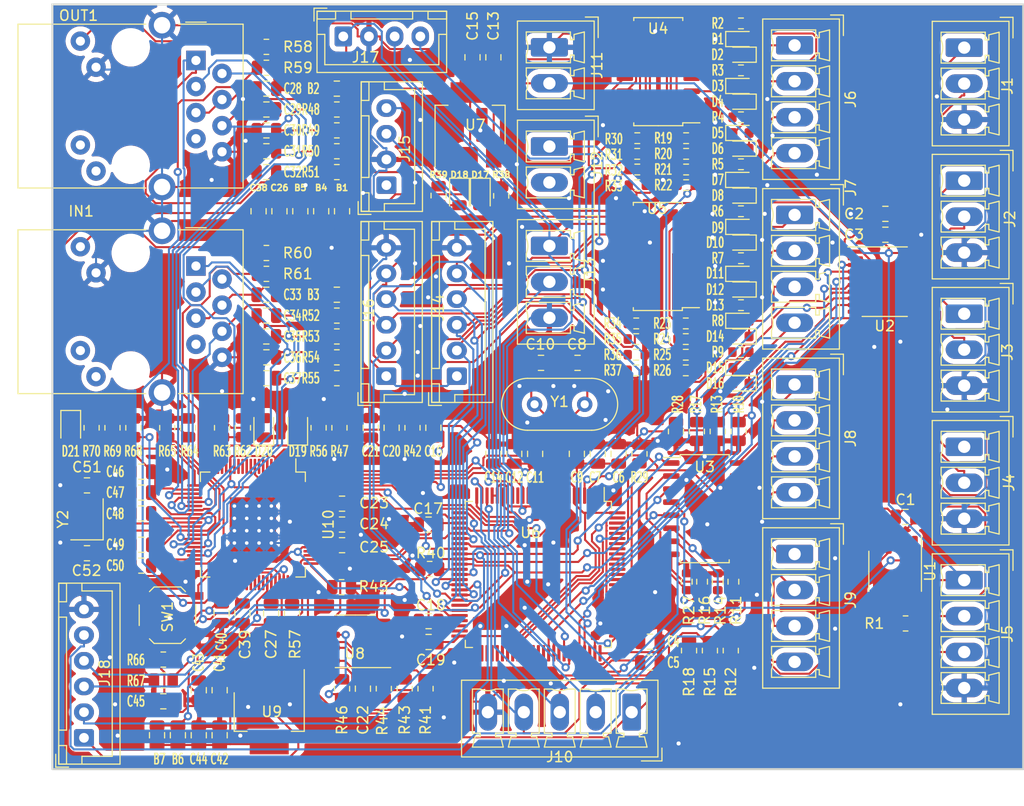
<source format=kicad_pcb>
(kicad_pcb (version 20221018) (generator pcbnew)
  (layers (0 "F.Cu" signal) (31 "B.Cu" signal) (34 "B.Paste" user) (35 "F.Paste" user) (36 "B.SilkS" user "B.Silkscreen") (37 "F.SilkS" user "F.Silkscreen") (38 "B.Mask" user) (39 "F.Mask" user) (44 "Edge.Cuts" user))
  (net 0 "")
  (net 1 "+1V2")
  (net 2 "+3.3V")
  (net 3 "+3.3VA")
  (net 4 "DAC1")
  (net 5 "Net-(D1-K)")
  (net 6 "GND")
  (net 7 "XSCI")
  (net 8 "SPI_SCK")
  (net 9 "SPI_CS")
  (net 10 "SPI_MISO")
  (net 11 "SPI_MOSI")
  (net 12 "I2C_SDA")
  (net 13 "I2C_SCL")
  (net 14 "+5V")
  (net 15 "Net-(IN1-Pad9)")
  (net 16 "Net-(OUT1-Pad9)")
  (net 17 "P0_TXOP")
  (net 18 "SWCLK")
  (net 19 "SWDIO")
  (net 20 "RX")
  (net 21 "TX")
  (net 22 "/STM32F4/BOOT1")
  (net 23 "Net-(D17-A)")
  (net 24 "Net-(D1-A)")
  (net 25 "Net-(IN1-RCT)")
  (net 26 "Net-(OUT1-RCT)")
  (net 33 "Net-(D3-K)")
  (net 34 "Net-(D3-A)")
  (net 35 "SYNC0")
  (net 36 "SYNC1")
  (net 37 "P1_TXOP")
  (net 38 "STEP1_DIR")
  (net 39 "STEP1_STEP")
  (net 40 "STEP2_DIR")
  (net 41 "STEP2_STEP")
  (net 42 "IO1")
  (net 43 "IO2")
  (net 44 "IO3")
  (net 45 "IO4")
  (net 46 "IO5")
  (net 47 "IO6")
  (net 48 "IO7")
  (net 49 "IO8")
  (net 50 "IO9")
  (net 51 "IO10")
  (net 52 "IO11")
  (net 53 "IO12")
  (net 54 "P0_TXON")
  (net 55 "P1_TXON")
  (net 56 "P0_RXIP")
  (net 57 "P1_RXIP")
  (net 58 "P0_RXIN")
  (net 59 "P1_RXIN")
  (net 60 "RESET_MCU")
  (net 61 "EEP_DONE")
  (net 62 "Net-(D5-K)")
  (net 63 "Net-(D5-A)")
  (net 64 "Net-(D7-K)")
  (net 65 "Net-(D7-A)")
  (net 66 "Net-(D15-K)")
  (net 67 "Net-(D15-A)")
  (net 68 "Net-(D18-A)")
  (net 69 "Net-(D19-A)")
  (net 70 "XSCO")
  (net 71 "Net-(D20-A)")
  (net 72 "RSTO")
  (net 73 "P0_ACT")
  (net 74 "P1_ACT")
  (net 75 "PDI_EMU")
  (net 76 "LED_RUN")
  (net 77 "LED_ERR")
  (net 78 "SINT")
  (net 79 "Net-(D21-K)")
  (net 80 "Net-(J5-Pin_2)")
  (net 81 "Net-(J5-Pin_3)")
  (net 82 "Net-(J9-Pin_1)")
  (net 83 "Net-(J9-Pin_2)")
  (net 84 "Net-(J9-Pin_3)")
  (net 85 "Net-(J9-Pin_4)")
  (net 86 "Net-(R6-Pad2)")
  (net 87 "Net-(R7-Pad2)")
  (net 88 "Net-(R8-Pad2)")
  (net 89 "Net-(R9-Pad2)")
  (net 90 "A1V2")
  (net 91 "SCS_FUNC")
  (net 92 "RST_MCU")
  (net 93 "Net-(D10-K)")
  (net 94 "Net-(D10-A)")
  (net 95 "Net-(D11-K)")
  (net 96 "Net-(D11-A)")
  (net 97 "Net-(D13-K)")
  (net 98 "Net-(D13-A)")
  (net 99 "ENC_A")
  (net 100 "ENC_B")
  (net 101 "ENC_Z")
  (net 102 "STEP1_DIR_OUT")
  (net 103 "STEP1_STEP_OUT")
  (net 104 "STEP2_DIR_OUT")
  (net 105 "STEP2_STEP_OUT")
  (net 106 "-24V_FIELD")
  (net 107 "+24V_FIELD")
  (net 108 "STEP3_DIR_OUT")
  (net 109 "STEP3_STEP_OUT")
  (net 110 "STEP4_DIR_OUT")
  (net 111 "STEP4_STEP_OUT")
  (net 112 "STEP3_STEP")
  (net 113 "STEP3_DIR")
  (net 114 "THCAD_CTR")
  (net 115 "STEP4_DIR")
  (net 116 "STEP4_STEP")
  (net 117 "Net-(U6-VCAP_2)")
  (net 118 "Net-(U6-PH0)")
  (net 119 "Net-(U6-PH1)")
  (net 120 "Net-(U6-VCAP_1)")
  (net 121 "Net-(J8-Pin_1)")
  (net 122 "Net-(J8-Pin_2)")
  (net 123 "Net-(J8-Pin_3)")
  (net 124 "Net-(J8-Pin_4)")
  (net 125 "Net-(R5-Pad2)")
  (net 126 "Net-(R2-Pad2)")
  (net 127 "Net-(R16-Pad1)")
  (net 128 "Net-(R19-Pad1)")
  (net 129 "Net-(R20-Pad1)")
  (net 130 "Net-(R21-Pad1)")
  (net 131 "Net-(R22-Pad1)")
  (net 132 "Net-(R23-Pad1)")
  (net 133 "Net-(R24-Pad1)")
  (net 134 "Net-(R25-Pad1)")
  (net 135 "Net-(R3-Pad2)")
  (net 136 "Net-(R27-Pad1)")
  (net 137 "Net-(U6-BOOT0)")
  (net 138 "Net-(U10-I2C_SCL)")
  (net 139 "Net-(U8-WP)")
  (net 140 "Net-(U10-TEST)")
  (net 141 "Net-(U10-SPI_MISO)")
  (net 142 "Net-(U10-P1_SD)")
  (net 143 "Net-(U10-RESET_BG)")
  (net 144 "Net-(U10-P0_SD)")
  (net 219 "Net-(R4-Pad2)")
  (net 220 "Net-(R11-Pad1)")
  (net 221 "Net-(R14-Pad1)")
  (net 222 "Net-(R26-Pad1)")
  (footprint "Connector_Phoenix_MC:PhoenixContact_MCV_1,5_3-G-3.5_1x03_P3.50mm_Vertical" (layer "F.Cu") (at 174.8715 54.1755 -90)
    (fp_text reference "J1")
    (fp_text value "Step1")
  )
  (footprint "Resistor_SMD:R_0603_1608Metric" (layer "F.Cu") (at 153.1365 74.676 180)
    (fp_text reference "R7")
    (fp_text value "4k7")
  )
  (footprint "HakansLibrary:LQFP-80-1EP_10x10mm_P0.4mm_EP5.3x4.5mm_ThermalVias" (layer "F.Cu") (at 105.618 100.605 -90)
    (fp_text reference "U10")
    (fp_text value "AX58100")
  )
  (footprint "Capacitor_SMD:C_0805_2012Metric" (layer "F.Cu") (at 114.3 70.104 -90)
    (fp_text reference "B1")
    (fp_text value "BLM18EG221SN1D")
  )
  (footprint "Resistor_SMD:R_0805_2012Metric" (layer "F.Cu") (at 146.812 91.5435 90)
    (fp_text reference "R28")
    (fp_text value "4k7")
  )
  (footprint "Resistor_SMD:R_0603_1608Metric" (layer "F.Cu") (at 153.1365 65.532 180)
    (fp_text reference "R5")
    (fp_text value "4k7")
  )
  (footprint "Package_QFP:LQFP-100_14x14mm_P0.5mm" (layer "F.Cu") (at 133.414 105.465 -90)
    (fp_text reference "U6")
    (fp_text value "STM32F407VGT6")
  )
  (footprint "Package_SO:SOIC-8_3.9x4.9mm_P1.27mm" (layer "F.Cu") (at 115.59 111.974 180)
    (fp_text reference "U8")
    (fp_text value "24LC32A")
  )
  (footprint "Resistor_SMD:R_0603_1608Metric" (layer "F.Cu") (at 153.1365 79.248 180)
    (fp_text reference "R8")
    (fp_text value "4k7")
  )
  (footprint "Resistor_SMD:R_0805_2012Metric" (layer "F.Cu") (at 121.158 91.186 -90)
    (fp_text reference "R42")
    (fp_text value "22")
  )
  (footprint "Capacitor_SMD:C_0805_2012Metric" (layer "F.Cu") (at 106.9238 82.296)
    (fp_text reference "C35")
    (fp_text value "10pF")
  )
  (footprint "Connector_JST:JST_XH_B6B-XH-A_1x06_P2.50mm_Vertical" (layer "F.Cu") (at 89.174 121.372 90)
    (fp_text reference "J18")
    (fp_text value "Out_opt")
  )
  (footprint "Connector_JST:JST_XH_B6B-XH-A_1x06_P2.50mm_Vertical" (layer "F.Cu") (at 125.476 86.16 90)
    (fp_text reference "J14")
    (fp_text value "In_opt1")
  )
  (footprint "Resistor_SMD:R_0805_2012Metric" (layer "F.Cu") (at 148.082 112.8795 -90)
    (fp_text reference "R18")
    (fp_text value "1k")
  )
  (footprint "Resistor_SMD:R_0603_1608Metric" (layer "F.Cu") (at 153.1365 83.82 180)
    (fp_text reference "R9")
    (fp_text value "4k7")
  )
  (footprint "Resistor_SMD:R_0805_2012Metric" (layer "F.Cu") (at 122.8295 104.931)
    (fp_text reference "R40")
    (fp_text value "22")
  )
  (footprint "Capacitor_SMD:C_0805_2012Metric" (layer "F.Cu") (at 139.192 93.726 90)
    (fp_text reference "C7")
    (fp_text value "0.1uF")
  )
  (footprint "Crystal:Crystal_HC49-U_Vertical" (layer "F.Cu") (at 133.042 88.9)
    (fp_text reference "Y1")
    (fp_text value "8 MHz")
  )
  (footprint "Resistor_SMD:R_0805_2012Metric" (layer "F.Cu") (at 122.428 116.586 -90)
    (fp_text reference "R41")
    (fp_text value "4.7k")
  )
  (footprint "LED_SMD:LED_0805_2012Metric" (layer "F.Cu") (at 87.884 91.186 -90)
    (fp_text reference "D21")
    (fp_text value "Green led")
  )
  (footprint "Capacitor_SMD:C_0805_2012Metric" (layer "F.Cu") (at 106.934 84.328)
    (fp_text reference "C36")
    (fp_text value "10pF")
  )
  (footprint "Capacitor_SMD:C_0805_2012Metric" (layer "F.Cu") (at 144.272 112.014)
    (fp_text reference "C4")
    (fp_text value "0.1uF")
  )
  (footprint "Resistor_SMD:R_0805_2012Metric" (layer "F.Cu") (at 106.934 56.134)
    (fp_text reference "R59")
    (fp_text value "510")
  )
  (footprint "Connector_Phoenix_MC:PhoenixContact_MCV_1,5_3-G-3.5_1x03_P3.50mm_Vertical" (layer "F.Cu") (at 134.4855 73.4795 -90)
    (fp_text reference "J13")
    (fp_text value "DAC")
  )
  (footprint "Resistor_SMD:R_0805_2012Metric" (layer "F.Cu") (at 99.314 91.186 90)
    (fp_text reference "R64")
    (fp_text value "4.7k")
  )
  (footprint "Capacitor_SMD:C_0805_2012Metric" (layer "F.Cu") (at 141.224 93.726 90)
    (fp_text reference "C6")
    (fp_text value "0.1uF")
  )
  (footprint "LED_SMD:LED_0603_1608Metric" (layer "F.Cu") (at 153.1365 86.868 180)
    (fp_text reference "D16")
    (fp_text value "Red led")
  )
  (footprint "Resistor_SMD:R_0603_1608Metric" (layer "F.Cu") (at 147.797 67.564)
    (fp_text reference "R22")
    (fp_text value "1k")
  )
  (footprint "Capacitor_SMD:C_0805_2012Metric" (layer "F.Cu") (at 106.934 62.23)
    (fp_text reference "C30")
    (fp_text value "10pF")
  )
  (footprint "Capacitor_SMD:C_0805_2012Metric" (layer "F.Cu") (at 129.032 55.118 90)
    (fp_text reference "C13")
    (fp_text value "10uF")
  )
  (footprint "LED_SMD:LED_0603_1608Metric" (layer "F.Cu") (at 153.1365 85.344)
    (fp_text reference "D15")
    (fp_text value "Yellow led")
  )
  (footprint "Resistor_SMD:R_0603_1608Metric" (layer "F.Cu") (at 147.797 66.04)
    (fp_text reference "R21")
    (fp_text value "1k")
  )
  (footprint "Resistor_SMD:R_0805_2012Metric" (layer "F.Cu") (at 91.948 91.186 -90)
    (fp_text reference "R69")
    (fp_text value "510")
  )
  (footprint "Capacitor_SMD:C_0805_2012Metric" (layer "F.Cu") (at 122.726 112.043 180)
    (fp_text reference "C19")
    (fp_text value "0.1uF")
  )
  (footprint "LED_SMD:LED_0603_1608Metric" (layer "F.Cu") (at 153.1365 80.772)
    (fp_text reference "D13")
    (fp_text value "Yellow led")
  )
  (footprint "Resistor_SMD:R_0603_1608Metric" (layer "F.Cu") (at 142.939 81.026)
    (fp_text reference "R34")
    (fp_text value "39k")
  )
  (footprint "Capacitor_SMD:C_0805_2012Metric" (layer "F.Cu") (at 122.726 100.613 180)
    (fp_text reference "C17")
    (fp_text value "0.1uF")
  )
  (footprint "Resistor_SMD:R_0603_1608Metric" (layer "F.Cu") (at 153.1365 60.96 180)
    (fp_text reference "R4")
    (fp_text value "4k7")
  )
  (footprint "Capacitor_SMD:C_0805_2012Metric" (layer "F.Cu") (at 106.934 64.262)
    (fp_text reference "C31")
    (fp_text value "10pF")
  )
  (footprint "LED_SMD:LED_0603_1608Metric" (layer "F.Cu") (at 153.1365 73.152 180)
    (fp_text reference "D10")
    (fp_text value "Red led")
  )
  (footprint "Capacitor_SMD:C_0805_2012Metric" (layer "F.Cu") (at 107.396 109.241 -90)
    (fp_text reference "C27")
    (fp_text value "0.1uF")
  )
  (footprint "Capacitor_SMD:C_0805_2012Metric" (layer "F.Cu") (at 122.726 110.011)
    (fp_text reference "C18")
    (fp_text value "2.2uF")
  )
  (footprint "LED_SMD:LED_0805_2012Metric" (layer "F.Cu") (at 127.762 68.58 -90)
    (fp_text reference "D17")
    (fp_text value "Blue led")
  )
  (footprint "LED_SMD:LED_0603_1608Metric" (layer "F.Cu") (at 153.125 67.056)
    (fp_text reference "D7")
    (fp_text value "Yellow led")
  )
  (footprint "LED_SMD:LED_0603_1608Metric" (layer "F.Cu") (at 153.1365 62.484)
    (fp_text reference "D5")
    (fp_text value "Yellow led")
  )
  (footprint "Resistor_SMD:R_0805_2012Metric" (layer "F.Cu") (at 106.934 74.168)
    (fp_text reference "R60")
    (fp_text value "510")
  )
  (footprint "Capacitor_SMD:C_0805_2012Metric" (layer "F.Cu") (at 131.064 93.726 90)
    (fp_text reference "C12")
    (fp_text value "0.1uF")
  )
  (footprint "LED_SMD:LED_0603_1608Metric" (layer "F.Cu") (at 153.1365 82.296 180)
    (fp_text reference "D14")
    (fp_text value "Red led")
  )
  (footprint "Resistor_SMD:R_0805_2012Metric" (layer "F.Cu") (at 113.792 62.23)
    (fp_text reference "R49")
    (fp_text value "49.9")
  )
  (footprint "Resistor_SMD:R_0805_2012Metric" (layer "F.Cu") (at 114.254 106.701 180)
    (fp_text reference "R45")
    (fp_text value "4.7k")
  )
  (footprint "Resistor_SMD:R_0603_1608Metric" (layer "F.Cu") (at 147.797 64.516)
    (fp_text reference "R20")
    (fp_text value "1k")
  )
  (footprint "Capacitor_SMD:C_0805_2012Metric" (layer "F.Cu") (at 106.9238 78.232 180)
    (fp_text reference "C33")
    (fp_text value "0.1uF")
  )
  (footprint "Resistor_SMD:R_0603_1608Metric" (layer "F.Cu") (at 153.1365 51.816 180)
    (fp_text reference "R2")
    (fp_text value "4k7")
  )
  (footprint "Capacitor_SMD:C_0805_2012Metric" (layer "F.Cu") (at 89.466 96.795)
    (fp_text reference "C51")
    (fp_text value "18pF")
  )
  (footprint "Crystal:Crystal_SMD_SeikoEpson_TSX3225-4Pin_3.2x2.5mm" (layer "F.Cu") (at 89.466 100.097 90)
    (fp_text reference "Y2")
    (fp_text value "NXK25.000AE12F-KAB6-12")
  )
  (footprint "Resistor_SMD:R_0805_2012Metric" (layer "F.Cu") (at 96.8975 115.784)
    (fp_text reference "R67")
    (fp_text value "4.7k")
  )
  (footprint "Resistor_SMD:R_0603_1608Metric" (layer "F.Cu") (at 153.1365 56.388 180)
    (fp_text reference "R3")
    (fp_text value "4k7")
  )
  (footprint "Resistor_SMD:R_0805_2012Metric" (layer "F.Cu") (at 112.014 91.186 90)
    (fp_text reference "R56")
    (fp_text value "510")
  )
  (footprint "Connector_Phoenix_MC:PhoenixContact_MCV_1,5_3-G-3.5_1x03_P3.50mm_Vertical" (layer "F.Cu") (at 174.8715 80.0835 -90)
    (fp_text reference "J3")
    (fp_text value "Step3")
  )
  (footprint "Package_SO:SO-8_3.9x4.9mm_P1.27mm" (layer "F.Cu") (at 168.148 105.156 -90)
    (fp_text reference "U1")
    (fp_text value "MAX3485CSA/ESA")
  )
  (footprint "Resistor_SMD:R_0805_2012Metric" (layer "F.Cu") (at 129.794 68.605 90)
    (fp_text reference "R38")
    (fp_text value "1k")
  )
  (footprint "Connector_JST:JST_XH_B6B-XH-A_1x06_P2.50mm_Vertical" (layer "F.Cu") (at 118.601 86.16 90)
    (fp_text reference "J16")
    (fp_text value "In_opt2")
  )
  (footprint "Capacitor_SMD:C_0805_2012Metric" (layer "F.Cu") (at 144.272 114.046 180)
    (fp_text reference "C5")
    (fp_text value "2.2uF")
  )
  (footprint "Connector_Phoenix_MC:PhoenixContact_MCV_1,5_4-G-3.5_1x04_P3.50mm_Vertical" (layer "F.Cu") (at 158.3615 103.4795 -90)
    (fp_text reference "J9")
    (fp_text value "Output3-4")
  )
  (footprint "Capacitor_SMD:C_0805_2012Metric" (layer "F.Cu") (at 117.094 91.186 90)
    (fp_text reference "C21")
    (fp_text value "0.1uF")
  )
  (footprint "Capacitor_SMD:C_0805_2012Metric" (layer "F.Cu") (at 106.934 86.36)
    (fp_text reference "C37")
    (fp_text value "10pF")
  )
  (footprint "Capacitor_SMD:C_0805_2012Metric" (layer "F.Cu") (at 123.19 91.186 90)
    (fp_text reference "C16")
    (fp_text value "0.1uF")
  )
  (footprint "Resistor_SMD:R_0805_2012Metric" (layer "F.Cu") (at 93.98 91.186 90)
    (fp_text reference "R68")
    (fp_text value "4.7k")
  )
  (footprint "Connector_Phoenix_MC:PhoenixContact_MCV_1,5_2-G-3.5_1x02_P3.50mm_Vertical" (layer "F.Cu") (at 134.4855 54.1475 -90)
    (fp_text reference "J11")
    (fp_text value "5V Power IN")
  )
  (footprint "Capacitor_SMD:C_0805_2012Metric" (layer "F.Cu") (at 133.096 93.726 90)
    (fp_text reference "C11")
    (fp_text value "0.1uF")
  )
  (footprint "LED_SMD:LED_0603_1608Metric" (layer "F.Cu") (at 153.1365 59.436 180)
    (fp_text reference "D4")
    (fp_text value "Red led")
  )
  (footprint "HakansLibrary:PulseJack JB0011D01BNL" (layer "F.Cu") (at 100.076 75.438 90)
    (fp_text reference "IN1")
    (fp_text value "J0011D01BNL")
  )
  (footprint "Connector_JST:JST_XH_B4B-XH-A_1x04_P2.50mm_Vertical" (layer "F.Cu") (at 114.42 53.086)
    (fp_text reference "J17")
    (fp_text value "STLINK")
  )
  (footprint "Capacitor_SMD:C_0805_2012Metric" (layer "F.Cu") (at 104.602 109.241 -90)
    (fp_text reference "C39")
    (fp_text value "0.1uF")
  )
  (footprint "Capacitor_SMD:C_0805_2012Metric" (layer "F.Cu") (at 133.67 84.865 180)
    (fp_text reference "C10")
    (fp_text value "22pF")
  )
  (footprint "Capacitor_SMD:C_0805_2012Metric" (layer "F.Cu") (at 98.318 121.118 90)
    (fp_text reference "B6")
    (fp_text value "BLM18EG221SN1D")
  )
  (footprint "Capacitor_SMD:C_0805_2012Metric" (layer "F.Cu") (at 113.792 58.166 180)
    (fp_text reference "B2")
    (fp_text value "BLM18EG221S")
  )
  (footprint "Resistor_SMD:R_0805_2012Metric" (layer "F.Cu") (at 118.364 116.586 -90)
    (fp_text reference "R44")
    (fp_text value "4.7k")
  )
  (footprint "Capacitor_SMD:C_0805_2012Metric" (layer "F.Cu") (at 137.226 84.865)
    (fp_text reference "C8")
    (fp_text value "22pF")
  )
  (footprint "Resistor_SMD:R_0805_2012Metric" (layer "F.Cu") (at 109.428 109.241 -90)
    (fp_text reference "R57")
    (fp_text value "22")
  )
  (footprint "Capacitor_SMD:C_0805_2012Metric" (layer "F.Cu") (at 94.762 95.464 180)
    (fp_text reference "C46")
    (fp_text value "0.1uF")
  )
  (footprint "Resistor_SMD:R_0603_1608Metric" (layer "F.Cu") (at 142.939 85.598)
    (fp_text reference "R37")
    (fp_text value "39k")
  )
  (footprint "LED_SMD:LED_0603_1608Metric" (layer "F.Cu") (at 153.1365 57.912)
    (fp_text reference "D3")
    (fp_text value "Yellow led")
  )
  (footprint "Connector_Phoenix_MC:PhoenixContact_MCV_1,5_2-G-3.5_1x02_P3.50mm_Vertical" (layer "F.Cu") (at 134.4855 63.7995 -90)
    (fp_text reference "J12")
    (fp_text value "24V Field")
  )
  (footprint "Capacitor_SMD:C_0805_2012Metric" (layer "F.Cu") (at 113.792 78.232 180)
    (fp_text reference "B3")
    (fp_text value "BLM18EG221S")
  )
  (footprint "Connector_Phoenix_MC:PhoenixContact_MCV_1,5_4-G-3.5_1x04_P3.50mm_Vertical" (layer "F.Cu") (at 158.3615 53.9495 -90)
    (fp_text reference "J6")
    (fp_text value "In1-4")
  )
  (footprint "Resistor_SMD:R_0805_2012Metric" (layer "F.Cu") (at 113.792 66.294)
    (fp_text reference "R51")
    (fp_text value "49.9")
  )
  (footprint "Capacitor_SMD:C_0805_2012Metric" (layer "F.Cu") (at 94.762 102.576 180)
    (fp_text reference "C49")
    (fp_text value "0.1uF")
  )
  (footprint "Connector_Phoenix_MC:PhoenixContact_MCV_1,5_5-G-3.5_1x05_P3.50mm_Vertical" (layer "F.Cu") (at 142.494 118.872 180)
    (fp_text reference "J10")
    (fp_text value "Encoder")
  )
  (footprint "Resistor_SMD:R_0805_2012Metric" (layer "F.Cu") (at 106.934 54.102)
    (fp_text reference "R58")
    (fp_text value "510")
  )
  (footprint "Capacitor_SMD:C_0805_2012Metric" (layer "F.Cu") (at 100.35 116.734 -90)
    (fp_text reference "C43")
    (fp_text value "0.1uF")
  )
  (footprint "Resistor_SMD:R_0805_2012Metric" (layer "F.Cu") (at 113.792 84.328)
    (fp_text reference "R54")
    (fp_text value "49.9")
  )
  (footprint "Capacitor_SMD:C_0805_2012Metric" (layer "F.Cu") (at 114.3 100.605)
    (fp_text reference "C24")
    (fp_text value "0.1uF")
  )
  (footprint "Capacitor_SMD:C_0805_2012Metric" (layer "F.Cu") (at 129.032 93.726 90)
    (fp_text reference "C14")
    (fp_text value "0.1uF")
  )
  (footprint "Capacitor_SMD:C_0805_2012Metric" (layer "F.Cu") (at 89.466 103.399 180)
    (fp_text reference "C52")
    (fp_text value "18pF")
  )
  (footprint "Package_TO_SOT_SMD:SOT-223-3_TabPin2" (layer "F.Cu") (at 126.766 61.6945 90)
    (fp_text reference "U7")
    (fp_text value "AMS1117-3.3")
  )
  (footprint "Capacitor_SMD:C_0805_2012Metric" (layer "F.Cu") (at 112.268 70.104 -90)
    (fp_text reference "B4")
    (fp_text value "BLM18EG221SN1D")
  )
  (footprint "Resistor_SMD:R_0805_2012Metric" (layer "F.Cu") (at 102.616 91.186 -90)
    (fp_text reference "R63")
    (fp_text value "4.7k")
  )
  (footprint "Capacitor_SMD:C_0805_2012Metric" (layer "F.Cu") (at 106.934 58.166 180)
    (fp_text reference "C28")
    (fp_text value "0.1uF")
  )
  (footprint "Capacitor_SMD:C_0805_2012Metric" (layer "F.Cu") (at 114.3 102.616)
    (fp_text reference "C25")
    (fp_text value "0.1uF")
  )
  (footprint "Resistor_SMD:R_0603_1608Metric" (layer "F.Cu") (at 142.939 82.55)
    (fp_text reference "R35")
    (fp_text value "39k")
  )
  (footprint "Capacitor_SMD:C_0805_2012Metric" (layer "F.Cu") (at 169.158 99.867)
    (fp_text reference "C1")
    (fp_text value "0.1uF")
  )
  (footprint "Connector_Phoenix_MC:PhoenixContact_MCV_1,5_3-G-3.5_1x03_P3.50mm_Vertical" (layer "F.Cu") (at 174.8715 67.1295 -90)
    (fp_text reference "J2")
    (fp_text value "Step2")
  )
  (footprint "Connector_JST:JST_XH_B4B-XH-A_1x04_P2.50mm_Vertical" (layer "F.Cu") (at 118.618 67.564 90)
    (fp_text reference "J15")
    (fp_text value "Serial usart1")
  )
  (footprint "Resistor_SMD:R_0805_2012Metric" (layer "F.Cu") (at 152.146 112.8795 -90)
    (fp_text reference "R12")
    (fp_text value "1k")
  )
  (footprint "Button_Switch_SMD:SW_Push_1P1T_XKB_TS-1187A" (layer "F.Cu") (at 97.302 109.434 180)
    (fp_text reference "SW1")
    (fp_text value "SW PB")
  )
  (footprint "Package_SO:SOIC-16_4.55x10.3mm_P1.27mm" (layer "F.Cu") (at 149.606 99.06)
    (fp_text reference "U3")
    (fp_text value "TLP292-4")
  )
  (footprint "Resistor_SMD:R_0805_2012Metric" (layer "F.Cu") (at 104.648 91.186 90)
    (fp_text reference "R62")
    (fp_text value "510")
  )
  (footprint "Resistor_SMD:R_0603_1608Metric" (layer "F.Cu") (at 147.765 82.55)
    (fp_text reference "R24")
    (fp_text value "1k")
  )
  (footprint "Resistor_SMD:R_0603_1608Metric" (layer "F.Cu") (at 147.797 62.992)
    (fp_text reference "R19")
    (fp_text value "1k")
  )
  (footprint "Capacitor_SMD:C_0805_2012Metric" (layer "F.Cu") (at 96.8975 117.816 180)
    (fp_text reference "C45")
    (fp_text value "1uF")
  )
  (footprint "Resistor_SMD:R_0603_1608Metric" (layer "F.Cu") (at 147.765 81.026)
    (fp_text reference "R23")
    (fp_text value "1k")
  )
  (footprint "Capacitor_SMD:C_0805_2012Metric" (layer "F.Cu") (at 167.198 72.39)
    (fp_text reference "C3")
    (fp_text value "0.1uF")
  )
  (footprint "Capacitor_SMD:C_0805_2012Metric" (layer "F.Cu") (at 106.934 80.264)
    (fp_text reference "C34")
    (fp_text value "10pF")
  )
  (footprint "LED_SMD:LED_0805_2012Metric" (layer "F.Cu") (at 106.68 91.186 90)
    (fp_text reference "D20")
    (fp_text value "Red led")
  )
  (footprint "Capacitor_SMD:C_0805_2012Metric" (layer "F.Cu") (at 127 55.118 90)
    (fp_text reference "C15")
    (fp_text value "0.1uF")
  )
  (footprint "Connector_Phoenix_MC:PhoenixContact_MCV_1,5_3-G-3.5_1x03_P3.50mm_Vertical" (layer "F.Cu") (at 174.8715 93.0375 -90)
    (fp_text reference "J4")
    (fp_text value "Step4")
  )
  (footprint "Connector_Phoenix_MC:PhoenixContact_MCV_1,5_4-G-3.5_1x04_P3.50mm_Vertical" (layer "F.Cu") (at 158.3615 86.9695 -90)
    (fp_text reference "J8")
    (fp_text value "Output1-2")
  )
  (footprint "Resistor_SMD:R_0603_1608Metric" (layer "F.Cu") (at 143.034 64.516)
    (fp_text reference "R31")
    (fp_text value "39k")
  )
  (footprint "Resistor_SMD:R_0603_1608Metric" (layer "F.Cu") (at 150.876 106.172 90)
    (fp_text reference "R14")
    (fp_text value "330")
  )
  (footprint "Resistor_SMD:R_0603_1608Metric" (layer "F.Cu") (at 147.765 84.074)
    (fp_text reference "R25")
    (fp_text value "1k")
  )
  (footprint "Resistor_SMD:R_0805_2012Metric" (layer "F.Cu") (at 120.396 116.586 -90)
    (fp_text reference "R43")
    (fp_text value "4.7k")
  )
  (footprint "Resistor_SMD:R_0603_1608Metric" (layer "F.Cu") (at 147.765 85.598)
    (fp_text reference "R26")
    (fp_text value "1k")
  )
  (footprint "LED_SMD:LED_0603_1608Metric" (layer "F.Cu") (at 153.1365 53.34)
    (fp_text reference "D1")
    (fp_text value "Yellow led")
  )
  (footprint "Capacitor_SMD:C_0805_2012Metric" (layer "F.Cu") (at 108.204 70.104 -90)
    (fp_text reference "C26")
    (fp_text value "0.1uF")
  )
  (footprint "Capacitor_SMD:C_0805_2012Metric" (layer "F.Cu") (at 94.762 104.608 180)
    (fp_text reference "C50")
    (fp_text value "0.1uF")
  )
  (footprint "LED_SMD:LED_0603_1608Metric" (layer "F.Cu") (at 153.1365 68.58 180)
    (fp_text reference "D8")
    (fp_text value "Red led")
  )
  (footprint "Capacitor_SMD:C_0805_2012Metric" (layer "F.Cu") (at 114.3 98.573)
    (fp_text reference "C23")
    (fp_text value "0.1uF")
  )
  (footprint "Capacitor_SMD:C_0805_2012Metric" (layer "F.Cu") (at 106.934 60.198 180)
    (fp_text reference "C29")
    (fp_text value "10pF")
  )
  (footprint "LED_SMD:LED_0805_2012Metric" (layer "F.Cu") (at 109.982 91.186 90)
    (fp_text reference "D19")
    (fp_text value "Green led")
  )
  (footprint "Capacitor_SMD:C_0805_2012Metric" (layer "F.Cu") (at 102.382 121.118 90)
    (fp_text reference "C42")
    (fp_text value "10uF")
  )
  (footprint "LED_SMD:LED_0603_1608Metric" (layer "F.Cu") (at 153.1365 64.008 180)
    (fp_text reference "D6")
    (fp_text value "Red led")
  )
  (footprint "Package_SO:SOIC-16_4.55x10.3mm_P1.27mm" (layer "F.Cu") (at 145.086 56.515 180)
    (fp_text reference "U4")
    (fp_text value "TLP292-4")
  )
  (footprint "LED_SMD:LED_0603_1608Metric" (layer "F.Cu") (at 153.1365 76.2)
    (fp_text reference "D11")
    (fp_text value "Yellow led")
  )
  (footprint "Connector_Phoenix_MC:PhoenixContact_MCV_1,5_4-G-3.5_1x04_P3.50mm_Vertical" (layer "F.Cu") (at 174.8715 106.0195 -90)
    (fp_text reference "J5")
    (fp_text value "THCAD")
  )
  (footprint "Resistor_SMD:R_0805_2012Metric" (layer "F.Cu") (at 143.256 93.726 -90)
    (fp_text reference "R29")
    (fp_text value "22")
  )
  (footprint "Resistor_SMD:R_0805_2012Metric" (layer "F.Cu") (at 89.916 91.186 -90)
    (fp_text reference "R70")
    (fp_text value "4.7k")
  )
  (footprint "Capacitor_SMD:C_0805_2012Metric" (layer "F.Cu") (at 100.35 121.118 90)
    (fp_text reference "C44")
    (fp_text value "0.1uF")
  )
  (footprint "LED_SMD:LED_0805_2012Metric" (layer "F.Cu") (at 125.73 68.58 -90)
    (fp_text reference "D18")
    (fp_text value "Blue led")
  )
  (footprint "Resistor_SMD:R_0603_1608Metric" (layer "F.Cu") (at 153.1365 70.104 180)
    (fp_text reference "R6")
    (fp_text value "4k7")
  )
  (footprint "Package_TO_SOT_SMD:SOT-223-3_TabPin2" (layer "F.Cu") (at 107.208 118.832 -90)
    (fp_text reference "U9")
    (fp_text value "AMS1117-1.2")
  )
  (footprint "Capacitor_SMD:C_0805_2012Metric" (layer "F.Cu") (at 116.332 116.586 90)
    (fp_text reference "C22")
    (fp_text value "0.1uF")
  )
  (footprint "Package_SO:SOIC-16_4.55x10.3mm_P1.27mm" (layer "F.Cu") (at 145.043 74.509 180)
    (fp_text reference "U5")
    (fp_text value "TLP292-4")
  )
  (footprint "Resistor_SMD:R_0805_2012Metric" (layer "F.Cu") (at 113.792 64.262)
    (fp_text reference "R50")
    (fp_text value "49.9")
  )
  (footprint "Resistor_SMD:R_0805_2012Metric" (layer "F.Cu") (at 113.792 86.36)
    (fp_text reference "R55")
    (fp_text value "49.9")
  )
  (footprint "Capacitor_SMD:C_0805_2012Metric" (layer "F.Cu") (at 167.198 70.358)
    (fp_text reference "C2")
    (fp_text value "0.1uF")
  )
  (footprint "Resistor_SMD:R_0603_1608Metric" (layer "F.Cu") (at 143.043 62.992)
    (fp_text reference "R30")
    (fp_text value "39k")
  )
  (footprint "Resistor_SMD:R_0805_2012Metric" (layer "F.Cu") (at 113.792 80.264)
    (fp_text reference "R52")
    (fp_text value "49.9")
  )
  (footprint "LED_SMD:LED_0603_1608Metric" (layer "F.Cu") (at 153.1365 77.724 180)
    (fp_text reference "D12")
    (fp_text value "Red led")
  )
  (footprint "Capacitor_SMD:C_0805_2012Metric" (layer "F.Cu") (at 137.16 93.726 90)
    (fp_text reference "C9")
    (fp_text value "0.1uF")
  )
  (footprint "Resistor_SMD:R_0805_2012Metric" (layer "F.Cu") (at 114.046 91.186 90)
    (fp_text reference "R47")
    (fp_text value "4.7k")
  )
  (footprint "Resistor_SMD:R_0805_2012Metric" (layer "F.Cu") (at 114.3 116.586 90)
    (fp_text reference "R46")
    (fp_text value "22")
  )
  (footprint "Resistor_SMD:R_0805_2012Metric" (layer "F.Cu") (at 106.934 76.2)
    (fp_text reference "R61")
    (fp_text value "510")
  )
  (footprint "Resistor_SMD:R_0603_1608Metric" (layer "F.Cu") (at 142.939 84.074)
    (fp_text reference "R36")
    (fp_text value "39k")
  )
  (footprint "Resistor_SMD:R_0805_2012Metric" (layer "F.Cu") (at 169.164 110.236)
    (fp_text reference "R1")
    (fp_text value "120")
  )
  (footprint "Capacitor_SMD:C_0805_2012Metric" (layer "F.Cu") (at 94.762 99.528 180)
    (fp_text reference "C48")
    (fp_text value "0.1uF")
  )
  (footprint "HakansLibrary:PulseJack JB0011D01BNL" (layer "F.Cu") (at 100.076 55.4228 90)
    (fp_text reference "OUT1")
    (fp_text value "J0011D01BNL")
  )
  (footprint "Capacitor_SMD:C_0805_2012Metric" (layer "F.Cu") (at 106.934 66.294)
    (fp_text reference "C32")
    (fp_text value "10pF")
  )
  (footprint "Capacitor_SMD:C_0805_2012Metric" (layer "F.Cu") (at 106.172 70.104 -90)
    (fp_text reference "C38")
    (fp_text value "10uF")
  )
  (footprint "Resistor_SMD:R_0805_2012Metric" (layer "F.Cu") (at 96.8975 113.752)
    (fp_text reference "R66")
    (fp_text value "4.7k")
  )
  (footprint "LED_SMD:LED_0603_1608Metric" (layer "F.Cu") (at 153.1365 71.628)
    (fp_text reference "D9")
    (fp_text value "Yellow led")
  )
  (footprint "Capacitor_SMD:C_0805_2012Metric" (layer "F.Cu") (at 96.286 121.118 90)
    (fp_text reference "B7")
    (fp_text value "BLM18EG221SN1D")
  )
  (footprint "Resistor_SMD:R_0603_1608Metric" (layer "F.Cu") (at 143.043 66.04)
    (fp_text reference "R32")
    (fp_text value "39k")
  )
  (footprint "Resistor_SMD:R_0805_2012Metric" (layer "F.Cu") (at 97.282 91.186 90)
    (fp_text reference "R65")
    (fp_text value "12k 1%")
  )
  (footprint "Capacitor_SMD:C_0805_2012Metric" (layer "F.Cu") (at 110.236 70.104 -90)
    (fp_text reference "B5")
    (fp_text value "BLM18EG221SN1D")
  )
  (footprint "Capacitor_SMD:C_0805_2012Metric" (layer "F.Cu") (at 119.126 91.186 90)
    (fp_text reference "C20")
    (fp_text value "0.1uF")
  )
  (footprint "Resistor_SMD:R_0805_2012Metric" (layer "F.Cu") (at 150.876 91.5435 90)
    (fp_text reference "R13")
    (fp_text value "4k7")
  )
  (footprint "Resistor_SMD:R_0805_2012Metric" (layer "F.Cu") (at 150.114 112.8795 -90)
    (fp_text reference "R15")
    (fp_text value "1k")
  )
  (footprint "Capacitor_SMD:C_0805_2012Metric" (layer "F.Cu") (at 102.382 116.734 -90)
    (fp_text reference "C41")
    (fp_text value "10uF")
  )
  (footprint "Resistor_SMD:R_0805_2012Metric" (layer "F.Cu") (at 123.698 68.58 90)
    (fp_text reference "R39")
    (fp_text value "1k")
  )
  (footprint "Capacitor_SMD:C_0805_2012Metric" (layer "F.Cu") (at 94.762 97.496 180)
    (fp_text reference "C47")
    (fp_text value "0.1uF")
  )
  (footprint "Resistor_SMD:R_0805_2012Metric" (layer "F.Cu") (at 113.792 82.296)
    (fp_text reference "R53")
    (fp_text value "49.9")
  )
  (footprint "Resistor_SMD:R_0603_1608Metric" (layer "F.Cu") (at 152.4 106.172 90)
    (fp_text reference "R11")
    (fp_text value "330")
  )
  (footprint "Capacitor_SMD:C_0805_2012Metric" (layer "F.Cu") (at 102.57 109.241 -90)
    (fp_text reference "C40")
    (fp_text value "0.1uF")
  )
  (footprint "LED_SMD:LED_0603_1608Metric" (layer "F.Cu") (at 153.1365 54.864 180)
    (fp_text reference "D2")
    (fp_text value "Red led")
  )
  (footprint "Package_SO:TSSOP-20_4.4x6.5mm_P0.65mm" (layer "F.Cu") (at 167.132 76.962)
    (fp_text reference "U2")
    (fp_text value "TXS0108EPW")
  )
  (footprint "Resistor_SMD:R_0603_1608Metric" (layer "F.Cu") (at 143.043 67.564)
    (fp_text reference "R33")
    (fp_text value "39k")
  )
  (footprint "Connector_Phoenix_MC:PhoenixContact_MCV_1,5_4-G-3.5_1x04_P3.50mm_Vertical" (layer "F.Cu") (at 158.3615 70.4595 -90)
    (fp_text reference "J7")
    (fp_text value "In5-8")
  )
  (footprint "Resistor_SMD:R_0805_2012Metric" (layer "F.Cu") (at 152.908 91.5435 90)
    (fp_text reference "R10")
    (fp_text value "4k7")
  )
  (footprint "Resistor_SMD:R_0805_2012Metric" (layer "F.Cu") (at 113.792 60.198)
    (fp_text reference "R48")
    (fp_text value "49.9")
  )
  (footprint "Resistor_SMD:R_0603_1608Metric" (layer "F.Cu") (at 147.858 106.172 90)
    (fp_text reference "R27")
    (fp_text value "330")
  )
  (footprint "Resistor_SMD:R_0805_2012Metric" (layer "F.Cu") (at 148.844 91.5435 90)
    (fp_text reference "R17")
    (fp_text value "4k7")
  )
  (footprint "Resistor_SMD:R_0603_1608Metric" (layer "F.Cu") (at 149.352 106.172 90)
    (fp_text reference "R16")
    (fp_text value "330")
  )
  (gr_rect (start 86.1006 49.9726) (end 180.614 124.42) (stroke (width 0.2)) (fill none) (layer "Edge.Cuts"))
  (segment (start 103.4164 117.2809) (end 102.8695 116.734) (width 0.2) (layer "F.Cu") (net 1))
  (segment (start 100.4972 109.8119) (end 100.7521 109.8119) (width 0.2) (layer "F.Cu") (net 1))
  (segment (start 107.6192 93.9376) (end 107.818 94.1364) (width 0.2) (layer "F.Cu") (net 1))
  (segment (start 106.2061 115.682) (end 106.2061 114.8053) (width 0.2) (layer "F.Cu") (net 1))
  (segment (start 108.664001 96.980001) (end 103.837101 96.980001) (width 0.2) (layer "F.Cu") (net 1))
  (segment (start 100.2282 114.0257) (end 100.2282 113.4858) (width 0.2) (layer "F.Cu") (net 1))
  (segment (start 111.2805 100.005) (end 110.499326 100.005) (width 0.2) (layer "F.Cu") (net 1))
  (segment (start 107.396 106.2895) (end 107.418 106.2675) (width 0.2) (layer "F.Cu") (net 1))
  (segment (start 102.8695 116.734) (end 99.8138 116.734) (width 0.2) (layer "F.Cu") (net 1))
  (segment (start 107.396 108.291) (end 107.396 106.2895) (width 0.2) (layer "F.Cu") (net 1))
  (segment (start 107.208 121.982) (end 105.0561 121.982) (width 0.2) (layer "F.Cu") (net 1))
  (segment (start 101.1351 100.005) (end 101.2982 100.1681) (width 0.2) (layer "F.Cu") (net 1))
  (segment (start 100.35 122.068) (end 98.318 122.068) (width 0.2) (layer "F.Cu") (net 1))
  (segment (start 107.208 115.682) (end 106.2061 115.682) (width 0.2) (layer "F.Cu") (net 1))
  (segment (start 96.189 100.005) (end 95.712 99.528) (width 0.2) (layer "F.Cu") (net 1))
  (segment (start 99.9555 100.005) (end 101.1351 100.005) (width 0.2) (layer "F.Cu") (net 1))
  (segment (start 104.602 108.291) (end 103.818 107.507) (width 0.2) (layer "F.Cu") (net 1))
  (segment (start 103.418 94.9425) (end 103.418 94.1051) (width 0.2) (layer "F.Cu") (net 1))
  (segment (start 122.4367 92.8893) (end 123.19 92.136) (width 0.2) (layer "F.Cu") (net 1))
  (segment (start 107.818 94.1364) (end 107.818 94.9425) (width 0.2) (layer "F.Cu") (net 1))
  (segment (start 103.4164 121.982) (end 103.4164 117.2809) (width 0.2) (layer "F.Cu") (net 1))
  (segment (start 103.652 109.241) (end 104.602 108.291) (width 0.2) (layer "F.Cu") (net 1))
  (segment (start 99.3716 116.2918) (end 99.3716 114.8823) (width 0.2) (layer "F.Cu") (net 1))
  (segment (start 103.9738 105.2743) (end 107.2079 105.2743) (width 0.2) (layer "F.Cu") (net 1))
  (segment (start 107.418 105.4844) (end 107.418 106.2675) (width 0.2) (layer "F.Cu") (net 1))
  (segment (start 115.9292 93.3008) (end 108.6536 93.3008) (width 0.2) (layer "F.Cu") (net 1))
  (segment (start 99.9555 100.005) (end 96.189 100.005) (width 0.2) (layer "F.Cu") (net 1))
  (segment (start 110.293 98.609) (end 108.664001 96.980001) (width 0.2) (layer "F.Cu") (net 1))
  (segment (start 103.818 107.507) (end 103.818 106.2675) (width 0.2) (layer "F.Cu") (net 1))
  (segment (start 105.4265 114.0257) (end 100.2282 114.0257) (width 0.2) (layer "F.Cu") (net 1))
  (segment (start 102.468 121.982) (end 102.382 122.068) (width 0.2) (layer "F.Cu") (net 1))
  (segment (start 103.418 94.1051) (end 103.5855 93.9376) (width 0.2) (layer "F.Cu") (net 1))
  (segment (start 102.382 122.068) (end 100.35 122.068) (width 0.2) (layer "F.Cu") (net 1))
  (segment (start 103.418 96.5609) (end 103.526881 96.669781) (width 0.2) (layer "F.Cu") (net 1))
  (segment (start 117.8473 92.8893) (end 122.4367 92.8893) (width 0.2) (layer "F.Cu") (net 1))
  (segment (start 100.7521 109.8119) (end 101.4924 109.8119) (width 0.2) (layer "F.Cu") (net 1))
  (segment (start 103.818 105.4301) (end 103.9738 105.2743) (width 0.2) (layer "F.Cu") (net 1))
  (segment (start 103.837101 96.980001) (end 103.526881 96.669781) (width 0.2) (layer "F.Cu") (net 1))
  (segment (start 107.2079 105.2743) (end 107.418 105.4844) (width 0.2) (layer "F.Cu") (net 1))
  (segment (start 103.818 106.2675) (end 103.818 105.4301) (width 0.2) (layer "F.Cu") (net 1))
  (segment (start 110.293 99.798674) (end 110.293 98.609) (width 0.2) (layer "F.Cu") (net 1))
  (segment (start 99.156 112.4136) (end 99.156 111.1531) (width 0.2) (layer "F.Cu") (net 1))
  (segment (start 102.0633 109.241) (end 103.652 109.241) (width 0.2) (layer "F.Cu") (net 1))
  (segment (start 117.094 92.136) (end 115.9292 93.3008) (width 0.2) (layer "F.Cu") (net 1))
  (segment (start 108.6536 93.3008) (end 107.818 94.1364) (width 0.2) (layer "F.Cu") (net 1))
  (segment (start 106.2061 114.8053) (end 105.4265 114.0257) (width 0.2) (layer "F.Cu") (net 1))
  (segment (start 99.156 111.1531) (end 100.4972 109.8119) (width 0.2) (layer "F.Cu") (net 1))
  (segment (start 100.2282 113.4858) (end 99.156 112.4136) (width 0.2) (layer "F.Cu") (net 1))
  (segment (start 103.5855 93.9376) (end 107.6192 93.9376) (width 0.2) (layer "F.Cu") (net 1))
  (segment (start 112.75 100.005) (end 111.2805 100.005) (width 0.2) (layer "F.Cu") (net 1))
  (segment (start 99.3716 114.8823) (end 100.2282 114.0257) (width 0.2) (layer "F.Cu") (net 1))
  (segment (start 103.418 94.9425) (end 103.418 96.5609) (width 0.2) (layer "F.Cu") (net 1))
  (segment (start 105.0561 121.982) (end 103.4164 121.982) (width 0.2) (layer "F.Cu") (net 1))
  (segment (start 99.8138 116.734) (end 99.3716 116.2918) (width 0.2) (layer "F.Cu") (net 1))
  (segment (start 98.318 122.068) (end 96.286 122.068) (width 0.2) (layer "F.Cu") (net 1))
  (segment (start 103.4164 121.982) (end 102.468 121.982) (width 0.2) (layer "F.Cu") (net 1))
  (segment (start 117.094 92.136) (end 117.8473 92.8893) (width 0.2) (layer "F.Cu") (net 1))
  (segment (start 110.499326 100.005) (end 110.293 99.798674) (width 0.2) (layer "F.Cu") (net 1))
  (segment (start 101.4924 109.8119) (end 102.0633 109.241) (width 0.2) (layer "F.Cu") (net 1))
  (segment (start 113.35 100.605) (end 112.75 100.005) (width 0.2) (layer "F.Cu") (net 1))
  (via (at 101.2982 100.1681) (size 0.8) (drill 0.4) (layers "F.Cu" "B.Cu") (net 1))
  (via (at 103.526881 96.669781) (size 0.8) (drill 0.4) (layers "F.Cu" "B.Cu") (net 1))
  (via (at 100.7521 109.8119) (size 0.8) (drill 0.4) (layers "F.Cu" "B.Cu") (net 1))
  (segment (start 101.2982 100.1681) (end 102.4119 99.0544) (width 0.2) (layer "B.Cu") (net 1))
  (segment (start 102.4119 99.0544) (end 102.4119 97.784762) (width 0.2) (layer "B.Cu") (net 1))
  (segment (start 100.7521 109.8119) (end 100.598 109.6578) (width 0.2) (layer "B.Cu") (net 1))
  (segment (start 102.4119 97.784762) (end 103.526881 96.669781) (width 0.2) (layer "B.Cu") (net 1))
  (segment (start 100.598 109.6578) (end 100.598 100.8683) (width 0.2) (layer "B.Cu") (net 1))
  (segment (start 100.598 100.8683) (end 101.2982 100.1681) (width 0.2) (layer "B.Cu") (net 1))
  (segment (start 106.7181 96.63) (end 108.822 96.63) (width 0.2) (layer "F.Cu") (net 2))
  (segment (start 131.064 94.676) (end 129.032 94.676) (width 0.2) (layer "F.Cu") (net 2))
  (segment (start 141.8753 78.954) (end 141.793 78.954) (width 0.2) (layer "F.Cu") (net 2))
  (segment (start 142.9224 57.4651) (end 141.9675 58.42) (width 0.2) (layer "F.Cu") (net 2))
  (segment (start 121.646354 101.588) (end 122.701 101.588) (width 0.2) (layer "F.Cu") (net 2))
  (segment (start 176.9266 99.5446) (end 176.2413 98.8593) (width 0.2) (layer "F.Cu") (net 2))
  (segment (start 114.7045 58.166) (end 114.742 58.166) (width 0.2) (layer "F.Cu") (net 2))
  (segment (start 114.1219 99.3449) (end 113.35 98.573) (width 0.2) (layer "F.Cu") (net 2))
  (segment (start 142.8962 59.3487) (end 141.9675 58.42) (width 0.2) (layer "F.Cu") (net 2))
  (segment (start 136.914 98.5687) (end 136.914 97.79) (width 0.2) (layer "F.Cu") (net 2))
  (segment (start 138.989 103.130339) (end 137.9592 102.100539) (width 0.2) (layer "F.Cu") (net 2))
  (segment (start 114.742 78.232) (end 114.742 80.2265) (width 0.2) (layer "F.Cu") (net 2))
  (segment (start 140.7826 54.2616) (end 141.7042 53.34) (width 0.2) (layer "F.Cu") (net 2))
  (segment (start 117.082 114.4401) (end 120.8484 114.4401) (width 0.2) (layer "F.Cu") (net 2))
  (segment (start 134.414 97.79) (end 134.414 98.589999) (width 0.2) (layer "F.Cu") (net 2))
  (segment (start 98.806 110.8351) (end 98.806 112.756) (width 0.2) (layer "F.Cu") (net 2))
  (segment (start 131.88191 98.84) (end 131.87911 98.8428) (width 0.2) (layer "F.Cu") (net 2))
  (segment (start 115.2821 70.1361) (end 115.2821 77.6919) (width 0.2) (layer "F.Cu") (net 2))
  (segment (start 125.739 100.465) (end 123.824 100.465) (width 0.2) (layer "F.Cu") (net 2))
  (segment (start 141.368 113.14) (end 139.414 113.14) (width 0.2) (layer "F.Cu") (net 2))
  (segment (start 130.414 96.990001) (end 130.163999 96.74) (width 0.2) (layer "F.Cu") (net 2))
  (segment (start 168.208 99.867) (end 167.4011 99.0601) (width 0.2) (layer "F.Cu") (net 2))
  (segment (start 141.836 60.96) (end 141.9299 60.96) (width 0.2) (layer "F.Cu") (net 2))
  (segment (start 141.7042 53.34) (end 141.836 53.34) (width 0.2) (layer "F.Cu") (net 2))
  (segment (start 132.588 98.8428) (end 132.128498 98.8428) (width 0.2) (layer "F.Cu") (net 2))
  (segment (start 144.9835 95.326) (end 144.9835 94.9225) (width 0.2) (layer "F.Cu") (net 2))
  (segment (start 114.7045 86.36) (end 114.7045 84.328) (width 0.2) (layer "F.Cu") (net 2))
  (segment (start 163.4565 72.6423) (end 163.2385 72.8603) (width 0.2) (layer "F.Cu") (net 2))
  (segment (start 163.678 74.687) (end 164.2695 74.687) (width 0.2) (layer "F.Cu") (net 2))
  (segment (start 170.053 107.731) (end 176.1411 107.731) (width 0.2) (layer "F.Cu") (net 2))
  (segment (start 105.818 94.9425) (end 105.818 95.7299) (width 0.2) (layer "F.Cu") (net 2))
  (segment (start 125.739 111.465) (end 125.161 112.043) (width 0.2) (layer "F.Cu") (net 2))
  (segment (start 114.1219 101.8441) (end 114.1219 99.3449) (width 0.2) (layer "F.Cu") (net 2))
  (segment (start 106.172 69.154) (end 108.204 69.154) (width 0.2) (layer "F.Cu") (net 2))
  (segment (start 143.934 93.873) (end 142.027 93.873) (width 0.2) (layer "F.Cu") (net 2))
  (segment (start 111.884 112.2355) (end 112.0719 112.0476) (width 0.2) (layer "F.Cu") (net 2))
  (segment (start 141.3542 55.88) (end 140.7826 55.3084) (width 0.2) (layer "F.Cu") (net 2))
  (segment (start 136.3159 96.3487) (end 136.236477 96.428123) (width 0.2) (layer "F.Cu") (net 2))
  (segment (start 141.836 55.88) (end 141.3542 55.88) (width 0.2) (layer "F.Cu") (net 2))
  (segment (start 163.2385 72.8603) (end 163.2385 74.2475) (width 0.2) (layer "F.Cu") (net 2))
  (segment (start 123.698 67.6675) (end 122.3245 66.294) (width 0.2) (layer "F.Cu") (net 2))
  (segment (start 164.8552 74.687) (end 164.2695 74.687) (width 0.2) (layer "F.Cu") (net 2))
  (segment (start 122.726 112.043) (end 123.676 112.043) (width 0.2) (layer "F.Cu") (net 2))
  (segment (start 142.8962 59.9937) (end 142.8962 59.3487) (width 0.2) (layer "F.Cu") (net 2))
  (segment (start 115.0197 91.3705) (end 115.0197 86.6752) (width 0.2) (layer "F.Cu") (net 2))
  (segment (start 137.16 95.5046) (end 136.3159 96.3487) (width 0.2) (layer "F.Cu") (net 2))
  (segment (start 141.9968 55.88) (end 142.9224 56.8056) (width 0.2) (layer "F.Cu") (net 2))
  (segment (start 125.8496 58.166) (end 126.2281 58.5445) (width 0.2) (layer "F.Cu") (net 2))
  (segment (start 160.0529 69.2387) (end 163.4565 72.6423) (width 0.2) (layer "F.Cu") (net 2))
  (segment (start 114.742 80.2265) (end 114.7045 80.264) (width 0.2) (layer "F.Cu") (net 2))
  (segment (start 129.414 96.990001) (end 129.414 97.79) (width 0.2) (layer "F.Cu") (net 2))
  (segment (start 137.16 94.676) (end 137.16 95.5046) (width 0.2) (layer "F.Cu") (net 2))
  (segment (start 130.6438 98.8428) (end 130.414 98.613) (width 0.2) (layer "F.Cu") (net 2))
  (segment (start 102.0696 108.291) (end 101.3685 108.9921) (width 0.2) (layer "F.Cu") (net 2))
  (segment (start 125.8496 55.7765) (end 125.8496 58.166) (width 0.2) (layer "F.Cu") (net 2))
  (segment (start 141.793 76.414) (end 141.6855 76.414) (width 0.2) (layer "F.Cu") (net 2))
  (segment (start 126.2281 58.5445) (end 126.766 59.0824) (width 0.2) (layer "F.Cu") (net 2))
  (segment (start 122.726 112.043) (end 122.726 109.01) (width 0.2) (layer "F.Cu") (net 2))
  (segment (start 113.161 102.805) (end 113.35 102.616) (width 0.2) (layer "F.Cu") (net 2))
  (segment (start 137.1296 105.6215) (end 138.305261 105.6215) (width 0.2) (layer "F.Cu") (net 2))
  (segment (start 152.0211 99.0601) (end 148.287 95.326) (width 0.2) (layer "F.Cu") (net 2))
  (segment (start 126.766 59.0824) (end 126.766 64.8445) (width 0.2) (layer "F.Cu") (net 2))
  (segment (start 122.701 101.588) (end 123.676 100.613) (width 0.2) (layer "F.Cu") (net 2))
  (segment (start 118.3265 115.636) (end 118.364 115.6735) (width 0.2) (layer "F.Cu") (net 2))
  (segment (start 114.3 69.154) (end 115.2821 70.1361) (width 0.2) (layer "F.Cu") (net 2))
  (segment (start 114.7045 64.262) (end 114.7045 62.23) (width 0.2) (layer "F.Cu") (net 2))
  (segment (start 130.163999 96.74) (end 129.664001 96.74) (width 0.2) (layer "F.Cu") (net 2))
  (segment (start 122.726 109.01) (end 120.396 106.68) (width 0.2) (layer "F.Cu") (net 2))
  (segment (start 176.2413 98.8593) (end 169.2157 98.8593) (width 0.2) (layer "F.Cu") (net 2))
  (segment (start 126.3177 55.3084) (end 125.8496 55.7765) (width 0.2) (layer "F.Cu") (net 2))
  (segment (start 167.4011 99.0601) (end 152.0211 99.0601) (width 0.2) (layer "F.Cu") (net 2))
  (segment (start 164.8552 79.887) (end 165.2897 79.4525) (width 0.2) (layer "F.Cu") (net 2))
  (segment (start 142.8437 73.874) (end 142.884 73.8337) (width 0.2) (layer "F.Cu") (net 2))
  (segment (start 102.57 108.291) (end 102.0696 108.291) (width 0.2) (layer "F.Cu") (net 2))
  (segment (start 114.7045 60.198) (end 114.7045 62.23) (width 0.2) (layer "F.Cu") (net 2))
  (segment (start 137.9592 99.465) (end 137.8103 99.465) (width 0.2) (layer "F.Cu") (net 2))
  (segment (start 132.9244 94.8476) (end 132.264481 95.507519) (width 0.2) (layer "F.Cu") (net 2))
  (segment (start 139.192 94.676) (end 141.224 94.676) (width 0.2) (layer "F.Cu") (net 2))
  (segment (start 143.2316 77.5977) (end 141.8753 78.954) (width 0.2) (layer "F.Cu") (net 2))
  (segment (start 120.396 115.6735) (end 118.364 115.6735) (width 0.2) (layer "F.Cu") (net 2))
  (segment (start 112.8244 113.879) (end 111.884 112.9386) (width 0.2) (layer "F.Cu") (net 2))
  (segment (start 122.3245 66.294) (end 114.7045 66.294) (width 0.2) (layer "F.Cu") (net 2))
  (segment (start 165.2897 79.4525) (end 165.2897 75.1215) (width 0.2) (layer "F.Cu") (net 2))
  (segment (start 163.9637 72.6423) (end 166.248 70.358) (width 0.2) (layer "F.Cu") (net 2))
  (segment (start 164.2695 79.887) (end 164.8552 79.887) (width 0.2) (layer "F.Cu") (net 2))
  (segment (start 105.818 95.7299) (end 106.7181 96.63) (width 0.2) (layer "F.Cu") (net 2))
  (segment (start 140.7826 55.3084) (end 140.7826 54.2616) (width 0.2) (layer "F.Cu") (net 2))
  (segment (start 114.6895 112.0476) (end 117.082 114.4401) (width 0.2) (layer "F.Cu") (net 2))
  (segment (start 142.884 73.8337) (end 142.884 72.2885) (width 0.2) (layer "F.Cu") (net 2))
  (segment (start 131.2861 111.465) (end 137.1296 105.6215) (width 0.2) (layer "F.Cu") (net 2))
  (segment (start 120.8484 114.4401) (end 122.726 112.5625) (width 0.2) (layer "F.Cu") (net 2))
  (segment (start 132.2972 98.8428) (end 132.588 98.8428) (width 0.2) (layer "F.Cu") (net 2))
  (segment (start 142.494 111.186) (end 143.322 112.014) (width 0.2) (layer "F.Cu") (net 2))
  (segment (start 114.7045 58.166) (end 114.7045 60.198) (width 0.2) (layer "F.Cu") (net 2))
  (segment (start 114.3 66.6985) (end 114.3 69.154) (width 0.2) (layer "F.Cu") (net 2))
  (segment (start 114.575 113.879) (end 113.115 113.879) (width 0.2) (layer "F.Cu") (net 2))
  (segment (start 140.7826 55.3084) (end 126.3177 55.3084) (width 0.2) (layer "F.Cu") (net 2))
  (segment (start 132.9244 94.8476) (end 132.7528 94.676) (width 0.2) (layer "F.Cu") (net 2))
  (segment (start 169.2157 98.8593) (end 168.208 99.867) (width 0.2) (layer "F.Cu") (net 2))
  (segment (start 142.8437 73.874) (end 143.2316 74.2619) (width 0.2) (layer "F.Cu") (net 2))
  (segment (start 113.5656 102.4004) (end 114.1219 101.8441) (width 0.2) (layer "F.Cu") (net 2))
  (segment (start 142.884 72.2885) (end 145.8644 69.3081) (width 0.2) (layer "F.Cu") (net 2))
  (segment (start 115.2821 77.6919) (end 114.742 78.232) (width 0.2) (layer "F.Cu") (net 2))
  (segment (start 144.9835 94.9225) (end 143.934 93.873) (width 0.2) (layer "F.Cu") (net 2))
  (segment (start 112.268 69.154) (end 110.236 69.154) (width 0.2) (layer "F.Cu") (net 2))
  (segment (start 145.8644 69.3081) (end 156.0298 69.3081) (width 0.2) (layer "F.Cu") (net 2))
  (segment (start 131.861502 99.278498) (end 132.2972 98.8428) (width 0.2) (layer "F.Cu") (net 2))
  (segment (start 134.414 96.990001) (end 134.414 97.79) (width 0.2) (layer "F.Cu") (net 2))
  (segment (start 119.629857 103.6045) (end 121.646354 101.588) (width 0.2) (layer "F.Cu") (net 2))
  (segment (start 136.3159 96.3487) (end 136.914 96.9468) (width 0.2) (layer "F.Cu") (net 2))
  (segment (start 142.9224 56.8056) (end 142.9224 57.4651) (width 0.2) (layer "F.Cu") (net 2))
  (segment (start 129.664001 96.74) (end 129.414 96.990001) (width 0.2) (layer "F.Cu") (net 2))
  (segment (start 143.2316 74.2619) (end 143.2316 77.5977) (width 0.2) (layer "F.Cu") (net 2))
  (segment (start 114.7045 66.294) (end 114.7045 64.262) (width 0.2) (layer "F.Cu") (net 2))
  (segment (start 123.824 100.465) (end 123.676 100.613) (width 0.2) (layer "F.Cu") (net 2))
  (segment (start 114.2917 92.0985) (end 115.0197 91.3705) (width 0.2) (layer "F.Cu") (net 2))
  (segment (start 113.35 102.616) (end 113.5656 102.4004) (width 0.2) (layer "F.Cu") (net 2))
  (segment (start 163.2385 74.2475) (end 163.678 74.687) (width 0.2) (layer "F.Cu") (net 2))
  (segment (start 132.9244 94.8476) (end 133.096 94.676) (width 0.2) (layer "F.Cu") (net 2))
  (segment (start 103.418 106.2675) (end 103.418 107.443) (width 0.2) (layer "F.Cu") (net 2))
  (segment (start 142.027 93.873) (end 141.224 94.676) (width 0.2) (layer "F.Cu") (net 2))
  (segment (start 113.5656 102.4004) (end 114.7697 103.6045) (width 0.2) (layer "F.Cu") (net 2))
  (segment (start 134.414 98.589999) (end 134.161199 98.8428) (width 0.2) (layer "F.Cu") (net 2))
  (segment (start 111.2805 98.005) (end 112.782 98.005) (width 0.2) (layer "F.Cu") (net 2))
  (segment (start 165.2897 75.1215) (end 164.8552 74.687) (width 0.2) (layer "F.Cu") (net 2))
  (segment (start 141.7116 73.874) (end 141.793 73.874) (width 0.2) (layer "F.Cu") (net 2))
  (segment (start 141.836 55.88) (end 141.9968 55.88) (width 0.2) (layer "F.Cu") (net 2))
  (segment (start 132.264481 95.507519) (end 132.128181 95.507519) (width 0.2) (layer "F.Cu") (net 2))
  (segment (start 143.995034 95.326) (end 143.920034 95.401) (width 0.2) (layer "F.Cu") (net 2))
  (segment (start 148.287 95.326) (end 144.9835 95.326) (width 0.2) (layer "F.Cu") (net 2))
  (segment (start 103.418 107.443) (end 102.57 108.291) (width 0.2) (layer "F.Cu") (net 2))
  (segment (start 110.197 98.005) (end 111.2805 98.005) (width 0.2) (layer "F.Cu") (net 2))
  (segment (start 114.42 53.086) (end 114.7045 53.3705) (width 0.2) (layer "F.Cu") (net 2))
  (segment (start 120.396 106.68) (end 119.888 106.68) (width 0.2) (layer "F.Cu") (net 2))
  (segment (start 140.715 74.8706) (end 141.7116 73.874) (width 0.2) (layer "F.Cu") (net 2))
  (segment (start 112.014 92.0985) (end 114.046 92.0985) (width 0.2) (layer "F.Cu") (net 2))
  (segment (start 114.7697 103.6045) (end 119.629857 103.6045) (width 0.2) (layer "F.Cu") (net 2))
  (segment (start 130.414 98.613) (end 130.414 97.79) (width 0.2) (layer "F.Cu") (net 2))
  (segment (start 116.332 115.636) (end 114.575 113.879) (width 0.2) (layer "F.Cu") (net 2))
  (segment (start 118.3605 91.3705) (end 119.126 92.136) (width 0.2) (layer "F.Cu") (net 2))
  (segment (start 114.7045 82.296) (end 114.7045 84.328) (width 0.2) (layer "F.Cu") (net 2))
  (segment (start 143.920034 95.401) (end 143.867 95.401) (width 0.2) (layer "F.Cu") (net 2))
  (segment (start 156.0992 69.2387) (end 160.0529 69.2387) (width 0.2) (layer "F.Cu") (net 2))
  (segment (start 115.0197 86.6752) (end 114.7045 86.36) (width 0.2) (layer "F.Cu") (net 2))
  (segment (start 114.7045 53.3705) (end 114.7045 58.166) (width 0.2) (layer "F.Cu") (net 2))
  (segment (start 141.6855 76.414) (end 140.715 75.4435) (width 0.2) (layer "F.Cu") (net 2))
  (segment (start 144.9835 95.326) (end 143.995034 95.326) (width 0.2) (layer "F.Cu") (net 2))
  (segment (start 136.631 71.334) (end 141.793 71.334) (width 0.2) (layer "F.Cu") (net 2))
  (segment (start 111.2805 102.805) (end 113.161 102.805) (width 0.2) (layer "F.Cu") (net 2))
  (segment (start 108.822 96.63) (end 110.197 98.005) (width 0.2) (layer "F.Cu") (net 2))
  (segment (start 112.268 69.154) (end 114.3 69.154) (width 0.2) (layer "F.Cu") (net 2))
  (segment (start 132.125698 98.84) (end 131.88191 98.84) (width 0.2) (layer "F.Cu") (net 2))
  (segment (start 114.046 92.0985) (end 114.2917 92.0985) (width 0.2) (layer "F.Cu") (net 2))
  (segment (start 141.9675 58.42) (end 141.836 58.42) (width 0.2) (layer "F.Cu") (net 2))
  (segment (start 156.0298 69.3081) (end 156.0992 69.2387) (width 0.2) (layer "F.Cu") (net 2))
  (segment (start 114.7045 80.264) (end 114.7045 82.296) (width 0.2) (layer "F.Cu") (net 2))
  (segment (start 142.494 96.774) (end 142.494 111.186) (width 0.2) (layer "F.Cu") (net 2))
  (segment (start 132.128498 98.8428) (end 132.125698 98.84) (width 0.2) (layer "F.Cu") (net 2))
  (segment (start 176.9266 106.9455) (end 176.9266 99.5446) (width 0.2) (layer "F.Cu") (net 2))
  (segment (start 137.9592 102.100539) (end 137.9592 99.465) (width 0.2) (layer "F.Cu") (net 2))
  (segment (start 114.7045 66.294) (end 114.3 66.6985) (width 0.2) (layer "F.Cu") (net 2))
  (segment (start 112.0719 112.0476) (end 114.6895 112.0476) (width 0.2) (layer "F.Cu") (net 2))
  (segment (start 122.726 112.5625) (end 122.726 112.043) (width 0.2) (layer "F.Cu") (net 2))
  (segment (start 134.975878 96.428123) (end 134.414 96.990001) (width 0.2) (layer "F.Cu") (net 2))
  (segment (start 101.3685 108.9921) (end 100.649 108.9921) (width 0.2) (layer "F.Cu") (net 2))
  (segment (start 143.867 95.401) (end 142.494 96.774) (width 0.2) (layer "F.Cu") (net 2))
  (segment (start 163.4565 72.6423) (end 163.9637 72.6423) (width 0.2) (layer "F.Cu") (net 2))
  (segment (start 141.9299 60.96) (end 142.8962 59.9937) (width 0.2) (layer "F.Cu") (net 2))
  (segment (start 111.884 112.9386) (end 111.884 112.2355) (width 0.2) (layer "F.Cu") (net 2))
  (segment (start 134.161199 98.8428) (end 132.588 98.8428) (width 0.2) (layer "F.Cu") (net 2))
  (segment (start 112.782 98.005) (end 113.35 98.573) (width 0.2) (layer "F.Cu") (net 2))
  (segment (start 142.494 112.014) (end 141.368 113.14) (width 0.2) (layer "F.Cu") (net 2))
  (segment (start 126.766 58.5445) (end 126.2281 58.5445) (width 0.2) (layer "F.Cu") (net 2))
  (segment (start 134.4855 73.4795) (end 136.631 71.334) (width 0.2) (layer "F.Cu") (net 2))
  (segment (start 131.87911 98.8428) (end 130.6438 98.8428) (width 0.2) (layer "F.Cu") (net 2))
  (segment (start 138.989 104.937761) (end 138.989 103.130339) (width 0.2) (layer "F.Cu") (net 2))
  (segment (start 125.739 111.465) (end 131.2861 111.465) (width 0.2) (layer "F.Cu") (net 2))
  (segment (start 132.7528 94.676) (end 131.064 94.676) (width 0.2) (layer "F.Cu") (net 2))
  (segment (start 138.305261 105.6215) (end 138.989 104.937761) (width 0.2) (layer "F.Cu") (net 2))
  (segment (start 110.236 69.154) (end 108.204 69.154) (width 0.2) (layer "F.Cu") (net 2))
  (segment (start 130.414 97.79) (end 130.414 96.990001) (width 0.2) (layer "F.Cu") (net 2))
  (segment (start 136.914 96.9468) (end 136.914 97.79) (width 0.2) (layer "F.Cu") (net 2))
  (segment (start 137.8103 99.465) (end 136.914 98.5687) (width 0.2) (layer "F.Cu") (net 2))
  (segment (start 141.089 99.465) (end 137.9592 99.465) (width 0.2) (layer "F.Cu") (net 2))
  (segment (start 125.161 112.043) (end 123.676 112.043) (width 0.2) (layer "F.Cu") (net 2))
  (segment (start 109.9901 103.2667) (end 110.4518 102.805) (width 0.2) (layer "F.Cu") (net 2))
  (segment (start 140.715 75.4435) (end 140.715 74.8706) (width 0.2) (layer "F.Cu") (net 2))
  (segment (start 110.4518 102.805) (end 111.2805 102.805) (width 0.2) (layer "F.Cu") (net 2))
  (segment (start 129.414 97.79) (end 128.914 97.79) (width 0.2) (layer "F.Cu") (net 2))
  (segment (start 141.793 73.874) (end 142.8437 73.874) (width 0.2) (layer "F.Cu") (net 2))
  (segment (start 137.16 94.676) (end 139.192 94.676) (width 0.2) (layer "F.Cu") (net 2))
  (segment (start 113.115 113.879) (end 112.8244 113.879) (width 0.2) (layer "F.Cu") (net 2))
  (segment (start 100.649 108.9921) (end 98.806 110.8351) (width 0.2) (layer "F.Cu") (net 2))
  (segment (start 142.884 72.2885) (end 141.9295 71.334) (width 0.2) (layer "F.Cu") (net 2))
  (segment (start 141.9295 71.334) (end 141.793 71.334) (width 0.2) (layer "F.Cu") (net 2))
  (segment (start 176.1411 107.731) (end 176.9266 106.9455) (width 0.2) (layer "F.Cu") (net 2))
  (segment (start 98.806 112.756) (end 97.81 113.752) (width 0.2) (layer "F.Cu") (net 2))
  (segment (start 143.322 112.014) (end 142.494 112.014) (width 0.2) (layer "F.Cu") (net 2))
  (segment (start 115.0197 91.3705) (end 118.3605 91.3705) (width 0.2) (layer "F.Cu") (net 2))
  (segment (start 114.742 58.166) (end 125.8496 58.166) (width 0.2) (layer "F.Cu") (net 2))
  (segment (start 136.236477 96.428123) (end 134.975878 96.428123) (width 0.2) (layer "F.Cu") (net 2))
  (segment (start 116.332 115.636) (end 118.3265 115.636) (width 0.2) (layer "F.Cu") (net 2))
  (via (at 109.9901 103.2667) (size 0.8) (drill 0.4) (layers "F.Cu" "B.Cu") (net 2))
  (via (at 132.128181 95.507519) (size 0.8) (drill 0.4) (layers "F.Cu" "B.Cu") (net 2))
  (via (at 101.3685 108.9921) (size 0.8) (drill 0.4) (layers "F.Cu" "B.Cu") (net 2))
  (via (at 119.888 106.68) (size 0.8) (drill 0.4) (layers "F.Cu" "B.Cu") (net 2))
  (via (at 131.861502 99.278498) (size 0.8) (drill 0.4) (layers "F.Cu" "B.Cu") (net 2))
  (segment (start 109.3313 103.2667) (end 103.378 109.22) (width 0.2) (layer "B.Cu") (net 2))
  (segment (start 113.5304 106.807) (end 119.761 106.807) (width 0.2) (layer "B.Cu") (net 2))
  (segment (start 136.652 76.59201) (end 136.652 80.839346) (width 0.2) (layer "B.Cu") (net 2))
  (segment (start 103.378 109.22) (end 101.5964 109.22) (width 0.2) (layer "B.Cu") (net 2))
  (segment (start 131.765267 99.182263) (end 131.765267 95.870433) (width 0.2) (layer "B.Cu") (net 2))
  (segment (start 101.5964 109.22) (end 101.3685 108.9921) (width 0.2) (layer "B.Cu") (net 2))
  (segment (start 109.9901 103.2667) (end 113.5304 106.807) (width 0.2) (layer "B.Cu") (net 2))
  (segment (start 136.652 80.839346) (end 135.861846 81.6295) (width 0.2) (layer "B.Cu") (net 2))
  (segment (start 134.4855 73.4795) (end 134.4855 74.42551) (width 0.2) (layer "B.Cu") (net 2))
  (segment (start 130.364 83.276052) (end 130.364 93.743338) (width 0.2) (layer "B.Cu") (net 2))
  (segment (start 135.861846 81.6295) (end 132.010552 81.6295) (width 0.2) (layer "B.Cu") (net 2))
  (segment (start 118.17 55.178) (end 118.17 52.6071) (width 0.2) (layer "B.Cu") (net 2))
  (segment (start 117.4145 51.8516) (end 115.6544 51.8516) (width 0.2) (layer "B.Cu") (net 2))
  (segment (start 134.4855 73.4795) (end 134.4855 71.4935) (width 0.2) (layer "B.Cu") (net 2))
  (segment (start 132.010552 81.6295) (end 130.364 83.276052) (width 0.2) (layer "B.Cu") (net 2))
  (segment (start 119.761 106.807) (end 119.888 106.68) (width 0.2) (layer "B.Cu") (net 2))
  (segment (start 131.765267 95.870433) (end 132.128181 95.507519) (width 0.2) (layer "B.Cu") (net 2))
  (segment (start 131.861502 99.278498) (end 131.765267 99.182263) (width 0.2) (layer "B.Cu") (net 2))
  (segment (start 115.6544 51.8516) (end 114.42 53.086) (width 0.2) (layer "B.Cu") (net 2))
  (segment (start 109.9901 103.2667) (end 109.3313 103.2667) (width 0.2) (layer "B.Cu") (net 2))
  (segment (start 134.4855 71.4935) (end 118.17 55.178) (width 0.2) (layer "B.Cu") (net 2))
  (segment (start 130.364 93.743338) (end 132.128181 95.507519) (width 0.2) (layer "B.Cu") (net 2))
  (segment (start 134.4855 74.42551) (end 136.652 76.59201) (width 0.2) (layer "B.Cu") (net 2))
  (segment (start 118.17 52.6071) (end 117.4145 51.8516) (width 0.2) (layer "B.Cu") (net 2))
  (segment (start 95.8339 70.2821) (end 109.4641 70.2821) (width 0.2) (layer "F.Cu") (net 3))
  (segment (start 86.9236 92.5921) (end 86.9236 73.6967) (width 0.2) (layer "F.Cu") (net 3))
  (segment (start 99.9555 97.205) (end 97.8925 97.205) (width 0.2) (layer "F.Cu") (net 3))
  (segment (start 101.5459 99.4901) (end 101.9528 99.897) (width 0.2) (layer "F.Cu") (net 3))
  (segment (start 88.072 93.7405) (end 86.9236 92.5921) (width 0.2) (layer "F.Cu") (net 3))
  (segment (start 112.268 71.054) (end 114.3 71.054) (width 0.2) (layer "F.Cu") (net 3))
  (segment (start 96.315 103.179) (end 96.315 104.005) (width 0.2) (layer "F.Cu") (net 3))
  (segment (start 96.315 104.005) (end 99.9555 104.005) (width 0.2) (layer "F.Cu") (net 3))
  (segment (start 112.268 71.054) (end 110.236 71.054) (width 0.2) (layer "F.Cu") (net 3))
  (segment (start 86.9236 73.6967) (end 89.2463 71.374) (width 0.2) (layer "F.Cu") (net 3))
  (segment (start 95.712 95.464) (end 95.712 95.3754) (width 0.2) (layer "F.Cu") (net 3))
  (segment (start 109.4641 70.2821) (end 110.236 71.054) (width 0.2) (layer "F.Cu") (net 3))
  (segment (start 97.8925 97.205) (end 97.7821 97.0946) (width 0.2) (layer "F.Cu") (net 3))
  (segment (start 97.6693 99.605) (end 99.9555 99.605) (width 0.2) (layer "F.Cu") (net 3))
  (segment (start 97.7821 97.0946) (end 96.1134 97.0946) (width 0.2) (layer "F.Cu") (net 3))
  (segment (start 95.712 104.608) (end 96.315 104.005) (width 0.2) (layer "F.Cu") (net 3))
  (segment (start 99.9555 101.205) (end 99.9397 101.1892) (width 0.2) (layer "F.Cu") (net 3))
  (segment (start 101.2023 101.205) (end 99.9555 101.205) (width 0.2) (layer "F.Cu") (net 3))
  (segment (start 89.2463 71.374) (end 94.742 71.374) (width 0.2) (layer "F.Cu") (net 3))
  (segment (start 96.315 103.179) (end 95.712 102.576) (width 0.2) (layer "F.Cu") (net 3))
  (segment (start 98.3048 101.1892) (end 96.315 103.179) (width 0.2) (layer "F.Cu") (net 3))
  (segment (start 96.1134 97.0946) (end 95.712 97.496) (width 0.2) (layer "F.Cu") (net 3))
  (segment (start 100.9373 99.605) (end 101.0522 99.4901) (width 0.2) (layer "F.Cu") (net 3))
  (segment (start 99.9397 101.1892) (end 98.3048 101.1892) (width 0.2) (layer "F.Cu") (net 3))
  (segment (start 96.1134 95.8654) (end 95.712 95.464) (width 0.2) (layer "F.Cu") (net 3))
  (segment (start 99.9555 99.605) (end 100.9373 99.605) (width 0.2) (layer "F.Cu") (net 3))
  (segment (start 95.712 97.496) (end 95.712 97.6477) (width 0.2) (layer "F.Cu") (net 3))
  (segment (start 95.712 97.6477) (end 97.6693 99.605) (width 0.2) (layer "F.Cu") (net 3))
  (segment (start 101.9528 100.4545) (end 101.2023 101.205) (width 0.2) (layer "F.Cu") (net 3))
  (segment (start 94.742 71.374) (end 95.8339 70.2821) (width 0.2) (layer "F.Cu") (net 3))
  (segment (start 95.712 95.3754) (end 94.0771 93.7405) (width 0.2) (layer "F.Cu") (net 3))
  (segment (start 101.0522 99.4901) (end 101.5459 99.4901) (width 0.2) (layer "F.Cu") (net 3))
  (segment (start 101.9528 99.897) (end 101.9528 100.4545) (width 0.2) (layer "F.Cu") (net 3))
  (segment (start 94.0771 93.7405) (end 88.072 93.7405) (width 0.2) (layer "F.Cu") (net 3))
  (segment (start 96.1134 97.0946) (end 96.1134 95.8654) (width 0.2) (layer "F.Cu") (net 3))
  (segment (start 126.5894 100.965) (end 126.8338 101.2094) (width 0.2) (layer "F.Cu") (net 4))
  (segment (start 130.328285 101.2094) (end 130.576914 101.458029) (width 0.2) (layer "F.Cu") (net 4))
  (segment (start 125.739 100.965) (end 126.5894 100.965) (width 0.2) (layer "F.Cu") (net 4))
  (segment (start 126.8338 101.2094) (end 130.328285 101.2094) (width 0.2) (layer "F.Cu") (net 4))
  (via (at 130.576914 101.458029) (size 0.8) (drill 0.4) (layers "F.Cu" "B.Cu") (net 4))
  (segment (start 134.4855 76.9795) (end 129.664 81.801) (width 0.2) (layer "B.Cu") (net 4))
  (segment (start 129.664 81.801) (end 129.664 94.748501) (width 0.2) (layer "B.Cu") (net 4))
  (segment (start 130.46 95.544501) (end 130.46 101.341115) (width 0.2) (layer "B.Cu") (net 4))
  (segment (start 130.46 101.341115) (end 130.576914 101.458029) (width 0.2) (layer "B.Cu") (net 4))
  (segment (start 129.664 94.748501) (end 130.46 95.544501) (width 0.2) (layer "B.Cu") (net 4))
  (segment (start 152.349 54.864) (end 152.349 53.34) (width 0.2) (layer "F.Cu") (net 5))
  (segment (start 152.349 53.34) (end 152.4375 53.34) (width 0.2) (layer "F.Cu") (net 5))
  (segment (start 152.4375 53.34) (end 153.9615 51.816) (width 0.2) (layer "F.Cu") (net 5))
  (segment (start 102.616 89.728) (end 102.616 90.2735) (width 0.2) (layer "F.Cu") (net 6))
  (segment (start 134.914 98.589999) (end 133.341685 100.162314) (width 0.2) (layer "F.Cu") (net 6))
  (segment (start 94.817 105.613) (end 93.812 104.608) (width 0.2) (layer "F.Cu") (net 6))
  (segment (start 109.508 115.682) (end 109.508 114.4301) (width 0.2) (layer "F.Cu") (net 6))
  (segment (start 135.818 52.815) (end 142.662818 52.815) (width 0.2) (layer "F.Cu") (net 6))
  (segment (start 100.3214 117.7126) (end 100.3214 118.2778) (width 0.2) (layer "F.Cu") (net 6))
  (segment (start 115.1665 106.701) (end 115.1665 105.0065) (width 0.2) (layer "F.Cu") (net 6))
  (segment (start 102.6262 84.3178) (end 102.616 84.328) (width 0.2) (layer "F.Cu") (net 6))
  (segment (start 145.222 113.03) (end 141.972974 113.03) (width 0.2) (layer "F.Cu") (net 6))
  (segment (start 167.4038 75.4303) (end 165.1 73.1265) (width 0.2) (layer "F.Cu") (net 6))
  (segment (start 96.2659 89.5024) (end 96.774 89.5024) (width 0.2) (layer "F.Cu") (net 6))
  (segment (start 113.6525 80.9804) (end 113.358 81.2749) (width 0.2) (layer "F.Cu") (net 6))
  (segment (start 100.3214 118.2778) (end 99.3642 118.2778) (width 0.2) (layer "F.Cu") (net 6))
  (segment (start 108.4245 110.1535) (end 107.4335 110.1535) (width 0.2) (layer "F.Cu") (net 6))
  (segment (start 105.984 62.23) (end 105.984 64.262) (width 0.2) (layer "F.Cu") (net 6))
  (segment (start 115.1665 105.0065) (end 115.062 104.902) (width 0.2) (layer "F.Cu") (net 6))
  (segment (start 136.276 84.865) (end 134.62 84.865) (width 0.2) (layer "F.Cu") (net 6))
  (segment (start 143.859 64.516) (end 143.868 64.516) (width 0.2) (layer "F.Cu") (net 6))
  (segment (start 151.8188 109.4917) (end 151.8188 109.9893) (width 0.2) (layer "F.Cu") (net 6))
  (segment (start 101.452 111.309) (end 100.302 111.309) (width 0.2) (layer "F.Cu") (net 6))
  (segment (start 92.554 107.876) (end 94.817 105.613) (width 0.2) (layer "F.Cu") (net 6))
  (segment (start 108.6569 53.4752) (end 108.6569 55.3236) (width 0.2) (layer "F.Cu") (net 6))
  (segment (start 138.914 113.14) (end 138.914 111.8861) (width 0.2) (layer "F.Cu") (net 6))
  (segment (start 89.174 107.7701) (end 88.516 107.1121) (width 0.2) (layer "F.Cu") (net 6))
  (segment (start 106.818 102.405) (end 107.418 102.405) (width 0.2) (layer "F.Cu") (net 6))
  (segment (start 95.9475 115.784) (end 95.9475 117.816) (width 0.2) (layer "F.Cu") (net 6))
  (segment (start 106.818 101.205) (end 106.218 101.205) (width 0.2) (layer "F.Cu") (net 6))
  (segment (start 143.868 55.743026) (end 143.868 62.992) (width 0.2) (layer "F.Cu") (net 6))
  (segment (start 163.4735 85.7555) (end 163.062 85.344) (width 0.2) (layer "F.Cu") (net 6))
  (segment (start 105.018 98.805) (end 103.818 98.805) (width 0.2) (layer "F.Cu") (net 6))
  (segment (start 90.416 97.8951) (end 90.416 97.496) (width 0.2) (layer "F.Cu") (net 6))
  (segment (start 118.065 110.069) (end 118.065 111.339) (width 0.2) (layer "F.Cu") (net 6))
  (segment (start 142.662818 52.815) (end 142.886 53.038182) (width 0.2) (layer "F.Cu") (net 6))
  (segment (start 118.958 54.3129) (end 126.8551 54.3129) (width 0.2) (layer "F.Cu") (net 6))
  (segment (start 90.3478 76.0984) (end 96.774 82.5246) (width 0.2) (layer "F.Cu") (net 6))
  (segment (start 122.428 117.4985) (end 121.655 116.7255) (width 0.2) (layer "F.Cu") (net 6))
  (segment (start 163.4735 87.7197) (end 173.4969 97.7431) (width 0.2) (layer "F.Cu") (net 6))
  (segment (start 165.1 73.1265) (end 165.1 72.0528) (width 0.2) (layer "F.Cu") (net 6))
  (segment (start 134.62 84.865) (end 133.6232 83.8682) (width 0.2) (layer "F.Cu") (net 6))
  (segment (start 153.129 106.076) (end 153.129 108.1815) (width 0.2) (layer "F.Cu") (net 6))
  (segment (start 140.039 100.215001) (end 140.289001 99.965) (width 0.2) (layer "F.Cu") (net 6))
  (segment (start 167.4038 79.887) (end 163.4735 83.8173) (width 0.2) (layer "F.Cu") (net 6))
  (segment (start 90.266 98.997) (end 90.266 98.0451) (width 0.2) (layer "F.Cu") (net 6))
  (segment (start 109.428 110.1535) (end 110.4119 109.1696) (width 0.2) (layer "F.Cu") (net 6))
  (segment (start 131.826785 100.162314) (end 132.538406 100.162314) (width 0.2) (layer "F.Cu") (net 6))
  (segment (start 108.4245 110.1535) (end 108.4245 107.8556) (width 0.2) (layer "F.Cu") (net 6))
  (segment (start 146.812 92.456) (end 145.034 92.456) (width 0.2) (layer "F.Cu") (net 6))
  (segment (start 127.762 67.6425) (end 125.73 67.6425) (width 0.2) (layer "F.Cu") (net 6))
  (segment (start 93.98 90.2735) (end 91.948 90.2735) (width 0.2) (layer "F.Cu") (net 6))
  (segment (start 100.61 105.613) (end 94.817 105.613) (width 0.2) (layer "F.Cu") (net 6))
  (segment (start 141.972974 113.03) (end 141.512974 113.49) (width 0.2) (layer "F.Cu") (net 6))
  (segment (start 143.868 67.564) (end 143.868 66.04) (width 0.2) (layer "F.Cu") (net 6))
  (segment (start 129.032 92.776) (end 131.064 92.776) (width 0.2) (layer "F.Cu") (net 6))
  (segment (start 110.5099 115.682) (end 113.8249 118.997) (width 0.2) (layer "F.Cu") (net 6))
  (segment (start 95.9475 115.784) (end 95.985 115.784) (width 0.2) (layer "F.Cu") (net 6))
  (segment (start 107.884 56.1715) (end 107.884 58.166) (width 0.2) (layer "F.Cu") (net 6))
  (segment (start 152.4 105.347) (end 153.129 106.076) (width 0.2) (layer "F.Cu") (net 6))
  (segment (start 88.666 101.197) (end 88.666 102.1489) (width 0.2) (layer "F.Cu") (net 6))
  (segment (start 115.8181 52.3973) (end 115.2319 51.8111) (width 0.2) (layer "F.Cu") (net 6))
  (segment (start 129.914 97.79) (end 129.914 98.6906) (width 0.2) (layer "F.Cu") (net 6))
  (segment (start 100.35 120.168) (end 102.382 120.168) (width 0.2) (layer "F.Cu") (net 6))
  (segment (start 147.858 105.347) (end 149.352 105.347) (width 0.2) (layer "F.Cu") (net 6))
  (segment (start 115.25 98.573) (end 115.25 100.605) (width 0.2) (layer "F.Cu") (net 6))
  (segment (start 87.227 101.197) (end 87.122 101.092) (width 0.2) (layer "F.Cu") (net 6))
  (segment (start 94.302 111.309) (end 94.302 114.1385) (width 0.2) (layer "F.Cu") (net 6))
  (segment (start 118.618 65.064) (end 119.8449 65.064) (width 0.2) (layer "F.Cu") (net 6))
  (segment (start 133.6232 83.8682) (end 132.2015 83.8682) (width 0.2) (layer "F.Cu") (net 6))
  (segment (start 142.886 54.761026) (end 143.868 55.743026) (width 0.2) (layer "F.Cu") (net 6))
  (segment (start 115.2319 51.8111) (end 110.321 51.8111) (width 0.2) (layer "F.Cu") (net 6))
  (segment (start 122.4498 89.4958) (end 119.8662 89.4958) (width 0.2) (layer "F.Cu") (net 6))
  (segment (start 120.081365 104.931) (end 117.8438 107.168565) (width 0.2) (layer "F.Cu") (net 6))
  (segment (start 105.618 100.605) (end 106.218 100.005) (width 0.2) (layer "F.Cu") (net 6))
  (segment (start 156.21 85.344) (end 155.448 86.106) (width 0.2) (layer "F.Cu") (net 6))
  (segment (start 109.508 114.4301) (end 109.428 114.3501) (width 0.2) (layer "F.Cu") (net 6))
  (segment (start 106.218 98.805) (end 107.418 98.805) (width 0.2) (layer "F.Cu") (net 6))
  (segment (start 138.6288 83.8818) (end 137.2592 83.8818) (width 0.2) (layer "F.Cu") (net 6))
  (segment (start 92.554 108.872) (end 89.174 108.872) (width 0.2) (layer "F.Cu") (net 6))
  (segment (start 168.783 101.533) (end 170.2785 100.0375) (width 0.2) (layer "F.Cu") (net 6))
  (segment (start 118.0219 53.086) (end 118.0219 53.3768) (width 0.2) (layer "F.Cu") (net 6))
  (segment (start 105.018 100.005) (end 103.818 100.005) (width 0.2) (layer "F.Cu") (net 6))
  (segment (start 159.7859 115.1323) (end 166.243 108.6752) (width 0.2) (layer "F.Cu") (net 6))
  (segment (start 143.764 85.598) (end 143.764 84.074) (width 0.2) (layer "F.Cu") (net 6))
  (segment (start 143.0363 86.3257) (end 143.0363 91.9163) (width 0.2) (layer "F.Cu") (net 6))
  (segment (start 99.3642 118.2778) (end 98.7903 118.8517) (width 0.2) (layer "F.Cu") (net 6))
  (segment (start 109.508 115.682) (end 110.5099 115.682) (width 0.2) (layer "F.Cu") (net 6))
  (segment (start 105.984 84.328) (end 105.9738 84.3178) (width 0.2) (layer "F.Cu") (net 6))
  (segment (start 87.122 95.25) (end 90.416 95.25) (width 0.2) (layer "F.Cu") (net 6))
  (segment (start 102.57 110.191) (end 101.452 111.309) (width 0.2) (layer "F.Cu") (net 6))
  (segment (start 118.065 113.879) (end 118.065 112.609) (width 0.2) (layer "F.Cu") (net 6))
  (segment (start 100.35 118.3064) (end 100.35 120.168) (width 0.2) (layer "F.Cu") (net 6))
  (segment (start 96.774 87.757) (end 96.774 89.5024) (width 0.2) (layer "F.Cu") (net 6))
  (segment (start 108.6569 55.3236) (end 107.8465 56.134) (width 0.2) (layer "F.Cu") (net 6))
  (segment (start 150.876 105.347) (end 152.4 105.347) (width 0.2) (layer "F.Cu") (net 6))
  (segment (start 134.4855 54.1475) (end 135.818 52.815) (width 0.2) (layer "F.Cu") (net 6))
  (segment (start 120.0644 64.8445) (end 123.9651 64.8445) (width 0.2) (layer "F.Cu") (net 6))
  (segment (start 99.187 67.7418) (end 102.616 64.3128) (width 0.2) (layer "F.Cu") (net 6))
  (segment (start 174.8715 100.0375) (end 172.8196 100.0375) (width 0.2) (layer "F.Cu") (net 6))
  (segment (start 127 54.168) (end 129.032 54.168) (width 0.2) (layer "F.Cu") (net 6))
  (segment (start 91.948 90.2735) (end 89.916 90.2735) (width 0.2) (layer "F.Cu") (net 6))
  (segment (start 130.048 116.292) (end 130.048 115.824) (width 0.2) (layer "F.Cu") (net 6))
  (segment (start 153.129 108.1815) (end 151.8188 109.4917) (width 0.2) (layer "F.Cu") (net 6))
  (segment (start 140.039 100.753302) (end 140.077302 100.715) (width 0.2) (layer "F.Cu") (net 6))
  (segment (start 102.382 117.684) (end 100.35 117.684) (width 0.2) (layer "F.Cu") (net 6))
  (segment (start 106.7851 81.4847) (end 106.7851 81.2749) (width 0.2) (layer "F.Cu") (net 6))
  (segment (start 166.243 104.5826) (end 167.513 103.3126) (width 0.2) (layer "F.Cu") (net 6))
  (segment (start 117.8438 107.168565) (end 117.8438 108.5718) (width 0.2) (layer "F.Cu") (net 6))
  (segment (start 151.5815 109.752) (end 147.484 109.752) (width 0.2) (layer "F.Cu") (net 6))
  (segment (start 134.465 54.168) (end 134.4855 54.1475) (width 0.2) (layer "F.Cu") (net 6))
  (segment (start 116.1315 101.6014) (end 115.25 102.4829) (width 0.2) (layer "F.Cu") (net 6))
  (segment (start 148.844 92.456) (end 146.812 92.456) (width 0.2) (layer "F.Cu") (net 6))
  (segment (start 155.448 86.106) (end 155.448 88.392) (width 0.2) (layer "F.Cu") (net 6))
  (segment (start 167.132 71.374) (end 168.148 70.358) (width 0.2) (layer "F.Cu") (net 6))
  (segment (start 124.466 64.8445) (end 123.9651 64.8445) (width 0.2) (layer "F.Cu") (net 6))
  (segment (start 108.4245 110.1535) (end 109.428 110.1535) (width 0.2) (layer "F.Cu") (net 6))
  (segment (start 87.122 97.028) (end 86.868 96.774) (width 0.2) (layer "F.Cu") (net 6))
  (segment (start 98.7903 118.8517) (end 96.9832 118.8517) (width 0.2) (layer "F.Cu") (net 6))
  (segment (start 124.3322 99.6351) (end 122.7539 99.6351) (width 0.2) (layer "F.Cu") (net 6))
  (segment (start 133.6232 82.4937) (end 134.4855 81.6314) (width 0.2) (layer "F.Cu") (net 6))
  (segment (start 100.3214 118.2778) (end 100.35 118.3064) (width 0.2) (layer "F.Cu") (net 6))
  (segment (start 138.914 113.9416) (end 138.914 113.14) (width 0.2) (layer "F.Cu") (net 6))
  (segment (start 139.192 92.776) (end 141.224 92.776) (width 0.2) (layer "F.Cu") (net 6))
  (segment (start 151.8188 109.9893) (end 151.5815 109.752) (width 0.2) (layer "F.Cu") (net 6))
  (segment (start 108.4245 107.8556) (end 107.818 107.2491) (width 0.2) (layer "F.Cu") (net 6))
  (segment (start 119.8449 65.064) (end 120.0644 64.8445) (width 0.2) (layer "F.Cu") (net 6))
  (segment (start 129.914 98.6906) (end 130.6524 99.429) (width 0.2) (layer "F.Cu") (net 6))
  (segment (start 106.7851 81.0651) (end 105.984 80.264) (width 0.2) (layer "F.Cu") (net 6))
  (segment (start 174.8715 87.0835) (end 174.8715 88.2354) (width 0.2) (layer "F.Cu") (net 6))
  (segment (start 143.764 82.55) (end 143.764 81.026) (width 0.2) (layer "F.Cu") (net 6))
  (segment (start 107.396 110.191) (end 107.2229 110.3641) (width 0.2) (layer "F.Cu") (net 6))
  (segment (start 90.416 95.25) (end 90.416 96.795) (width 0.2) (layer "F.Cu") (net 6))
  (segment (start 96.774 51.9938) (end 107.1755 51.9938) (width 0.2) (layer "F.Cu") (net 6))
  (segment (start 152.908 92.423) (end 152.908 92.456) (width 0.2) (layer "F.Cu") (net 6))
  (segment (start 105.9738 84.3178) (end 105.9738 82.296) (width 0.2) (layer "F.Cu") (net 6))
  (segment (start 117.1425 116.7255) (end 116.332 117.536) (width 0.2) (layer "F.Cu") (net 6))
  (segment (start 123.9651 64.8445) (end 123.9651 65.8776) (width 0.2) (layer "F.Cu") (net 6))
  (segment (start 88.666 101.197) (end 87.227 101.197) (width 0.2) (layer "F.Cu") (net 6))
  (segment (start 105.018 98.805) (end 106.218 98.805) (width 0.2) (layer "F.Cu") (net 6))
  (segment (start 107.4335 110.1535) (end 107.396 110.191) (width 0.2) (layer "F.Cu") (net 6))
  (segment (start 121.718 111.985) (end 121.776 112.043) (width 0.2) (layer "F.Cu") (net 6))
  (segment (start 108.204 71.054) (end 106.172 71.054) (width 0.2) (layer "F.Cu") (net 6))
  (segment (start 92.554 108.872) (end 92.554 107.876) (width 0.2) (layer "F.Cu") (net 6))
  (segment (start 122.7755 117.846) (end 122.428 117.4985) (width 0.2) (layer "F.Cu") (net 6))
  (segment (start 134.4855 80.4795) (end 134.4855 81.6314) (width 0.2) (layer "F.Cu") (net 6))
  (segment (start 118.0219 53.3768) (end 118.958 54.3129) (width 0.2) (layer "F.Cu") (net 6))
  (segment (start 102.616 64.3128) (end 105.9332 64.3128) (width 0.2) (layer "F.Cu") (net 6))
  (segment (start 102.616 90.2735) (end 103.5285 91.186) (width 0.2) (layer "F.Cu") (net 6))
  (segment (start 96.774 67.7418) (end 99.187 67.7418) (width 0.2) (layer "F.Cu") (net 6))
  (segment (start 110.4119 109.1696) (end 110.4119 105.3989) (width 0.2) (layer "F.Cu") (net 6))
  (segment (start 117.0373 108.5718) (end 115.1665 106.701) (width 0.2) (layer "F.Cu") (net 6))
  (segment (start 143.868 66.04) (end 143.868 64.516) (width 0.2) (layer "F.Cu") (net 6))
  (segment (start 130.048 115.824) (end 130.516 115.824) (width 0.2) (layer "F.Cu") (net 6))
  (segment (start 116.1315 101.6014) (end 115.25 100.7199) (width 0.2) (layer "F.Cu") (net 6))
  (segment (start 168.783 102.581) (end 168.783 101.533) (width 0.2) (layer "F.Cu") (net 6))
  (segment (start 107.8465 56.134) (end 107.884 56.1715) (width 0.2) (layer "F.Cu") (net 6))
  (segment (start 155.5537 89.7773) (end 152.908 92.423) (width 0.2) (layer "F.Cu") (net 6))
  (segment (start 93.812 97.496) (end 93.812 99.528) (width 0.2) (layer "F.Cu") (net 6))
  (segment (start 140.077302 100.715) (end 140.039 100.676698) (width 0.2) (layer "F.Cu") (net 6))
  (segment (start 113.6525 79.582) (end 113.6525 80.9804) (width 0.2) (layer "F.Cu") (net 6))
  (segment (start 87.122 96.52) (end 87.122 95.25) (width 0.2) (layer "F.Cu") (net 6))
  (segment (start 117.8438 108.5718) (end 117.701999 108.713601) (width 0.2) (layer "F.Cu") (net 6))
  (segment (start 107.418 101.205) (end 106.818 101.205) (width 0.2) (layer "F.Cu") (net 6))
  (segment (start 123.19 90.236) (end 126.492 90.236) (width 0.2) (layer "F.Cu") (net 6))
  (segment (start 107.884 60.33) (end 107.884 60.198) (width 0.2) (layer "F.Cu") (net 6))
  (segment (start 106.407034 59.182) (end 104.648 59.182) (width 0.2) (layer "F.Cu") (net 6))
  (segment (start 99.314 90.2735) (end 97.282 90.2735) (width 0.2) (layer "F.Cu") (net 6))
  (segment (start 90.266 98.0451) (end 90.416 97.8951) (width 0.2) (layer "F.Cu") (net 6))
  (segment (start 155.194 88.646) (end 155.5537 89.0057) (width 0.2) (layer "F.Cu") (net 6))
  (segment (start 140.039 101.253302) (end 140.077302 101.215) (width 0.2) (layer "F.Cu") (net 6))
  (segment (start 151.8188 109.9893) (end 156.9618 115.1323) (width 0.2) (layer "F.Cu") (net 6))
  (segment (start 103.818 101.205) (end 105.018 101.205) (width 0.2) (layer "F.Cu") (net 6))
  (segment (start 163.4735 83.8173) (end 163.4735 85.7555) (width 0.2) (layer "F.Cu") (net 6))
  (segment (start 128.494 117.846) (end 122.7755 117.846) (width 0.2) (layer "F.Cu") (net 6))
  (segment (start 140.039 101.176698) (end 140.039 100.753302) (width 0.2) (layer "F.Cu") (net 6))
  (segment (start 88.516 102.2989) (end 88.516 103.399) (width 0.2) (layer "F.Cu") (net 6))
  (segment (start 107.818 107.2491) (end 107.818 106.2675) (width 0.2) (layer "F.Cu") (net 6))
  (segment (start 147.484 109.752) (end 145.222 112.014) (width 0.2) (layer "F.Cu") (net 6))
  (segment (start 88.516 107.1121) (end 88.516 103.399) (width 0.2) (layer "F.Cu") (net 6))
  (segment (start 103.5285 91.186) (end 105.7425 91.186) (width 0.2) (layer "F.Cu") (net 6))
  (segment (start 141.512974 113.49) (end 140.3974 113.49) (width 0.2) (layer "F.Cu") (net 6))
  (segment (start 113.8249 118.997) (end 120.9295 118.997) (width 0.2) (layer "F.Cu") (net 6))
  (segment (start 103.818 102.405) (end 100.61 105.613) (width 0.2) (layer "F.Cu") (net 6))
  (segment (start 107.423034 60.198) (end 106.407034 59.182) (width 0.2) (layer "F.Cu") (net 6))
  (segment (start 130.516 115.824) (end 131.0358 115.3042) (width 0.2) (layer "F.Cu") (net 6))
  (segment (start 95.4948 90.2735) (end 96.2659 89.5024) (width 0.2) (layer "F.Cu") (net 6))
  (segment (start 143.0363 86.3257) (end 143.764 85.598) (width 0.2) (layer "F.Cu") (net 6))
  (segment (start 176.9778 96.9902) (end 176.9778 90.3417) (width 0.2) (layer "F.Cu") (net 6))
  (segment (start 89.174 108.872) (end 89.174 107.7701) (width 0.2) (layer "F.Cu") (net 6))
  (segment (start 128.494 117.846) (end 130.048 116.292) (width 0.2) (layer "F.Cu") (net 6))
  (segment (start 106.172 71.054) (end 97.729 71.054) (width 0.2) (layer "F.Cu") (net 6))
  (segment (start 115.25 102.4829) (end 115.25 102.616) (width 0.2) (layer "F.Cu") (net 6))
  (segment (start 105.984 66.294) (end 105.9332 66.2432) (width 0.2) (layer "F.Cu") (net 6))
  (segment (start 163.4735 85.7555) (end 163.4735 87.7197) (width 0.2) (layer "F.Cu") (net 6))
  (segment (start 143.0363 91.9163) (end 143.576 92.456) (width 0.2) (layer "F.Cu") (net 6))
  (segment (start 132.2015 83.8682) (end 126.492 89.5777) (width 0.2) (layer "F.Cu") (net 6))
  (segment (start 88.666 102.1489) (end 88.516 102.2989) (width 0.2) (layer "F.Cu") (net 6))
  (segment (start 113.5995 78.9888) (end 113.5995 76.4495) (width 0.2) (layer "F.Cu") (net 6))
  (segment (start 106.818 102.405) (end 106.818 101.205) (width 0.2) (layer "F.Cu") (net 6))
  (segment (start 116.92 53.086) (end 115.8181 53.086) (width 0.2) (layer "F.Cu") (net 6))
  (segment (start 166.243 107.731) (end 166.243 104.5826) (width 0.2) (layer "F.Cu") (net 6))
  (segment (start 141.224 92.776) (end 143.256 92.776) (width 0.2) (layer "F.Cu") (net 6))
  (segment (start 117.8438 108.5718) (end 117.0373 108.5718) (width 0.2) (layer "F.Cu") (net 6))
  (segment (start 106.218 101.205) (end 105.618 100.605) (width 0.2) (layer "F.Cu") (net 6))
  (segment (start 169.9945 79.887) (end 167.4038 79.887) (width 0.2) (layer "F.Cu") (net 6))
  (segment (start 156.9618 115.1323) (end 159.7859 115.1323) (width 0.2) (layer "F.Cu") (net 6))
  (segment (start 130.6524 99.429) (end 131.093471 99.429) (width 0.2) (layer "F.Cu") (net 6))
  (segment (start 126.492 89.5777) (end 126.492 90.236) (width 0.2) (layer "F.Cu") (net 6))
  (segment (start 86.868 96.774) (end 87.122 96.52) (width 0.2) (layer "F.Cu") (net 6))
  (segment (start 94.302 111.309) (end 94.302 110.6821) (width 0.2) (layer "F.Cu") (net 6))
  (segment (start 143.9638 115.3042) (end 145.222 114.046) (width 0.2) (layer "F.Cu") (net 6))
  (segment (start 106.218 102.405) (end 106.818 102.405) (width 0.2) (layer "F.Cu") (net 6))
  (segment (start 106.7851 81.2749) (end 106.7851 81.0651) (width 0.2) (layer "F.Cu") (net 6))
  (segment (start 143.868 64.516) (end 143.868 62.992) (width 0.2) (layer "F.Cu") (net 6))
  (segment (start 133.6232 83.8682) (end 133.6232 82.4937) (width 0.2) (layer "F.Cu") (net 6))
  (segment (start 163.062 85.344) (end 156.21 85.344) (width 0.2) (layer "F.Cu") (net 6))
  (segment (start 131.0358 115.3042) (end 143.9638 115.3042) (width 0.2) (layer "F.Cu") (net 6))
  (segment (start 113.3294 79.2589) (end 113.5995 78.9888) (width 0.2) (layer "F.Cu") (net 6))
  (segment (start 119.8662 89.4958) (end 119.126 90.236) (width 0.2) (layer "F.Cu") (net 6))
  (segment (start 121.917 104.931) (end 120.081365 104.931) (width 0.2) (layer "F.Cu") (net 6))
  (segment (start 97.282 90.0104) (end 97.282 90.2735) (width 0.2) (layer "F.Cu") (net 6))
  (segment (start 108.9007 79.2589) (end 113.3294 79.2589) (width 0.2) (layer "F.Cu") (net 6))
  (segment (start 107.1755 51.9938) (end 108.6569 53.4752) (width 0.2) (layer "F.Cu") (net 6))
  (segment (start 117.701999 109.705999) (end 118.065 110.069) (width 0.2) (layer "F.Cu") (net 6))
  (segment (start 113.3294 79.2589) (end 113.6525 79.582) (width 0.2) (layer "F.Cu") (net 6))
  (segment (start 94.302 110.6821) (end 92.554 108.9341) (width 0.2) (layer "F.Cu") (net 6))
  (segment (start 139.6834 114.204) (end 139.1764 114.204) (width 0.2) (layer "F.Cu") (net 6))
  (segment (start 126.492 90.236) (end 129.032 92.776) (width 0.2) (layer "F.Cu") (net 6))
  (segment (start 116.92 53.086) (end 118.0219 53.086) (width 0.2) (layer "F.Cu") (net 6))
  (segment (start 165.7788 71.374) (end 167.132 71.374) (width 0.2) (layer "F.Cu") (net 6))
  (segment (start 107.884 60.198) (end 107.423034 60.198) (width 0.2) (layer "F.Cu") (net 6))
  (segment (start 96.774 82.5246) (end 96.774 87.757) (width 0.2) (layer "F.Cu") (net 6))
  (segment (start 121.718 110.069) (end 121.776 110.011) (width 0.2) (layer "F.Cu") (net 6))
  (segment (start 143.764 84.074) (end 143.764 82.55) (width 0.2) (layer "F.Cu") (net 6))
  (segment (start 126.8551 54.3129) (end 127 54.168) (width 0.2) (layer "F.Cu") (net 6))
  (segment (start 168.783 102.581) (end 167.513 102.581) (width 0.2) (layer "F.Cu") (net 6))
  (segment (start 105.984 84.328) (end 105.984 86.36) (width 0.2) (layer "F.Cu") (net 6))
  (segment (start 155.448 88.392) (end 155.194 88.646) (width 0.2) (layer "F.Cu") (net 6))
  (segment (start 121.776 100.613) (end 117.1199 100.613) (width 0.2) (layer "F.Cu") (net 6))
  (segment (start 128.494 118.872) (end 128.494 117.846) (width 0.2) (layer "F.Cu") (net 6))
  (segment (start 133.096 92.776) (end 131.064 92.776) (width 0.2) (layer "F.Cu") (net 6))
  (segment (start 131.093471 99.429) (end 131.826785 100.162314) (width 0.2) (layer "F.Cu") (net 6))
  (segment (start 139.1764 114.204) (end 138.914 113.9416) (width 0.2) (layer "F.Cu") (net 6))
  (segment (start 173.4969 97.7431) (end 176.2249 97.7431) (width 0.2) (layer "F.Cu") (net 6))
  (segment (start 125.739 99.965) (end 124.6621 99.965) (width 0.2) (layer "F.Cu") (net 6))
  (segment (start 140.289001 99.965) (end 141.089 99.965) (width 0.2) (layer "F.Cu") (net 6))
  (segment (start 143.0363 86.3257) (end 141.0727 86.3257) (width 0.2) (layer "F.Cu") (net 6))
  (segment (start 96.774 89.5024) (end 97.282 90.0104) (width 0.2) (layer "F.Cu") (net 6))
  (segment (start 143.576 92.456) (end 143.256 92.776) (width 0.2) (layer "F.Cu") (net 6))
  (segment (start 122.7539 99.6351) (end 121.776 100.613) (width 0.2) (layer "F.Cu") (net 6))
  (segment (start 115.25 100.7199) (end 115.25 100.605) (width 0.2) (layer "F.Cu") (net 6))
  (segment (start 105.7425 91.186) (end 106.68 92.1235) (width 0.2) (layer "F.Cu") (net 6))
  (segment (start 133.341685 100.162314) (end 132.538406 100.162314) (width 0.2) (layer "F.Cu") (net 6))
  (segment (start 105.9332 64.3128) (end 105.984 64.262) (width 0.2) (layer "F.Cu") (net 6))
  (segment (start 165.1 72.0528) (end 165.7788 71.374) (width 0.2) (layer "F.Cu") (net 6))
  (segment (start 134.914 97.79) (end 134.914 98.589999) (width 0.2) (layer "F.Cu") (net 6))
  (segment (start 149.352 105.347) (end 150.876 105.347) (width 0.2) (layer "F.Cu") (net 6))
  (segment (start 117.1199 100.613) (end 116.1315 101.6014) (width 0.2) (layer "F.Cu") (net 6))
  (segment (start 123.19 90.236) (end 122.4498 89.4958) (width 0.2) (layer "F.Cu") (net 6))
  (segment (start 87.122 101.092) (end 87.122 97.028) (width 0.2) (layer "F.Cu") (net 6))
  (segment (start 138.914 111.8861) (end 140.039 110.7611) (width 0.2) (layer "F.Cu") (net 6))
  (segment (start 90.416 97.496) (end 90.416 96.795) (width 0.2) (layer "F.Cu") (net 6))
  (segment (start 123.9651 65.8776) (end 125.73 67.6425) (width 0.2) (layer "F.Cu") (net 6))
  (segment (start 107.2229 110.3641) (end 104.7751 110.3641) (width 0.2) (layer "F.Cu") (net 6))
  (segment (start 118.065 111.339) (end 118.065 112.609) (width 0.2) (layer "F.Cu") (net 6))
  (segment (start 140.077302 101.215) (end 140.039 101.176698) (width 0.2) (layer "F.Cu") (net 6))
  (segment (start 137.16 92.776) (end 139.192 92.776) (width 0.2) (layer "F.Cu") (net 6))
  (segment (start 105.9738 84.3178) (end 102.6262 84.3178) (width 0.2) (layer "F.Cu") (net 6))
  (segment (start 105.9738 82.296) (end 106.7851 81.4847) (width 0.2) (layer "F.Cu") (net 6))
  (segment (start 152.908 92.456) (end 150.876 92.456) (width 0.2) (layer "F.Cu") (net 6))
  (segment (start 93.98 90.2735) (end 95.4948 90.2735) (width 0.2) (layer "F.Cu") (net 6))
  (segment (start 176.2249 97.7431) (end 176.9778 96.9902) (width 0.2) (layer "F.Cu") (net 6))
  (segment (start 109.428 114.3501) (end 109.428 110.1535) (width 0.2) (layer "F.Cu") (net 6))
  (segment (start 105.018 102.405) (end 106.218 102.405) (width 0.2) (layer "F.Cu") (net 6))
  (segment (start 113.358 81.2749) (end 106.7851 81.2749) (width 0.2) (layer "F.Cu") (net 6))
  (segment (start 110.4119 105.3989) (end 107.418 102.405) (width 0.2) (layer "F.Cu") (net 6))
  (segment (start 145.222 114.046) (end 145.222 113.03) (width 0.2) (layer "F.Cu") (net 6))
  (segment (start 137.2592 83.8818) (end 136.276 84.865) (width 0.2) (layer "F.Cu") (net 6))
  (segment (start 124.6621 99.965) (end 124.3322 99.6351) (width 0.2) (layer "F.Cu") (net 6))
  (segment (start 143.256 92.776) (end 143.256 92.8135) (width 0.2) (layer "F.Cu") (net 6))
  (segment (start 113.5995 76.4495) (end 108.204 71.054) (width 0.2) (layer "F.Cu") (net 6))
  (segment (start 105.9332 66.2432) (end 105.9332 64.3128) (width 0.2) (layer "F.Cu") (net 6))
  (segment (start 150.876 92.456) (end 148.844 92.456) (width 0.2) (layer "F.Cu") (net 6))
  (segment (start 142.886 53.038182) (end 142.886 54.761026) (width 0.2) (layer "F.Cu") (net 6))
  (segment (start 94.302 114.1385) (end 95.9475 115.784) (width 0.2) (layer "F.Cu") (net 6))
  (segment (start 141.0727 86.3257) (end 138.6288 83.8818) (width 0.2) (layer "F.Cu") (net 6))
  (segment (start 176.9778 90.3417) (end 174.8715 88.2354) (width 0.2) (layer "F.Cu") (net 6))
  (segment (start 100.35 117.684) (end 100.3214 117.7126) (width 0.2) (layer "F.Cu") (net 6))
  (segment (start 118.065 110.069) (end 121.718 110.069) (width 0.2) (layer "F.Cu") (net 6))
  (segment (start 106.218 100.005) (end 107.418 100.005) (width 0.2) (layer "F.Cu") (net 6))
  (segment (start 121.718 110.069) (end 121.718 111.985) (width 0.2) (layer "F.Cu") (net 6))
  (segment (start 167.132 71.374) (end 168.148 72.39) (width 0.2) (layer "F.Cu") (net 6))
  (segment (start 96.9832 118.8517) (end 95.9475 117.816) (width 0.2) (layer "F.Cu") (net 6))
  (segment (start 105.984 86.36) (end 102.616 89.728) (width 0.2) (layer "F.Cu") (net 6))
  (segment (start 170.2785 100.0375) (end 170.108 99.867) (width 0.2) (layer "F.Cu") (net 6))
  (segment (start 167.513 103.3126) (end 167.513 102.581) (width 0.2) (layer "F.Cu") (net 6))
  (segment (start 129.032 54.168) (end 134.465 54.168) (width 0.2) (layer "F.Cu") (net 6))
  (segment (start 107.8738 78.232) (end 108.9007 79.2589) (width 0.2) (layer "F.Cu") (net 6))
  (segment (start 119.126 90.236) (end 117.094 90.236) (width 0.2) (layer "F.Cu") (net 6))
  (segment (start 92.554 108.9341) (end 92.554 108.872) (width 0.2) (layer "F.Cu") (net 6))
  (segment (start 172.8196 100.0375) (end 170.2785 100.0375) (width 0.2) (layer "F.Cu") (net 6))
  (segment (start 97.729 71.054) (end 96.774 72.009) (width 0.2) (layer "F.Cu") (net 6))
  (segment (start 145.222 113.03) (end 145.222 112.014) (width 0.2) (layer "F.Cu") (net 6))
  (segment (start 120.9295 118.997) (end 122.428 117.4985) (width 0.2) (layer "F.Cu") (net 6))
  (segment (start 105.984 62.23) (end 107.884 60.33) (width 0.2) (layer "F.Cu") (net 6))
  (segment (start 104.602 110.191) (end 102.57 110.191) (width 0.2) (layer "F.Cu") (net 6))
  (segment (start 155.5537 89.0057) (end 155.5537 89.7773) (width 0.2) (layer "F.Cu") (net 6))
  (segment (start 121.655 116.7255) (end 117.1425 116.7255) (width 0.2) (layer "F.Cu") (net 6))
  (segment (start 93.812 104.608) (end 93.812 102.576) (width 0.2) (layer "F.Cu") (net 6))
  (segment (start 167.4038 79.887) (end 167.4038 75.4303) (width 0.2) (layer "F.Cu") (net 6))
  (segment (start 104.7751 110.3641) (end 104.602 110.191) (width 0.2) (layer "F.Cu") (net 6))
  (segment (start 145.034 92.456) (end 143.576 92.456) (width 0.2) (layer "F.Cu") (net 6))
  (segment (start 110.321 51.8111) (end 108.6569 53.4752) (width 0.2) (layer "F.Cu") (net 6))
  (segment (start 115.8181 53.086) (end 115.8181 52.3973) (width 0.2) (layer "F.Cu") (net 6))
  (segment (start 107.8738 76.2273) (end 107.8738 78.232) (width 0.2) (layer "F.Cu") (net 6))
  (segment (start 117.701999 108.713601) (end 117.701999 109.705999) (width 0.2) (layer "F.Cu") (net 6))
  (segment (start 90.416 97.496) (end 93.812 97.496) (width 0.2) (layer "F.Cu") (net 6))
  (segment (start 107.8465 76.2) (end 107.8738 76.2273) (width 0.2) (layer "F.Cu") (net 6))
  (segment (start 93.812 97.496) (end 93.812 95.464) (width 0.2) (layer "F.Cu") (net 6))
  (segment (start 140.039 110.7611) (end 140.039 101.253302) (width 0.2) (layer "F.Cu") (net 6))
  (segment (start 166.243 108.6752) (end 166.243 107.731) (width 0.2) (layer "F.Cu") (net 6))
  (segment (start 140.3974 113.49) (end 139.6834 114.204) (width 0.2) (layer "F.Cu") (net 6))
  (segment (start 105.018 101.205) (end 105.618 100.605) (width 0.2) (layer "F.Cu") (net 6))
  (segment (start 140.039 100.676698) (end 140.039 100.215001) (width 0.2) (layer "F.Cu") (net 6))
  (via (at 92.202 99.06) (size 0.8) (drill 0.4) (layers "F.Cu" "B.Cu") (net 6))
  (via (at 150.368 72.644) (size 0.8) (drill 0.4) (layers "F.Cu" "B.Cu") (net 6))
  (via (at 116.1315 101.6014) (size 0.8) (drill 0.4) (layers "F.Cu" "B.Cu") (net 6))
  (via (at 162.306 103.886) (size 0.8) (drill 0.4) (layers "F.Cu" "B.Cu") (net 6))
  (via (at 120.396 94.234) (size 0.8) (drill 0.4) (layers "F.Cu" "B.Cu") (net 6))
  (via (at 109.22 100.33) (size 0.8) (drill 0.4) (layers "F.Cu" "B.Cu") (net 6))
  (via (at 109.22 118.11) (size 0.8) (drill 0.4) (layers "F.Cu" "B.Cu") (net 6))
  (via (at 132.334 106.172) (size 0.8) (drill 0.4) (layers "F.Cu" "B.Cu") (net 6))
  (via (at 113.284 73.66) (size 0.8) (drill 0.4) (layers "F.Cu" "B.Cu") (net 6))
  (via (at 150.622 75.438) (size 0.8) (drill 0.4) (layers "F.Cu" "B.Cu") (net 6))
  (via (at 132.08 102.616) (size 0.8) (drill 0.4) (layers "F.Cu" "B.Cu") (net 6))
  (via (at 120.142 111.506) (size 0.8) (drill 0.4) (layers "F.Cu" "B.Cu") (net 6))
  (via (at 121.666 86.106) (size 0.8) (drill 0.4) (layers "F.Cu" "B.Cu") (net 6))
  (via (at 97.536 109.728) (size 0.8) (drill 0.4) (layers "F.Cu" "B.Cu") (net 6))
  (via (at 92.202 102.616) (size 0.8) (drill 0.4) (layers "F.Cu" "B.Cu") (net 6))
  (via (at 168.656 118.11) (size 0.8) (drill 0.4) (layers "F.Cu" "B.Cu") (net 6))
  (via (at 131.826 71.628) (size 0.8) (drill 0.4) (layers "F.Cu" "B.Cu") (net 6))
  (via (at 150.622 61.468) (size 0.8) (drill 0.4) (layers "F.Cu" "B.Cu") (net 6))
  (via (at 160.528 66.548) (size 0.8) (drill 0.4) (layers "F.Cu" "B.Cu") (net 6))
  (via (at 131.572 87.122) (size 0.8) (drill 0.4) (layers "F.Cu" "B.Cu") (net 6))
  (via (at 103.886 104.14) (size 0.8) (drill 0.4) (layers "F.Cu" "B.Cu") (net 6))
  (via (at 154.686 107.442) (size 0.8) (drill 0.4) (layers "F.Cu" "B.Cu") (net 6))
  (via (at 127.762 110.49) (size 0.8) (drill 0.4) (layers "F.Cu" "B.Cu") (net 6))
  (via (at 122.174 97.536) (size 0.8) (drill 0.4) (layers "F.Cu" "B.Cu") (net 6))
  (via (at 170.688 72.39) (size 0.8) (drill 0.4) (layers "F.Cu" "B.Cu") (net 6))
  (via (at 113.538 94.234) (size 0.8) (drill 0.4) (layers "F.Cu" "B.Cu") (net 6))
  (via (at 116.332 68.326) (size 0.8) (drill 0.4) (layers "F.Cu" "B.Cu") (net 6))
  (via (at 122.682 78.486) (size 0.8) (drill 0.4) (layers "F.Cu" "B.Cu") (net 6))
  (via (at 121.412 67.31) (size 0.8) (drill 0.4) (layers "F.Cu" "B.Cu") (net 6))
  (via (at 121.92 81.28) (size 0.8) (drill 0.4) (layers "F.Cu" "B.Cu") (net 6))
  (via (at 151.13 97.028) (size 0.8) (drill 0.4) (layers "F.Cu" "B.Cu") (net 6))
  (via (at 132.334 90.678) (size 0.8) (drill 0.4) (layers "F.Cu" "B.Cu") (net 6))
  (via (at 104.648 59.182) (size 0.8) (drill 0.4) (layers "F.Cu" "B.Cu") (net 6))
  (via (at 150.622 83.82) (size 0.8) (drill 0.4) (layers "F.Cu" "B.Cu") (net 6))
  (via (at 147.828 96.266) (size 0.8) (drill 0.4) (layers "F.Cu" "B.Cu") (net 6))
  (via (at 86.868 102.362) (size 0.8) (drill 0.4) (layers "F.Cu" "B.Cu") (net 6))
  (via (at 134.874 87.122) (size 0.8) (drill 0.4) (layers "F.Cu" "B.Cu") (net 6))
  (via (at 131.318 65.532) (size 0.8) (drill 0.4) (layers "F.Cu" "B.Cu") (net 6))
  (via (at 92.202 118.11) (size 0.8) (drill 0.4) (layers "F.Cu" "B.Cu") (net 6))
  (via (at 121.666 83.82) (size 0.8) (drill 0.4) (layers "F.Cu" "B.Cu") (net 6))
  (via (at 105.664 88.392) (size 0.8) (drill 0.4) (layers "F.Cu" "B.Cu") (net 6))
  (via (at 112.014 107.188) (size 0.8) (drill 0.4) (layers "F.Cu" "B.Cu") (net 6))
  (via (at 145.034 92.456) (size 0.8) (drill 0.4) (layers "F.Cu" "B.Cu") (net 6))
  (via (at 124.206 119.38) (size 0.8) (drill 0.4) (layers "F.Cu" "B.Cu") (net 6))
  (via (at 162.052 73.152) (size 0.8) (drill 0.4) (layers "F.Cu" "B.Cu") (net 6))
  (via (at 143.764 70.104) (size 0.8) (drill 0.4) (layers "F.Cu" "B.Cu") (net 6))
  (via (at 145.542 67.056) (size 0.8) (drill 0.4) (layers "F.Cu" "B.Cu") (net 6))
  (via (at 121.158 103.632) (size 0.8) (drill 0.4) (layers "F.Cu" "B.Cu") (net 6))
  (via (at 130.302 110.49) (size 0.8) (drill 0.4) (layers "F.Cu" "B.Cu") (net 6))
  (via (at 120.396 107.95) (size 0.8) (drill 0.4) (layers "F.Cu" "B.Cu") (net 6))
  (via (at 110.744 67.564) (size 0.8) (drill 0.4) (layers "F.Cu" "B.Cu") (net 6))
  (via (at 136.906 87.122) (size 0.8) (drill 0.4) (layers "F.Cu" "B.Cu") (net 6))
  (via (at 144.78 107.188) (size 0.8) (drill 0.4) (layers "F.Cu" "B.Cu") (net 6))
  (via (at 155.194 78.486) (size 0.8) (drill 0.4) (layers "F.Cu" "B.Cu") (net 6))
  (via (at 112.522 88.392) (size 0.8) (drill 0.4) (layers "F.Cu" "B.Cu") (net 6))
  (via (at 120.396 87.884) (size 0.8) (drill 0.4) (layers "F.Cu" "B.Cu") (net 6))
  (via (at 149.86 100.584) (size 0.8) (drill 0.4) (layers "F.Cu" "B.Cu") (net 6))
  (via (at 150.622 78.994) (size 0.8) (drill 0.4) (layers "F.Cu" "B.Cu") (net 6))
  (via (at 155.702 59.182) (size 0.8) (drill 0.4) (layers "F.Cu" "B.Cu") (net 6))
  (via (at 130.556 75.184) (size 0.8) (drill 0.4) (layers "F.Cu" "B.Cu") (net 6))
  (via (at 155.194 100.33) (size 0.8) (drill 0.4) (layers "F.Cu" "B.Cu") (net 6))
  (via (at 155.194 88.646) (size 0.8) (drill 0.4) (layers "F.Cu" "B.Cu") (net 6))
  (via (at 120.904 55.372) (size 0.8) (drill 0.4) (layers "F.Cu" "B.Cu") (net 6))
  (via (at 140.716 97.282) (size 0.8) (drill 0.4) (layers "F.Cu" "B.Cu") (net 6))
  (via (at 150.622 53.34) (size 0.8) (drill 0.4) (layers "F.Cu" "B.Cu") (net 6))
  (via (at 172.212 58.928) (size 0.8) (drill 0.4) (layers "F.Cu" "B.Cu") (net 6))
  (via (at 139.7 61.722) (size 0.8) (drill 0.4) (layers "F.Cu" "B.Cu") (net 6))
  (via (at 104.394 121.158) (size 0.8) (drill 0.4) (layers "F.Cu" "B.Cu") (net 6))
  (via (at 105.156 118.364) (size 0.8) (drill 0.4) (layers "F.Cu" "B.Cu") (net 6))
  (via (at 144.272 73.152) (size 0.8) (drill 0.4) (layers "F.Cu" "B.Cu") (net 6))
  (via (at 134.874 102.362) (size 0.8) (drill 0.4) (layers "F.Cu" "B.Cu") (net 6))
  (via (at 156.21 62.738) (size 0.8) (drill 0.4) (layers "F.Cu" "B.Cu") (net 6))
  (via (at 140.208 87.63) (size 0.8) (drill 0.4) (layers "F.Cu" "B.Cu") (net 6))
  (via (at 132.08 108.712) (size 0.8) (drill 0.4) (layers "F.Cu" "B.Cu") (net 6))
  (via (at 139.954 90.424) (size 0.8) (drill 0.4) (layers "F.Cu" "B.Cu") (net 6))
  (via (at 163.83 70.358) (size 0.8) (drill 0.4) (layers "F.Cu" "B.Cu") (net 6))
  (via (at 99.06 106.172) (size 0.8) (drill 0.4) (layers "F.Cu" "B.Cu") (net 6))
  (via (at 147.066 121.92) (size 0.8) (drill 0.4) (layers "F.Cu" "B.Cu") (net 6))
  (via (at 151.13 87.63) (size 0.8) (drill 0.4) (layers "F.Cu" "B.Cu") (net 6))
  (via (at 139.446 110.236) (size 0.8) (drill 0.4) (layers "F.Cu" "B.Cu") (net 6))
  (via (at 127.762 62.23) (size 0.8) (drill 0.4) (layers "F.Cu" "B.Cu") (net 6))
  (via (at 104.902 63.246) (size 0.8) (drill 0.4) (layers "F.Cu" "B.Cu") (net 6))
  (via (at 86.868 96.774) (size 0.8) (drill 0.4) (layers "F.Cu" "B.Cu") (net 6))
  (via (at 150.368 70.358) (size 0.8) (drill 0.4) (layers "F.Cu" "B.Cu") (net 6))
  (via (at 115.062 104.902) (size 0.8) (drill 0.4) (layers "F.Cu" "B.Cu") (net 6))
  (via (at 121.412 75.184) (size 0.8) (drill 0.4) (layers "F.Cu" "B.Cu") (net 6))
  (via (at 173.228 89.408) (size 0.8) (drill 0.4) (layers "F.Cu" "B.Cu") (net 6))
  (via (at 136.398 68.834) (size 0.8) (drill 0.4) (layers "F.Cu" "B.Cu") (net 6))
  (via (at 154.432 114.554) (size 0.8) (drill 0.4) (layers "F.Cu" "B.Cu") (net 6))
  (via (at 92.202 95.758) (size 0.8) (drill 0.4) (layers "F.Cu" "B.Cu") (net 6))
  (via (at 102.616 87.63) (size 0.8) (drill 0.4) (layers "F.Cu" "B.Cu") (net 6))
  (via (at 101.6 67.056) (size 0.8) (drill 0.4) (layers "F.Cu" "B.Cu") (net 6))
  (via (at 139.7 77.724) (size 0.8) (drill 0.4) (layers "F.Cu" "B.Cu") (net 6))
  (via (at 121.92 61.214) (size 0.8) (drill 0.4) (layers "F.Cu" "B.Cu") (net 6))
  (via (at 140.97 68.834) (size 0.8) (drill 0.4) (layers "F.Cu" "B.Cu") (net 6))
  (via (at 118.872 100.076) (size 0.8) (drill 0.4) (layers "F.Cu" "B.Cu") (net 6))
  (via (at 130.048 115.824) (size 0.8) (drill 0.4) (layers "F.Cu" "B.Cu") (net 6))
  (via (at 168.656 82.804) (size 0.8) (drill 0.4) (layers "F.Cu" "B.Cu") (net 6))
  (via (at 155.194 72.898) (size 0.8) (drill 0.4) (layers "F.Cu" "B.Cu") (net 6))
  (via (at 123.444 76.454) (size 0.8) (drill 0.4) (layers "F.Cu" "B.Cu") (net 6))
  (via (at 149.352 108.712) (size 0.8) (drill 0.4) (layers "F.Cu" "B.Cu") (net 6))
  (via (at 91.694 113.538) (size 0.8) (drill 0.4) (layers "F.Cu" "B.Cu") (net 6))
  (via (at 150.622 66.548) (size 0.8) (drill 0.4) (layers "F.Cu" "B.Cu") (net 6))
  (via (at 166.116 83.312) (size 0.8) (drill 0.4) (layers "F.Cu" "B.Cu") (net 6))
  (via (at 125.222 114.046) (size 0.8) (drill 0.4) (layers "F.Cu" "B.Cu") (net 6))
  (via (at 97.282 95.25) (size 0.8) (drill 0.4) (layers "F.Cu" "B.Cu") (net 6))
  (via (at 92.456 121.158) (size 0.8) (drill 0.4) (layers "F.Cu" "B.Cu") (net 6))
  (via (at 139.7 74.93) (size 0.8) (drill 0.4) (layers "F.Cu" "B.Cu") (net 6))
  (via (at 144.78 52.578) (size 0.8) (drill 0.4) (layers "F.Cu" "B.Cu") (net 6))
  (via (at 132.538406 100.162314) (size 0.8) (drill 0.4) (layers "F.Cu" "B.Cu") (net 6))
  (via (at 162.306 110.744) (size 0.8) (drill 0.4) (layers "F.Cu" "B.Cu") (net 6))
  (via (at 134.366 106.426) (size 0.8) (drill 0.4) (layers "F.Cu" "B.Cu") (net 6))
  (via (at 155.448 70.358) (size 0.8) (drill 0.4) (layers "F.Cu" "B.Cu") (net 6))
  (via (at 154.94 97.028) (size 0.8) (drill 0.4) (layers "F.Cu" "B.Cu") (net 6))
  (via (at 155.702 67.564) (size 0.8) (drill 0.4) (layers "F.Cu" "B.Cu") (net 6))
  (via (at 134.62 116.078) (size 0.8) (drill 0.4) (layers "F.Cu" "B.Cu") (net 6))
  (via (at 149.606 93.98) (size 0.8) (drill 0.4) (layers "F.Cu" "B.Cu") (net 6))
  (segment (start 118.601 72.5581) (end 117.3867 71.3438) (width 0.2) (layer "B.Cu") (net 6))
  (segment (start 121.158 106.172) (end 121.158 107.672) (width 0.2) (layer "B.Cu") (net 6))
  (segment (start 120.118 107.672) (end 112.498 107.672) (width 0.2) (layer "B.Cu") (net 6))
  (segment (start 130.81 99.265022) (end 131.707292 100.162314) (width 0.2) (layer "B.Cu") (net 6))
  (segment (start 176.9274 64.3833) (end 176.9274 71.1377) (width 0.2) (layer "B.Cu") (net 6))
  (segment (start 176.9274 97.0457) (end 175.0875 98.8856) (width 0.2) (layer "B.Cu") (net 6))
  (segment (start 112.498 107.672) (end 112.014 107.188) (width 0.2) (layer "B.Cu") (net 6))
  (segment (start 119.888 104.902) (end 121.158 106.172) (width 0.2) (layer "B.Cu") (net 6))
  (segment (start 118.3272 63.9621) (end 118.618 63.9621) (width 0.2) (layer "B.Cu") (net 6))
  (segment (start 96.774 94.742) (end 96.774 87.757) (width 0.2) (layer "B.Cu") (net 6))
  (segment (start 176.9391 103.257) (end 174.8715 101.1894) (width 0.2) (layer "B.Cu") (net 6))
  (segment (start 90.3478 74.4931) (end 92.8319 72.009) (width 0.2) (layer "B.Cu") (net 6))
  (segment (start 118.601 74.7619) (end 118.3102 74.7619) (width 0.2) (layer "B.Cu") (net 6))
  (segment (start 174.8715 87.0835) (end 174.8715 85.9316) (width 0.2) (layer "B.Cu") (net 6))
  (segment (start 176.9391 116.5038) (end 176.9391 103.257) (width 0.2) (layer "B.Cu") (net 6))
  (segment (start 117.3867 66.6855) (end 117.9063 66.1659) (width 0.2) (layer "B.Cu") (net 6))
  (segment (start 117.9063 66.1659) (end 118.618 66.1659) (width 0.2) (layer "B.Cu") (net 6))
  (segment (start 118.618 65.064) (end 118.618 63.9621) (width 0.2) (layer "B.Cu") (net 6))
  (segment (start 174.8715 88.2354) (end 176.9274 90.2913) (width 0.2) (layer "B.Cu") (net 6))
  (segment (start 118.601 73.66) (end 118.601 72.5581) (width 0.2) (layer "B.Cu") (net 6))
  (segment (start 120.396 107.95) (end 120.118 107.672) (width 0.2) (layer "B.Cu") (net 6))
  (segment (start 115.0054 102.405) (end 115.0054 104.8454) (width 0.2) (layer "B.Cu") (net 6))
  (segment (start 174.8715 100.0375) (end 174.8715 101.1894) (width 0.2) (layer "B.Cu") (net 6))
  (segment (start 121.158 107.672) (end 120.674 107.672) (width 0.2) (layer "B.Cu") (net 6))
  (segment (start 96.774 56.3145) (end 90.5791 56.3145) (width 0.2) (layer "B.Cu") (net 6))
  (segment (start 174.8715 61.1755) (end 174.8715 62.3274) (width 0.2) (layer "B.Cu") (net 6))
  (segment (start 116.92 62.5549) (end 118.3272 63.9621) (width 0.2) (layer "B.Cu") (net 6))
  (segment (start 116.1315 76.9406) (end 116.1315 101.6014) (width 0.2) (layer "B.Cu") (net 6))
  (segment (start 90.5791 56.3145) (end 90.3478 56.0832) (width 0.2) (layer "B.Cu") (net 6))
  (segment (start 176.9274 90.2913) (end 176.9274 97.0457) (width 0.2) (layer "B.Cu") (net 6))
  (segment (start 174.8715 74.1295) (end 174.8715 72.9776) (width 0.2) (layer "B.Cu") (net 6))
  (segment (start 116.92 53.086) (end 116.92 62.5549) (width 0.2) (layer "B.Cu") (net 6))
  (segment (start 117.3867 71.3438) (end 117.3867 66.6855) (width 0.2) (layer "B.Cu") (net 6))
  (segment (start 131.707292 100.162314) (end 132.538406 100.162314) (width 0.2) (layer "B.Cu") (net 6))
  (segment (start 115.0054 102.405) (end 115.3279 102.405) (width 0.2) (layer "B.Cu") (net 6))
  (segment (start 130.81 95.399526) (end 130.81 99.265022) (width 0.2) (layer "B.Cu") (net 6))
  (segment (start 96.774 56.3145) (end 96.774 51.9938) (width 0.2) (layer "B.Cu") (net 6))
  (segment (start 134.4855 80.4795) (end 132.665576 80.4795) (width 0.2) (layer "B.Cu") (net 6))
  (segment (start 115.3279 102.405) (end 116.1315 101.6014) (width 0.2) (layer "B.Cu") (net 6))
  (segment (start 92.8319 72.009) (end 96.774 72.009) (width 0.2) (layer "B.Cu") (net 6))
  (segment (start 118.601 73.66) (end 118.601 74.7619) (width 0.2) (layer "B.Cu") (net 6))
  (segment (start 120.674 107.672) (end 120.396 107.95) (width 0.2) (layer "B.Cu") (net 6))
  (segment (start 174.8715 87.6594) (end 174.8715 88.2354) (width 0.2) (layer "B.Cu") (net 6))
  (segment (start 105.618 100.605) (end 105.018 101.205) (width 0.2) (layer "B.Cu") (net 6))
  (segment (start 90.3478 76.0984) (end 90.3478 74.4931) (width 0.2) (layer "B.Cu") (net 6))
  (segment (start 132.665576 80.4795) (end 130.014 83.131076) (width 0.2) (layer "B.Cu") (net 6))
  (segment (start 176.9391 77.349) (end 174.8715 75.2814) (width 0.2) (layer "B.Cu") (net 6))
  (segment (start 115.0054 104.8454) (end 115.062 104.902) (width 0.2) (layer "B.Cu") (net 6))
  (segment (start 174.8715 85.9316) (end 175.0875 85.9316) (width 0.2) (layer "B.Cu") (net 6))
  (segment (start 107.418 102.405) (end 115.0054 102.405) (width 0.2) (layer "B.Cu") (net 6))
  (segment (start 174.8715 100.0375) (end 174.8715 98.8856) (width 0.2) (layer "B.Cu") (net 6))
  (segment (start 174.8715 62.3274) (end 176.9274 64.3833) (width 0.2) (layer "B.Cu") (net 6))
  (segment (start 97.282 95.25) (end 96.774 94.742) (width 0.2) (layer "B.Cu") (net 6))
  (segment (start 103.818 100.005) (end 103.818 98.805) (width 0.2) (layer "B.Cu") (net 6))
  (segment (start 118.618 65.064) (end 118.618 66.1659) (width 0.2) (layer "B.Cu") (net 6))
  (segment (start 176.9274 71.1377) (end 175.0875 72.9776) (width 0.2) (layer "B.Cu") (net 6))
  (segment (start 96.774 72.009) (end 96.774 67.7418) (width 0.2) (layer "B.Cu") (net 6))
  (segment (start 176.9391 84.08) (end 176.9391 77.349) (width 0.2) (layer "B.Cu") (net 6))
  (segment (start 115.062 104.902) (end 119.888 104.902) (width 0.2) (layer "B.Cu") (net 6))
  (segment (start 118.601 73.66) (end 124.2491 73.66) (width 0.2) (layer "B.Cu") (net 6))
  (segment (start 174.8715 87.6594) (end 174.8715 87.0835) (width 0.2) (layer "B.Cu") (net 6))
  (segment (start 174.8715 74.1295) (end 174.8715 75.2814) (width 0.2) (layer "B.Cu") (net 6))
  (segment (start 105.618 100.605) (end 105.018 100.005) (width 0.2) (layer "B.Cu") (net 6))
  (segment (start 175.0875 98.8856) (end 174.8715 98.8856) (width 0.2) (layer "B.Cu") (net 6))
  (segment (start 118.3102 74.7619) (end 116.1315 76.9406) (width 0.2) (layer "B.Cu") (net 6))
  (segment (start 175.0875 85.9316) (end 176.9391 84.08) (width 0.2) (layer "B.Cu") (net 6))
  (segment (start 130.014 83.131076) (end 130.014 94.603526) (width 0.2) (layer "B.Cu") (net 6))
  (segment (start 176.9234 116.5195) (end 176.9391 116.5038) (width 0.2) (layer "B.Cu") (net 6))
  (segment (start 174.8715 116.5195) (end 176.9234 116.5195) (width 0.2) (layer "B.Cu") (net 6))
  (segment (start 103.818 102.405) (end 105.018 102.405) (width 0.2) (layer "B.Cu") (net 6))
  (segment (start 96.774 67.7418) (end 96.774 56.3145) (width 0.2) (layer "B.Cu") (net 6))
  (segment (start 130.014 94.603526) (end 130.81 95.399526) (width 0.2) (layer "B.Cu") (net 6))
  (segment (start 175.0875 72.9776) (end 174.8715 72.9776) (width 0.2) (layer "B.Cu") (net 6))
  (segment (start 125.476 73.66) (end 124.2491 73.66) (width 0.2) (layer "B.Cu") (net 6))
  (segment (start 97.3882 101.197) (end 91.0929 101.197) (width 0.2) (layer "F.Cu") (net 7))
  (segment (start 97.7802 100.805) (end 97.3882 101.197) (width 0.2) (layer "F.Cu") (net 7))
  (segment (start 90.266 103.249) (end 90.416 103.399) (width 0.2) (layer "F.Cu") (net 7))
  (segment (start 90.266 101.197) (end 91.0929 101.197) (width 0.2) (layer "F.Cu") (net 7))
  (segment (start 90.266 101.197) (end 90.266 103.249) (width 0.2) (layer "F.Cu") (net 7))
  (segment (start 99.9555 100.805) (end 97.7802 100.805) (width 0.2) (layer "F.Cu") (net 7))
  (segment (start 111.2805 103.205) (end 112.4324 103.205) (width 0.2) (layer "F.Cu") (net 8))
  (segment (start 112.4324 103.205) (end 113.1945 103.9671) (width 0.2) (layer "F.Cu") (net 8))
  (segment (start 113.1945 103.9671) (end 119.762239 103.9671) (width 0.2) (layer "F.Cu") (net 8))
  (segment (start 121.791339 101.938) (end 124.3205 101.938) (width 0.2) (layer "F.Cu") (net 8))
  (segment (start 119.762239 103.9671) (end 121.791339 101.938) (width 0.2) (layer "F.Cu") (net 8))
  (segment (start 124.7935 101.465) (end 125.739 101.465) (width 0.2) (layer "F.Cu") (net 8))
  (segment (start 124.3205 101.938) (end 124.7935 101.465) (width 0.2) (layer "F.Cu") (net 8))
  (segment (start 125.739 102.965) (end 122.741491 102.965) (width 0.2) (layer "F.Cu") (net 9))
  (segment (start 118.458662 97.205) (end 118.742031 97.488369) (width 0.2) (layer "F.Cu") (net 9))
  (segment (start 122.741491 102.965) (end 122.460669 102.684178) (width 0.2) (layer "F.Cu") (net 9))
  (segment (start 111.2805 97.205) (end 118.458662 97.205) (width 0.2) (layer "F.Cu") (net 9))
  (via (at 122.460669 102.684178) (size 0.8) (drill 0.4) (layers "F.Cu" "B.Cu") (net 9))
  (via (at 118.742031 97.488369) (size 0.8) (drill 0.4) (layers "F.Cu" "B.Cu") (net 9))
  (segment (start 122.460669 101.256469) (end 118.742031 97.537831) (width 0.2) (layer "B.Cu") (net 9))
  (segment (start 122.460669 102.684178) (end 122.460669 101.256469) (width 0.2) (layer "B.Cu") (net 9))
  (segment (start 118.742031 97.537831) (end 118.742031 97.488369) (width 0.2) (layer "B.Cu") (net 9))
  (segment (start 121.893 91.0085) (end 121.158 90.2735) (width 0.2) (layer "F.Cu") (net 10))
  (segment (start 125.8402 91.0085) (end 121.893 91.0085) (width 0.2) (layer "F.Cu") (net 10))
  (segment (start 127.4555 92.6238) (end 125.8402 91.0085) (width 0.2) (layer "F.Cu") (net 10))
  (segment (start 125.739 101.965) (end 127.0193 101.965) (width 0.2) (layer "F.Cu") (net 10))
  (segment (start 127.0193 101.965) (end 127.0941 102.0398) (width 0.2) (layer "F.Cu") (net 10))
  (via (at 127.4555 92.6238) (size 0.8) (drill 0.4) (layers "F.Cu" "B.Cu") (net 10))
  (via (at 127.0941 102.0398) (size 0.8) (drill 0.4) (layers "F.Cu" "B.Cu") (net 10))
  (segment (start 126.452 101.3977) (end 127.0941 102.0398) (width 0.2) (layer "B.Cu") (net 10))
  (segment (start 126.452 93.6273) (end 126.452 101.3977) (width 0.2) (layer "B.Cu") (net 10))
  (segment (start 127.4555 92.6238) (end 126.452 93.6273) (width 0.2) (layer "B.Cu") (net 10))
  (segment (start 126.8823 102.7499) (end 130.3673 102.7499) (width 0.2) (layer "F.Cu") (net 11))
  (segment (start 126.74 99.156) (end 126.691698 99.156) (width 0.2) (layer "F.Cu") (net 11))
  (segment (start 125.739 102.465) (end 126.5974 102.465) (width 0.2) (layer "F.Cu") (net 11))
  (segment (start 126.600698 99.065) (end 119.385 99.065) (width 0.2) (layer "F.Cu") (net 11))
  (segment (start 130.829146 100.6496) (end 128.2336 100.6496) (width 0.2) (layer "F.Cu") (net 11))
  (segment (start 131.648373 101.468827) (end 130.829146 100.6496) (width 0.2) (layer "F.Cu") (net 11))
  (segment (start 111.2904 97.5951) (end 111.2805 97.605) (width 0.2) (layer "F.Cu") (net 11))
  (segment (start 117.9151 97.5951) (end 111.2904 97.5951) (width 0.2) (layer "F.Cu") (net 11))
  (segment (start 128.2336 100.6496) (end 126.74 99.156) (width 0.2) (layer "F.Cu") (net 11))
  (segment (start 130.3673 102.7499) (end 131.648373 101.468827) (width 0.2) (layer "F.Cu") (net 11))
  (segment (start 126.691698 99.156) (end 126.600698 99.065) (width 0.2) (layer "F.Cu") (net 11))
  (segment (start 126.5974 102.465) (end 126.8823 102.7499) (width 0.2) (layer "F.Cu") (net 11))
  (segment (start 119.385 99.065) (end 117.9151 97.5951) (width 0.2) (layer "F.Cu") (net 11))
  (segment (start 111.2805 103.605) (end 112.0832 103.605) (width 0.2) (layer "F.Cu") (net 12))
  (segment (start 112.0832 103.605) (end 114.1225 105.6443) (width 0.2) (layer "F.Cu") (net 12))
  (segment (start 115.291 117.9615) (end 115.6205 118.291) (width 0.2) (layer "F.Cu") (net 12))
  (segment (start 112.8349 110.069) (end 111.5321 111.3718) (width 0.2) (layer "F.Cu") (net 12))
  (segment (start 112.1938 114.5405) (end 114.6647 114.5405) (width 0.2) (layer "F.Cu") (net 12))
  (segment (start 114.1225 109.0615) (end 113.115 110.069) (width 0.2) (layer "F.Cu") (net 12))
  (segment (start 114.6647 114.5405) (end 115.291 115.1668) (width 0.2) (layer "F.Cu") (net 12))
  (segment (start 113.115 110.069) (end 112.8349 110.069) (width 0.2) (layer "F.Cu") (net 12))
  (segment (start 115.291 115.1668) (end 115.291 117.9615) (width 0.2) (layer "F.Cu") (net 12))
  (segment (start 114.1225 105.6443) (end 114.1225 109.0615) (width 0.2) (layer "F.Cu") (net 12))
  (segment (start 117.5715 118.291) (end 118.364 117.4985) (width 0.2) (layer "F.Cu") (net 12))
  (segment (start 115.6205 118.291) (end 117.5715 118.291) (width 0.2) (layer "F.Cu") (net 12))
  (segment (start 111.5321 111.3718) (end 111.5321 113.8788) (width 0.2) (layer "F.Cu") (net 12))
  (segment (start 111.5321 113.8788) (end 112.1938 114.5405) (width 0.2) (layer "F.Cu") (net 12))
  (segment (start 119.2494 118.6451) (end 120.396 117.4985) (width 0.2) (layer "F.Cu") (net 13))
  (segment (start 115.4466 118.6451) (end 119.2494 118.6451) (width 0.2) (layer "F.Cu") (net 13))
  (segment (start 114.3 117.4985) (end 115.4466 118.6451) (width 0.2) (layer "F.Cu") (net 13))
  (segment (start 113.017 117.1132) (end 113.9147 117.1132) (width 0.2) (layer "F.Cu") (net 13))
  (segment (start 113.9147 117.1132) (end 114.3 117.4985) (width 0.2) (layer "F.Cu") (net 13))
  (segment (start 113.115 111.339) (end 114.6539 111.339) (width 0.2) (layer "F.Cu") (net 13))
  (via (at 114.6539 111.339) (size 0.8) (drill 0.4) (layers "F.Cu" "B.Cu") (net 13))
  (via (at 113.017 117.1132) (size 0.8) (drill 0.4) (layers "F.Cu" "B.Cu") (net 13))
  (segment (start 113.017 117.1132) (end 114.6539 115.4763) (width 0.2) (layer "B.Cu") (net 13))
  (segment (start 114.6539 115.4763) (end 114.6539 111.339) (width 0.2) (layer "B.Cu") (net 13))
  (segment (start 140.0486 121.3174) (end 142.494 118.872) (width 0.2) (layer "F.Cu") (net 14))
  (segment (start 110.042 122.416) (end 110.042 121.3174) (width 0.2) (layer "F.Cu") (net 14))
  (segment (start 167.5327 74.1781) (end 167.5327 73.6747) (width 0.2) (layer "F.Cu") (net 14))
  (segment (start 91.0359 123.2339) (end 109.2241 123.2339) (width 0.2) (layer "F.Cu") (net 14))
  (segment (start 169.9945 74.687) (end 169.175 74.687) (width 0.2) (layer "F.Cu") (net 14))
  (segment (start 102.382 115.784) (end 100.35 115.784) (width 0.2) (layer "F.Cu") (net 14))
  (segment (start 129.066 66.0964) (end 129.794 66.8244) (width 0.2) (layer "F.Cu") (net 14))
  (segment (start 129.066 64.8445) (end 129.066 58.386) (width 0.2) (layer "F.Cu") (net 14))
  (segment (start 174.8715 106.0195) (end 167.76 106.0195) (width 0.2) (layer "F.Cu") (net 14))
  (segment (start 129.8045 57.6475) (end 130.6115 57.6475) (width 0.2) (layer "F.Cu") (net 14))
  (segment (start 168.656 74.168) (end 167.5428 74.168) (width 0.2) (layer "F.Cu") (net 14))
  (segment (start 129.794 66.8244) (end 129.794 67.6925) (width 0.2) (layer "F.Cu") (net 14))
  (segment (start 104.908 115.682) (end 104.908 116.1834) (width 0.2) (layer "F.Cu") (net 14))
  (segment (start 109.2241 123.2339) (end 110.042 122.416) (width 0.2) (layer "F.Cu") (net 14))
  (segment (start 104.908 116.1834) (end 110.042 121.3174) (width 0.2) (layer "F.Cu") (net 14))
  (segment (start 167.5327 73.6747) (end 166.248 72.39) (width 0.2) (layer "F.Cu") (net 14))
  (segment (start 102.7814 116.1834) (end 102.382 115.784) (width 0.2) (layer "F.Cu") (net 14))
  (segment (start 117.013 84.572) (end 118.601 86.16) (width 0.2) (layer "F.Cu") (net 14))
  (segment (start 110.042 121.3174) (end 140.0486 121.3174) (width 0.2) (layer "F.Cu") (net 14))
  (segment (start 119.507 68.453) (end 118.618 67.564) (width 0.2) (layer "F.Cu") (net 14))
  (segment (start 129.0335 68.453) (end 119.507 68.453) (width 0.2) (layer "F.Cu") (net 14))
  (segment (start 129.032 56.875) (end 129.032 56.068) (width 0.2) (layer "F.Cu") (net 14))
  (segment (start 129.794 67.6925) (end 129.0335 68.453) (width 0.2) (layer "F.Cu") (net 14))
  (segment (start 142.494 118.872) (end 143.002 118.872) (width 0.2) (layer "F.Cu") (net 14))
  (segment (start 119.507 68.453) (end 117.013 70.947) (width 0.2) (layer "F.Cu") (net 14))
  (segment (start 143.002 118.872) (end 148.082 113.792) (width 0.2) (layer "F.Cu") (net 14))
  (segment (start 152.146 113.792) (end 150.114 113.792) (width 0.2) (layer "F.Cu") (net 14))
  (segment (start 129.066 64.8445) (end 129.066 66.0964) (width 0.2) (layer "F.Cu") (net 14))
  (segment (start 169.175 74.687) (end 168.656 74.168) (width 0.2) (layer "F.Cu") (net 14))
  (segment (start 153.8382 115.4842) (end 152.146 113.792) (width 0.2) (layer "F.Cu") (net 14))
  (segment (start 166.878 108.5808) (end 159.9746 115.4842) (width 0.2) (layer "F.Cu") (net 14))
  (segment (start 104.908 116.1834) (end 102.7814 116.1834) (width 0.2) (layer "F.Cu") (net 14))
  (segment (start 159.9746 115.4842) (end 153.8382 115.4842) (width 0.2) (layer "F.Cu") (net 14))
  (segment (start 150.114 113.792) (end 148.082 113.792) (width 0.2) (layer "F.Cu") (net 14))
  (segment (start 167.5428 74.168) (end 167.5327 74.1781) (width 0.2) (layer "F.Cu") (net 14))
  (segment (start 129.032 56.068) (end 127 56.068) (width 0.2) (layer "F.Cu") (net 14))
  (segment (start 129.066 58.386) (end 129.8045 57.6475) (width 0.2) (layer "F.Cu") (net 14))
  (segment (start 117.013 70.947) (end 117.013 84.572) (width 0.2) (layer "F.Cu") (net 14))
  (segment (start 134.4855 57.6475) (end 130.6115 57.6475) (width 0.2) (layer "F.Cu") (net 14))
  (segment (start 129.8045 57.6475) (end 129.032 56.875) (width 0.2) (layer "F.Cu") (net 14))
  (segment (start 167.76 106.0195) (end 166.878 106.9015) (width 0.2) (layer "F.Cu") (net 14))
  (segment (start 89.174 121.372) (end 91.0359 123.2339) (width 0.2) (layer "F.Cu") (net 14))
  (segment (start 166.878 106.9015) (end 166.878 108.5808) (width 0.2) (layer "F.Cu") (net 14))
  (via (at 167.5327 74.1781) (size 0.8) (drill 0.4) (layers "F.Cu" "B.Cu") (net 14))
  (segment (start 134.4855 57.6475) (end 148.5869 57.6475) (width 0.2) (layer "B.Cu") (net 14))
  (segment (start 119.563 87.122) (end 118.601 86.16) (width 0.2) (layer "B.Cu") (net 14))
  (segment (start 174.8715 106.0195) (end 167.5327 98.6807) (width 0.2) (layer "B.Cu") (net 14))
  (segment (start 125.476 86.16) (end 124.514 87.122) (width 0.2) (layer "B.Cu") (net 14))
  (segment (start 148.5869 57.6475) (end 165.1175 74.1781) (width 0.2) (layer "B.Cu") (net 14))
  (segment (start 124.514 87.122) (end 119.563 87.122) (width 0.2) (layer "B.Cu") (net 14))
  (segment (start 167.5327 98.6807) (end 167.5327 74.1781) (width 0.2) (layer "B.Cu") (net 14))
  (segment (start 165.1175 74.1781) (end 167.5327 74.1781) (width 0.2) (layer "B.Cu") (net 14))
  (segment (start 106.8751 73.1966) (end 107.8465 74.168) (width 0.2) (layer "F.Cu") (net 15))
  (segment (start 96.1677 73.5995) (end 105.0329 73.5995) (width 0.2) (layer "F.Cu") (net 15))
  (segment (start 105.0329 73.5995) (end 105.4358 73.1966) (width 0.2) (layer "F.Cu") (net 15))
  (segment (start 105.4358 73.1966) (end 106.8751 73.1966) (width 0.2) (layer "F.Cu") (net 15))
  (segment (start 88.8238 73.5584) (end 90.3444 72.0378) (width 0.2) (layer "F.Cu") (net 15))
  (segment (start 94.606 72.0378) (end 96.1677 73.5995) (width 0.2) (layer "F.Cu") (net 15))
  (segment (start 90.3444 72.0378) (end 94.606 72.0378) (width 0.2) (layer "F.Cu") (net 15))
  (segment (start 105.0353 53.5525) (end 105.4418 53.146) (width 0.2) (layer "F.Cu") (net 16))
  (segment (start 105.4418 53.146) (end 106.8905 53.146) (width 0.2) (layer "F.Cu") (net 16))
  (segment (start 88.8238 53.5432) (end 90.3828 51.9842) (width 0.2) (layer "F.Cu") (net 16))
  (segment (start 94.5676 51.9842) (end 96.1359 53.5525) (width 0.2) (layer "F.Cu") (net 16))
  (segment (start 96.1359 53.5525) (end 105.0353 53.5525) (width 0.2) (layer "F.Cu") (net 16))
  (segment (start 106.8905 53.146) (end 107.8465 54.102) (width 0.2) (layer "F.Cu") (net 16))
  (segment (start 90.3828 51.9842) (end 94.5676 51.9842) (width 0.2) (layer "F.Cu") (net 16))
  (segment (start 109.3738 86.36) (end 109.2806 86.4532) (width 0.2) (layer "F.Cu") (net 17))
  (segment (start 107.884 86.36) (end 107.9772 86.4532) (width 0.2) (layer "F.Cu") (net 17))
  (segment (start 107.9772 86.4532) (end 109.2806 86.4532) (width 0.2) (layer "F.Cu") (net 17))
  (segment (start 101.0488 103.605) (end 101.2499 103.4039) (width 0.2) (layer "F.Cu") (net 17))
  (segment (start 99.9555 103.605) (end 101.0488 103.605) (width 0.2) (layer "F.Cu") (net 17))
  (segment (start 112.8795 86.36) (end 109.3738 86.36) (width 0.2) (layer "F.Cu") (net 17))
  (via (at 109.2806 86.4532) (size 0.8) (drill 0.4) (layers "F.Cu" "B.Cu") (net 17))
  (via (at 101.2499 103.4039) (size 0.8) (drill 0.4) (layers "F.Cu" "B.Cu") (net 17))
  (segment (start 110.0361 85.6977) (end 110.0361 81.7731) (width 0.2) (layer "B.Cu") (net 17))
  (segment (start 109.2806 86.4532) (end 108.458 87.2758) (width 0.2) (layer "B.Cu") (net 17))
  (segment (start 104.626881 97.125416) (end 103.124 98.628297) (width 0.2) (layer "B.Cu") (net 17))
  (segment (start 104.626881 96.617416) (end 104.626881 97.125416) (width 0.2) (layer "B.Cu") (net 17))
  (segment (start 109.2806 86.4532) (end 110.0361 85.6977) (width 0.2) (layer "B.Cu") (net 17))
  (segment (start 100.076 75.438) (end 101.2779 75.438) (width 0.2) (layer "B.Cu") (net 17))
  (segment (start 103.124 100.33) (end 101.9111 101.5429) (width 0.2) (layer "B.Cu") (net 17))
  (segment (start 101.6298 75.0861) (end 101.2779 75.438) (width 0.2) (layer "B.Cu") (net 17))
  (segment (start 108.458 87.2758) (end 108.458 92.786297) (width 0.2) (layer "B.Cu") (net 17))
  (segment (start 110.0361 81.7731) (end 103.3491 75.0861) (width 0.2) (layer "B.Cu") (net 17))
  (segment (start 103.124 98.628297) (end 103.124 100.33) (width 0.2) (layer "B.Cu") (net 17))
  (segment (start 101.9111 102.7427) (end 101.2499 103.4039) (width 0.2) (layer "B.Cu") (net 17))
  (segment (start 108.458 92.786297) (end 104.626881 96.617416) (width 0.2) (layer "B.Cu") (net 17))
  (segment (start 103.3491 75.0861) (end 101.6298 75.0861) (width 0.2) (layer "B.Cu") (net 17))
  (segment (start 101.9111 101.5429) (end 101.9111 102.7427) (width 0.2) (layer "B.Cu") (net 17))
  (segment (start 141.089 111.465) (end 140.3795 112.1745) (width 0.2) (layer "F.Cu") (net 18))
  (segment (start 140.3795 112.1745) (end 140.1544 112.1745) (width 0.2) (layer "F.Cu") (net 18))
  (via (at 140.1544 112.1745) (size 0.8) (drill 0.4) (layers "F.Cu" "B.Cu") (net 18))
  (segment (start 137.16 95.758) (end 137.16 100.076) (width 0.2) (layer "B.Cu") (net 18))
  (segment (start 135.816474 72.3295) (end 136.249534 72.3295) (width 0.2) (layer "B.Cu") (net 18))
  (segment (start 136.144 109.1212) (end 139.1973 112.1745) (width 0.2) (layer "B.Cu") (net 18))
  (segment (start 139.1973 112.1745) (end 140.1544 112.1745) (width 0.2) (layer "B.Cu") (net 18))
  (segment (start 143.256 89.662) (end 137.16 95.758) (width 0.2) (layer "B.Cu") (net 18))
  (segment (start 137.16 100.076) (end 136.144 101.092) (width 0.2) (layer "B.Cu") (net 18))
  (segment (start 119.42 53.086) (end 119.42 55.933026) (width 0.2) (layer "B.Cu") (net 18))
  (segment (start 137.002 79.344) (end 143.256 85.598) (width 0.2) (layer "B.Cu") (net 18))
  (segment (start 137.002 76.447036) (end 137.002 79.344) (width 0.2) (layer "B.Cu") (net 18))
  (segment (start 136.249534 72.3295) (end 136.8382 72.918166) (width 0.2) (layer "B.Cu") (net 18))
  (segment (start 136.144 101.092) (end 136.144 109.1212) (width 0.2) (layer "B.Cu") (net 18))
  (segment (start 119.42 55.933026) (end 135.816474 72.3295) (width 0.2) (layer "B.Cu") (net 18))
  (segment (start 143.256 85.598) (end 143.256 89.662) (width 0.2) (layer "B.Cu") (net 18))
  (segment (start 136.8382 76.283235) (end 137.002 76.447036) (width 0.2) (layer "B.Cu") (net 18))
  (segment (start 136.8382 72.918166) (end 136.8382 76.283235) (width 0.2) (layer "B.Cu") (net 18))
  (segment (start 137.914 113.14) (end 137.914 110.5164) (width 0.2) (layer "F.Cu") (net 19))
  (segment (start 137.914 110.5164) (end 138.2025 110.2279) (width 0.2) (layer "F.Cu") (net 19))
  (via (at 138.2025 110.2279) (size 0.8) (drill 0.4) (layers "F.Cu" "B.Cu") (net 19))
  (segment (start 132.5833 64.9762) (end 136.2896 64.9762) (width 0.2) (layer "B.Cu") (net 19))
  (segment (start 139.6434 64.9204) (end 139.6434 67.3666) (width 0.2) (layer "B.Cu") (net 19))
  (segment (start 137.51 95.902974) (end 137.51 100.336852) (width 0.2) (layer "B.Cu") (net 19))
  (segment (start 139.2732 64.5502) (end 139.6434 64.9204) (width 0.2) (layer "B.Cu") (net 19))
  (segment (start 138.6882 78.9982) (end 143.606 83.916) (width 0.2) (layer "B.Cu") (net 19))
  (segment (start 137.51 100.336852) (end 136.494 101.352852) (width 0.2) (layer "B.Cu") (net 19))
  (segment (start 143.606 89.806974) (end 137.51 95.902974) (width 0.2) (layer "B.Cu") (net 19))
  (segment (start 139.6434 67.3666) (end 138.6882 68.3218) (width 0.2) (layer "B.Cu") (net 19))
  (segment (start 138.6882 68.3218) (end 138.6882 78.9982) (width 0.2) (layer "B.Cu") (net 19))
  (segment (start 136.7156 64.5502) (end 139.2732 64.5502) (width 0.2) (layer "B.Cu") (net 19))
  (segment (start 136.494 108.5194) (end 138.2025 110.2279) (width 0.2) (layer "B.Cu") (net 19))
  (segment (start 143.606 83.916) (end 143.606 89.806974) (width 0.2) (layer "B.Cu") (net 19))
  (segment (start 121.92 54.3129) (end 132.5833 64.9762) (width 0.2) (layer "B.Cu") (net 19))
  (segment (start 136.494 101.352852) (end 136.494 108.5194) (width 0.2) (layer "B.Cu") (net 19))
  (segment (start 121.92 53.086) (end 121.92 54.3129) (width 0.2) (layer "B.Cu") (net 19))
  (segment (start 136.2896 64.9762) (end 136.7156 64.5502) (width 0.2) (layer "B.Cu") (net 19))
  (segment (start 136.414 114.1657) (end 136.0675 114.5122) (width 0.2) (layer "F.Cu") (net 20))
  (segment (start 136.414 113.14) (end 136.414 114.1657) (width 0.2) (layer "F.Cu") (net 20))
  (via (at 136.0675 114.5122) (size 0.8) (drill 0.4) (layers "F.Cu" "B.Cu") (net 20))
  (segment (start 130.968 103.40475) (end 130.968 109.137026) (width 0.2) (layer "B.Cu") (net 20))
  (segment (start 129.476914 101.002394) (end 129.476914 101.913664) (width 0.2) (layer "B.Cu") (net 20))
  (segment (start 129.476914 101.913664) (end 130.968 103.40475) (width 0.2) (layer "B.Cu") (net 20))
  (segment (start 129.76 95.834451) (end 129.76 100.719308) (width 0.2) (layer "B.Cu") (net 20))
  (segment (start 135.224 113.393026) (end 135.224 113.6687) (width 0.2) (layer "B.Cu") (net 20))
  (segment (start 128.964 95.03845) (end 129.76 95.834451) (width 0.2) (layer "B.Cu") (net 20))
  (segment (start 128.964 72.91) (end 128.964 95.03845) (width 0.2) (layer "B.Cu") (net 20))
  (segment (start 129.76 100.719308) (end 129.476914 101.002394) (width 0.2) (layer "B.Cu") (net 20))
  (segment (start 118.618 62.564) (end 128.964 72.91) (width 0.2) (layer "B.Cu") (net 20))
  (segment (start 130.968 109.137026) (end 135.224 113.393026) (width 0.2) (layer "B.Cu") (net 20))
  (segment (start 135.224 113.6687) (end 136.0675 114.5122) (width 0.2) (layer "B.Cu") (net 20))
  (segment (start 135.9904 111.4967) (end 135.914 111.5731) (width 0.2) (layer "F.Cu") (net 21))
  (segment (start 135.914 111.5731) (end 135.914 113.14) (width 0.2) (layer "F.Cu") (net 21))
  (via (at 135.9904 111.4967) (size 0.8) (drill 0.4) (layers "F.Cu" "B.Cu") (net 21))
  (segment (start 135.9904 111.0984) (end 135.9904 111.4967) (width 0.2) (layer "B.Cu") (net 21))
  (segment (start 129.826914 101.147368) (end 129.826914 101.76869) (width 0.2) (layer "B.Cu") (net 21))
  (segment (start 129.826914 101.76869) (end 131.318 103.259776) (width 0.2) (layer "B.Cu") (net 21))
  (segment (start 120.396 63.754) (end 129.314 72.672) (width 0.2) (layer "B.Cu") (net 21))
  (segment (start 130.11 100.864282) (end 129.826914 101.147368) (width 0.2) (layer "B.Cu") (net 21))
  (segment (start 131.318 103.259776) (end 131.318 106.426) (width 0.2) (layer "B.Cu") (net 21))
  (segment (start 129.314 72.672) (end 129.314 94.893476) (width 0.2) (layer "B.Cu") (net 21))
  (segment (start 118.618 60.064) (end 120.008 60.064) (width 0.2) (layer "B.Cu") (net 21))
  (segment (start 129.314 94.893476) (end 130.11 95.689476) (width 0.2) (layer "B.Cu") (net 21))
  (segment (start 131.318 106.426) (end 135.9904 111.0984) (width 0.2) (layer "B.Cu") (net 21))
  (segment (start 120.008 60.064) (end 120.396 60.452) (width 0.2) (layer "B.Cu") (net 21))
  (segment (start 130.11 95.689476) (end 130.11 100.864282) (width 0.2) (layer "B.Cu") (net 21))
  (segment (start 120.396 60.452) (end 120.396 63.754) (width 0.2) (layer "B.Cu") (net 21))
  (segment (start 123.776 104.965) (end 123.742 104.931) (width 0.2) (layer "F.Cu") (net 22))
  (segment (start 125.739 104.965) (end 123.776 104.965) (width 0.2) (layer "F.Cu") (net 22))
  (segment (start 127.762 69.5175) (end 129.794 69.5175) (width 0.2) (layer "F.Cu") (net 23))
  (segment (start 153.924 54.864) (end 154.5335 54.2545) (width 0.2) (layer "F.Cu") (net 24))
  (segment (start 154.5335 53.9495) (end 153.924 53.34) (width 0.2) (layer "F.Cu") (net 24))
  (segment (start 158.3615 53.9495) (end 154.5335 53.9495) (width 0.2) (layer "F.Cu") (net 24))
  (segment (start 154.5335 54.2545) (end 154.5335 53.9495) (width 0.2) (layer "F.Cu") (net 24))
  (segment (start 106.8101 77.3957) (end 106.8101 75.7965) (width 0.2) (layer "F.Cu") (net 25))
  (segment (start 101.346 80.518) (end 102.616 79.248) (width 0.2) (layer "F.Cu") (net 25))
  (segment (start 103.632 78.232) (end 105.9738 78.232) (width 0.2) (layer "F.Cu") (net 25))
  (segment (start 109.8539 75.2439) (end 112.842 78.232) (width 0.2) (layer "F.Cu") (net 25))
  (segment (start 107.3627 75.2439) (end 109.8539 75.2439) (width 0.2) (layer "F.Cu") (net 25))
  (segment (start 106.8101 75.7965) (end 107.3627 75.2439) (width 0.2) (layer "F.Cu") (net 25))
  (segment (start 105.9738 78.232) (end 106.8101 77.3957) (width 0.2) (layer "F.Cu") (net 25))
  (segment (start 100.076 80.518) (end 101.346 80.518) (width 0.2) (layer "F.Cu") (net 25))
  (segment (start 102.616 79.248) (end 103.632 78.232) (width 0.2) (layer "F.Cu") (net 25))
  (segment (start 103.5812 59.2328) (end 104.648 58.166) (width 0.2) (layer "F.Cu") (net 26))
  (segment (start 105.984 58.166) (end 107 59.182) (width 0.2) (layer "F.Cu") (net 26))
  (segment (start 111.826 59.182) (end 112.842 58.166) (width 0.2) (layer "F.Cu") (net 26))
  (segment (start 107 59.182) (end 111.826 59.182) (width 0.2) (layer "F.Cu") (net 26))
  (segment (start 101.346 60.5028) (end 102.616 59.2328) (width 0.2) (layer "F.Cu") (net 26))
  (segment (start 102.616 59.2328) (end 103.5812 59.2328) (width 0.2) (layer "F.Cu") (net 26))
  (segment (start 104.648 58.166) (end 105.984 58.166) (width 0.2) (layer "F.Cu") (net 26))
  (segment (start 100.076 60.5028) (end 101.346 60.5028) (width 0.2) (layer "F.Cu") (net 26))
  (segment (start 152.4375 57.912) (end 153.9615 56.388) (width 0.2) (layer "F.Cu") (net 33))
  (segment (start 152.349 57.912) (end 152.4375 57.912) (width 0.2) (layer "F.Cu") (net 33))
  (segment (start 152.349 57.912) (end 152.349 59.436) (width 0.2) (layer "F.Cu") (net 33))
  (segment (start 158.3615 57.4495) (end 154.3865 57.4495) (width 0.2) (layer "F.Cu") (net 34))
  (segment (start 153.924 57.912) (end 153.924 59.436) (width 0.2) (layer "F.Cu") (net 34))
  (segment (start 154.3865 57.4495) (end 153.924 57.912) (width 0.2) (layer "F.Cu") (net 34))
  (segment (start 130.914 96.9711) (end 130.3329 96.39) (width 0.2) (layer "F.Cu") (net 35))
  (segment (start 112.5216 95.38) (end 112.5466 95.405) (width 0.2) (layer "F.Cu") (net 35))
  (segment (start 109.018 94.9425) (end 109.018 94.158) (width 0.2) (layer "F.Cu") (net 35))
  (segment (start 109.24 93.936) (end 109.592674 93.936) (width 0.2) (layer "F.Cu") (net 35))
  (segment (start 128.6097 96.39) (end 128.559675 96.440025) (width 0.2) (layer "F.Cu") (net 35))
  (segment (start 130.914 97.79) (end 130.914 96.9711) (width 0.2) (layer "F.Cu") (net 35))
  (segment (start 111.036674 95.38) (end 112.5216 95.38) (width 0.2) (layer "F.Cu") (net 35))
  (segment (start 112.5466 95.405) (end 126.273372 95.405) (width 0.2) (layer "F.Cu") (net 35))
  (segment (start 109.592674 93.936) (end 111.036674 95.38) (width 0.2) (layer "F.Cu") (net 35))
  (segment (start 126.273372 95.405) (end 127.306972 94.3714) (width 0.2) (layer "F.Cu") (net 35))
  (segment (start 109.018 94.158) (end 109.24 93.936) (width 0.2) (layer "F.Cu") (net 35))
  (segment (start 130.3329 96.39) (end 128.6097 96.39) (width 0.2) (layer "F.Cu") (net 35))
  (via (at 128.559675 96.440025) (size 0.8) (drill 0.4) (layers "F.Cu" "B.Cu") (net 35))
  (via (at 127.306972 94.3714) (size 0.8) (drill 0.4) (layers "F.Cu" "B.Cu") (net 35))
  (segment (start 128.559675 96.440025) (end 128.559675 95.624103) (width 0.2) (layer "B.Cu") (net 35))
  (segment (start 128.559675 95.624103) (end 127.306972 94.3714) (width 0.2) (layer "B.Cu") (net 35))
  (segment (start 110.30678 95.929996) (end 110.306776 95.93) (width 0.2) (layer "F.Cu") (net 36))
  (segment (start 110.596725 95.93) (end 110.451755 95.93) (width 0.2) (layer "F.Cu") (net 36))
  (segment (start 131.914 96.990001) (end 130.513599 95.5896) (width 0.2) (layer "F.Cu") (net 36))
  (segment (start 126.563321 96.105) (end 112.256648 96.105) (width 0.2) (layer "F.Cu") (net 36))
  (segment (start 130.513599 95.5896) (end 127.078721 95.5896) (width 0.2) (layer "F.Cu") (net 36))
  (segment (start 131.914 97.79) (end 131.914 96.990001) (width 0.2) (layer "F.Cu") (net 36))
  (segment (start 110.306776 95.93) (end 108.824326 95.93) (width 0.2) (layer "F.Cu") (net 36))
  (segment (start 112.231648 96.08) (end 110.746725 96.08) (width 0.2) (layer "F.Cu") (net 36))
  (segment (start 112.256648 96.105) (end 112.231648 96.08) (width 0.2) (layer "F.Cu") (net 36))
  (segment (start 127.078721 95.5896) (end 126.563321 96.105) (width 0.2) (layer "F.Cu") (net 36))
  (segment (start 108.824326 95.93) (end 108.618 95.723674) (width 0.2) (layer "F.Cu") (net 36))
  (segment (start 110.451755 95.93) (end 110.30678 95.929996) (width 0.2) (layer "F.Cu") (net 36))
  (segment (start 108.618 95.723674) (end 108.618 94.9425) (width 0.2) (layer "F.Cu") (net 36))
  (segment (start 110.746725 96.08) (end 110.596725 95.93) (width 0.2) (layer "F.Cu") (net 36))
  (segment (start 96.1371 69.3167) (end 104.3952 69.3167) (width 0.2) (layer "F.Cu") (net 37))
  (segment (start 106.8926 67.2854) (end 107.884 66.294) (width 0.2) (layer "F.Cu") (net 37))
  (segment (start 95.1838 67.135) (end 95.1838 68.3634) (width 0.2) (layer "F.Cu") (net 37))
  (segment (start 106.4265 67.2854) (end 106.8926 67.2854) (width 0.2) (layer "F.Cu") (net 37))
  (segment (start 100.076 55.4228) (end 100.076 56.6247) (width 0.2) (layer "F.Cu") (net 37))
  (segment (start 100.076 56.6247) (end 99.7004 56.6247) (width 0.2) (layer "F.Cu") (net 37))
  (segment (start 99.9555 97.605) (end 97.6025 97.605) (width 0.2) (layer "F.Cu") (net 37))
  (segment (start 99.7004 56.6247) (end 96.9664 59.3587) (width 0.2) (layer "F.Cu") (net 37))
  (segment (start 107.884 66.294) (end 112.8795 66.294) (width 0.2) (layer "F.Cu") (net 37))
  (segment (start 97.6025 97.605) (end 97.456 97.7515) (width 0.2) (layer "F.Cu") (net 37))
  (segment (start 104.3952 69.3167) (end 106.4265 67.2854) (width 0.2) (layer "F.Cu") (net 37))
  (segment (start 95.1838 68.3634) (end 96.1371 69.3167) (width 0.2) (layer "F.Cu") (net 37))
  (segment (start 96.9664 59.3587) (end 96.9664 65.3524) (width 0.2) (layer "F.Cu") (net 37))
  (segment (start 96.9664 65.3524) (end 95.1838 67.135) (width 0.2) (layer "F.Cu") (net 37))
  (via (at 97.456 97.7515) (size 0.8) (drill 0.4) (layers "F.Cu" "B.Cu") (net 37))
  (segment (start 98.8741 65.923) (end 98.9589 66.0078) (width 0.2) (layer "B.Cu") (net 37))
  (segment (start 98.9589 66.0078) (end 98.9589 72.7851) (width 0.2) (layer "B.Cu") (net 37))
  (segment (start 97.8222 85.1222) (end 98.3375 85.6375) (width 0.2) (layer "B.Cu") (net 37))
  (segment (start 98.3375 96.87) (end 97.456 97.7515) (width 0.2) (layer "B.Cu") (net 37))
  (segment (start 97.8222 73.9218) (end 97.8222 85.1222) (width 0.2) (layer "B.Cu") (net 37))
  (segment (start 98.926 55.4228) (end 98.8741 55.4747) (width 0.2) (layer "B.Cu") (net 37))
  (segment (start 98.3375 85.6375) (end 98.3375 96.87) (width 0.2) (layer "B.Cu") (net 37))
  (segment (start 98.8741 55.4747) (end 98.8741 65.923) (width 0.2) (layer "B.Cu") (net 37))
  (segment (start 98.9589 72.7851) (end 97.8222 73.9218) (width 0.2) (layer "B.Cu") (net 37))
  (segment (start 100.076 55.4228) (end 98.926 55.4228) (width 0.2) (layer "B.Cu") (net 37))
  (segment (start 164.8805 80.518) (end 161.82432 80.518) (width 0.2) (layer "F.Cu") (net 38))
  (segment (start 158.13482 84.2075) (end 158.0197 84.2075) (width 0.2) (layer "F.Cu") (net 38))
  (segment (start 165.672 74.8085) (end 165.672 79.7265) (width 0.2) (layer "F.Cu") (net 38))
  (segment (start 137.414 110.0355) (end 137.414 113.14) (width 0.2) (layer "F.Cu") (net 38))
  (segment (start 165.672 79.7265) (end 164.8805 80.518) (width 0.2) (layer "F.Cu") (net 38))
  (segment (start 138.1751 109.2744) (end 137.414 110.0355) (width 0.2) (layer "F.Cu") (net 38))
  (segment (start 164.9005 74.037) (end 165.672 74.8085) (width 0.2) (layer "F.Cu") (net 38))
  (segment (start 161.82432 80.518) (end 158.13482 84.2075) (width 0.2) (layer "F.Cu") (net 38))
  (segment (start 164.2695 74.037) (end 164.9005 74.037) (width 0.2) (layer "F.Cu") (net 38))
  (via (at 158.0197 84.2075) (size 0.8) (drill 0.4) (layers "F.Cu" "B.Cu") (net 38))
  (via (at 138.1751 109.2744) (size 0.8) (drill 0.4) (layers "F.Cu" "B.Cu") (net 38))
  (segment (start 139.311974 107.078974) (end 139.311974 107.576026) (width 0.2) (layer "B.Cu") (net 38))
  (segment (start 138.1751 108.7129) (end 138.1751 109.2744) (width 0.2) (layer "B.Cu") (net 38))
  (segment (start 152.8907 88.9254) (end 152.8907 93.500248) (width 0.2) (layer "B.Cu") (net 38))
  (segment (start 157.6086 84.2075) (end 152.8907 88.9254) (width 0.2) (layer "B.Cu") (net 38))
  (segment (start 158.0197 84.2075) (end 157.6086 84.2075) (width 0.2) (layer "B.Cu") (net 38))
  (segment (start 152.8907 93.500248) (end 139.311974 107.078974) (width 0.2) (layer "B.Cu") (net 38))
  (segment (start 139.311974 107.576026) (end 138.1751 108.7129) (width 0.2) (layer "B.Cu") (net 38))
  (segment (start 154.1865 89.9888) (end 153.5502 89.9888) (width 0.2) (layer "F.Cu") (net 39))
  (segment (start 141.3527 114.9333) (end 141.732 114.554) (width 0.2) (layer "F.Cu") (net 39))
  (segment (start 136.914 113.9591) (end 137.8882 114.9333) (width 0.2) (layer "F.Cu") (net 39))
  (segment (start 164.2695 75.337) (end 162.9784 75.337) (width 0.2) (layer "F.Cu") (net 39))
  (segment (start 153.5502 89.9888) (end 152.908 90.631) (width 0.2) (layer "F.Cu") (net 39))
  (segment (start 137.8882 114.9333) (end 141.3527 114.9333) (width 0.2) (layer "F.Cu") (net 39))
  (segment (start 162.9784 75.337) (end 162.9569 75.3155) (width 0.2) (layer "F.Cu") (net 39))
  (segment (start 136.914 113.14) (end 136.914 113.9591) (width 0.2) (layer "F.Cu") (net 39))
  (via (at 141.732 114.554) (size 0.8) (drill 0.4) (layers "F.Cu" "B.Cu") (net 39))
  (via (at 162.9569 75.3155) (size 0.8) (drill 0.4) (layers "F.Cu" "B.Cu") (net 39))
  (via (at 154.1865 89.9888) (size 0.8) (drill 0.4) (layers "F.Cu" "B.Cu") (net 39))
  (segment (start 158.5925 84.8595) (end 157.5084 84.8595) (width 0.2) (layer "B.Cu") (net 39))
  (segment (start 157.5084 84.8595) (end 154.1865 88.1814) (width 0.2) (layer "B.Cu") (net 39))
  (segment (start 146.9626 109.3234) (end 141.732 114.554) (width 0.2) (layer "B.Cu") (net 39))
  (segment (start 154.1865 92.8062) (end 146.9626 100.0301) (width 0.2) (layer "B.Cu") (net 39))
  (segment (start 163.0836 80.3684) (end 158.5925 84.8595) (width 0.2) (layer "B.Cu") (net 39))
  (segment (start 154.1865 89.9888) (end 154.1865 92.8062) (width 0.2) (layer "B.Cu") (net 39))
  (segment (start 146.9626 100.0301) (end 146.9626 109.3234) (width 0.2) (layer "B.Cu") (net 39))
  (segment (start 163.0836 75.4422) (end 163.0836 80.3684) (width 0.2) (layer "B.Cu") (net 39))
  (segment (start 162.9569 75.3155) (end 163.0836 75.4422) (width 0.2) (layer "B.Cu") (net 39))
  (segment (start 154.1865 88.1814) (end 154.1865 89.9888) (width 0.2) (layer "B.Cu") (net 39))
  (segment (start 137.724098 107.042579) (end 138.02276 107.042579) (width 0.2) (layer "F.Cu") (net 40))
  (segment (start 164.2695 75.987) (end 161.6591 75.987) (width 0.2) (layer "F.Cu") (net 40))
  (segment (start 134.414 110.352677) (end 137.724098 107.042579) (width 0.2) (layer "F.Cu") (net 40))
  (segment (start 161.6591 75.987) (end 161.5918 76.0543) (width 0.2) (layer "F.Cu") (net 40))
  (segment (start 134.414 113.14) (end 134.414 110.352677) (width 0.2) (layer "F.Cu") (net 40))
  (via (at 138.02276 107.042579) (size 0.8) (drill 0.4) (layers "F.Cu" "B.Cu") (net 40))
  (via (at 161.5918 76.0543) (size 0.8) (drill 0.4) (layers "F.Cu" "B.Cu") (net 40))
  (segment (start 161.5918 77.0859) (end 161.8889 77.383) (width 0.2) (layer "B.Cu") (net 40))
  (segment (start 151.46 89.2976) (end 151.46 93.917025) (width 0.2) (layer "B.Cu") (net 40))
  (segment (start 151.46 93.917025) (end 138.793025 106.584) (width 0.2) (layer "B.Cu") (net 40))
  (segment (start 138.793025 106.584) (end 138.481339 106.584) (width 0.2) (layer "B.Cu") (net 40))
  (segment (start 161.5918 76.0543) (end 161.5918 77.0859) (width 0.2) (layer "B.Cu") (net 40))
  (segment (start 157.7333 83.0243) (end 151.46 89.2976) (width 0.2) (layer "B.Cu") (net 40))
  (segment (start 161.8889 77.383) (end 161.8889 80.4796) (width 0.2) (layer "B.Cu") (net 40))
  (segment (start 138.481339 106.584) (end 138.02276 107.042579) (width 0.2) (layer "B.Cu") (net 40))
  (segment (start 161.8889 80.4796) (end 159.3442 83.0243) (width 0.2) (layer "B.Cu") (net 40))
  (segment (start 159.3442 83.0243) (end 157.7333 83.0243) (width 0.2) (layer "B.Cu") (net 40))
  (segment (start 134.914 113.14) (end 134.914 110.913338) (width 0.2) (layer "F.Cu") (net 41))
  (segment (start 162.7629 76.637) (end 162.4258 76.9741) (width 0.2) (layer "F.Cu") (net 41))
  (segment (start 134.914 110.913338) (end 137.796069 108.031269) (width 0.2) (layer "F.Cu") (net 41))
  (segment (start 150.876 90.631) (end 151.9988 89.5082) (width 0.2) (layer "F.Cu") (net 41))
  (segment (start 151.9988 89.5082) (end 152.221 89.5082) (width 0.2) (layer "F.Cu") (net 41))
  (segment (start 164.2695 76.637) (end 162.7629 76.637) (width 0.2) (layer "F.Cu") (net 41))
  (via (at 137.796069 108.031269) (size 0.8) (drill 0.4) (layers "F.Cu" "B.Cu") (net 41))
  (via (at 162.4258 76.9741) (size 0.8) (drill 0.4) (layers "F.Cu" "B.Cu") (net 41))
  (via (at 152.221 89.5082) (size 0.8) (drill 0.4) (layers "F.Cu" "B.Cu") (net 41))
  (segment (start 152.221 93.674974) (end 138.961974 106.934) (width 0.2) (layer "B.Cu") (net 41))
  (segment (start 152.221 89.0435) (end 157.7381 83.5264) (width 0.2) (layer "B.Cu") (net 41))
  (segment (start 157.7381 83.5264) (end 159.3544 83.5264) (width 0.2) (layer "B.Cu") (net 41))
  (segment (start 138.094731 108.031269) (end 137.796069 108.031269) (width 0.2) (layer "B.Cu") (net 41))
  (segment (start 152.221 89.5082) (end 152.221 89.0435) (width 0.2) (layer "B.Cu") (net 41))
  (segment (start 138.961974 107.164026) (end 138.094731 108.031269) (width 0.2) (layer "B.Cu") (net 41))
  (segment (start 138.961974 106.934) (end 138.961974 107.164026) (width 0.2) (layer "B.Cu") (net 41))
  (segment (start 152.221 89.5082) (end 152.221 93.674974) (width 0.2) (layer "B.Cu") (net 41))
  (segment (start 162.4258 80.455) (end 162.4258 76.9741) (width 0.2) (layer "B.Cu") (net 41))
  (segment (start 159.3544 83.5264) (end 162.4258 80.455) (width 0.2) (layer "B.Cu") (net 41))
  (segment (start 145.7702 94.615) (end 145.157 94.0018) (width 0.2) (layer "F.Cu") (net 42))
  (segment (start 127.7309 103.465) (end 136.819 103.465) (width 0.2) (layer "F.Cu") (net 42))
  (segment (start 127.7309 103.465) (end 127.7309 103.5947) (width 0.2) (layer "F.Cu") (net 42))
  (segment (start 137.244 103.04) (end 137.244 102.176574) (width 0.2) (layer "F.Cu") (net 42))
  (segment (start 146.356 94.615) (end 145.7702 94.615) (width 0.2) (layer "F.Cu") (net 42))
  (segment (start 136.819 103.465) (end 137.244 103.04) (width 0.2) (layer "F.Cu") (net 42))
  (segment (start 125.739 103.465) (end 127.7309 103.465) (width 0.2) (layer "F.Cu") (net 42))
  (via (at 145.157 94.0018) (size 0.8) (drill 0.4) (layers "F.Cu" "B.Cu") (net 42))
  (via (at 137.244 102.176574) (size 0.8) (drill 0.4) (layers "F.Cu" "B.Cu") (net 42))
  (via (at 127.7309 103.5947) (size 0.8) (drill 0.4) (layers "F.Cu" "B.Cu") (net 42))
  (segment (start 145.157 94.111) (end 137.244 102.024) (width 0.2) (layer "B.Cu") (net 42))
  (segment (start 116.932 119.9739) (end 89.174 119.9739) (width 0.2) (layer "B.Cu") (net 42))
  (segment (start 127.7309 103.5947) (end 128.1218 103.9856) (width 0.2) (layer "B.Cu") (net 42))
  (segment (start 128.1218 103.9856) (end 128.1218 108.7841) (width 0.2) (layer "B.Cu") (net 42))
  (segment (start 145.157 94.0018) (end 145.157 94.111) (width 0.2) (layer "B.Cu") (net 42))
  (segment (start 128.1218 108.7841) (end 116.932 119.9739) (width 0.2) (layer "B.Cu") (net 42))
  (segment (start 89.174 118.872) (end 89.174 119.9739) (width 0.2) (layer "B.Cu") (net 42))
  (segment (start 137.244 102.024) (end 137.244 102.176574) (width 0.2) (layer "B.Cu") (net 42))
  (segment (start 125.739 103.965) (end 123.2691 103.965) (width 0.2) (layer "F.Cu") (net 43))
  (segment (start 137.2954 104.2466) (end 138.164 103.378) (width 0.2) (layer "F.Cu") (net 43))
  (segment (start 125.739 103.965) (end 127.1794 103.965) (width 0.2) (layer "F.Cu") (net 43))
  (segment (start 127.461 104.2466) (end 137.2954 104.2466) (width 0.2) (layer "F.Cu") (net 43))
  (segment (start 127.1794 103.965) (end 127.461 104.2466) (width 0.2) (layer "F.Cu") (net 43))
  (segment (start 119.577339 105.93) (end 118.451999 107.05534) (width 0.2) (layer "F.Cu") (net 43))
  (segment (start 123.2691 103.965) (end 122.9535 104.2806) (width 0.2) (layer "F.Cu") (net 43))
  (segment (start 146.0632 97.155) (end 145.0016 98.2166) (width 0.2) (layer "F.Cu") (net 43))
  (segment (start 122.9535 104.2806) (end 122.9535 105.3524) (width 0.2) (layer "F.Cu") (net 43))
  (segment (start 122.3759 105.93) (end 119.577339 105.93) (width 0.2) (layer "F.Cu") (net 43))
  (segment (start 122.9535 105.3524) (end 122.3759 105.93) (width 0.2) (layer "F.Cu") (net 43))
  (segment (start 146.356 97.155) (end 146.0632 97.155) (width 0.2) (layer "F.Cu") (net 43))
  (segment (start 118.451999 107.05534) (end 118.451999 109.208) (width 0.2) (layer "F.Cu") (net 43))
  (via (at 118.451999 109.208) (size 0.8) (drill 0.4) (layers "F.Cu" "B.Cu") (net 43))
  (via (at 145.0016 98.2166) (size 0.8) (drill 0.4) (layers "F.Cu" "B.Cu") (net 43))
  (via (at 138.164 103.378) (size 0.8) (drill 0.4) (layers "F.Cu" "B.Cu") (net 43))
  (segment (start 89.174 116.372) (end 98.4042 116.372) (width 0.2) (layer "B.Cu") (net 43))
  (segment (start 118.146399 108.9024) (end 118.451999 109.208) (width 0.2) (layer "B.Cu") (net 43))
  (segment (start 139.8402 103.378) (end 138.164 103.378) (width 0.2) (layer "B.Cu") (net 43))
  (segment (start 145.0016 98.2166) (end 139.8402 103.378) (width 0.2) (layer "B.Cu") (net 43))
  (segment (start 105.8738 108.9024) (end 118.146399 108.9024) (width 0.2) (layer "B.Cu") (net 43))
  (segment (start 98.4042 116.372) (end 105.8738 108.9024) (width 0.2) (layer "B.Cu") (net 43))
  (segment (start 130.4529 105.9526) (end 130.4543 105.9526) (width 0.2) (layer "F.Cu") (net 44))
  (segment (start 146.356 99.695) (end 144.6235 99.695) (width 0.2) (layer "F.Cu") (net 44))
  (segment (start 127.7091 108.6964) (end 130.4529 105.9526) (width 0.2) (layer "F.Cu") (net 44))
  (segment (start 131.134 105.2715) (end 137.660522 105.2715) (width 0.2) (layer "F.Cu") (net 44))
  (segment (start 125.739 104.465) (end 127.0455 104.465) (width 0.2) (layer "F.Cu") (net 44))
  (segment (start 130.4609 104.5985) (end 131.134 105.2715) (width 0.2) (layer "F.Cu") (net 44))
  (segment (start 127.3071 104.5903) (end 127.3153 104.5985) (width 0.2) (layer "F.Cu") (net 44))
  (segment (start 127.3153 104.5985) (end 130.4609 104.5985) (width 0.2) (layer "F.Cu") (net 44))
  (segment (start 137.660522 105.2715) (end 138.158509 104.773513) (width 0.2) (layer "F.Cu") (net 44))
  (segment (start 127.1708 104.5903) (end 127.3071 104.5903) (width 0.2) (layer "F.Cu") (net 44))
  (segment (start 130.4543 105.9526) (end 130.8362 105.5707) (width 0.2) (layer "F.Cu") (net 44))
  (segment (start 130.8362 105.5693) (end 131.134 105.2715) (width 0.2) (layer "F.Cu") (net 44))
  (segment (start 127.246 108.6964) (end 127.7091 108.6964) (width 0.2) (layer "F.Cu") (net 44))
  (segment (start 127.0455 104.465) (end 127.1708 104.5903) (width 0.2) (layer "F.Cu") (net 44))
  (segment (start 130.8362 105.5707) (end 130.8362 105.5693) (width 0.2) (layer "F.Cu") (net 44))
  (via (at 144.6235 99.695) (size 0.8) (drill 0.4) (layers "F.Cu" "B.Cu") (net 44))
  (via (at 138.158509 104.773513) (size 0.8) (drill 0.4) (layers "F.Cu" "B.Cu") (net 44))
  (via (at 127.246 108.6964) (size 0.8) (drill 0.4) (layers "F.Cu" "B.Cu") (net 44))
  (segment (start 127.246 108.6964) (end 127.009 108.9334) (width 0.2) (layer "B.Cu") (net 44))
  (segment (start 105.7958 108.458) (end 99.0338 115.22) (width 0.2) (layer "B.Cu") (net 44))
  (segment (start 144.6235 99.695) (end 139.544987 104.773513) (width 0.2) (layer "B.Cu") (net 44))
  (segment (start 119.3474 108.9334) (end 118.872 108.458) (width 0.2) (layer "B.Cu") (net 44))
  (segment (start 118.872 108.458) (end 105.7958 108.458) (width 0.2) (layer "B.Cu") (net 44))
  (segment (start 127.009 108.9334) (end 119.3474 108.9334) (width 0.2) (layer "B.Cu") (net 44))
  (segment (start 139.544987 104.773513) (end 138.158509 104.773513) (width 0.2) (layer "B.Cu") (net 44))
  (segment (start 99.0338 115.22) (end 90.522 115.22) (width 0.2) (layer "B.Cu") (net 44))
  (segment (start 90.522 115.22) (end 89.174 113.872) (width 0.2) (layer "B.Cu") (net 44))
  (segment (start 152.7035 109.6033) (end 153.4947 108.8121) (width 0.2) (layer "F.Cu") (net 45))
  (segment (start 153.4947 108.8121) (end 153.4947 105.3174) (width 0.2) (layer "F.Cu") (net 45))
  (segment (start 126.8895 105.465) (end 127.1034 105.2511) (width 0.2) (layer "F.Cu") (net 45))
  (segment (start 152.7298 104.5525) (end 149.1442 104.5525) (width 0.2) (layer "F.Cu") (net 45))
  (segment (start 149.1442 104.5525) (end 146.8267 102.235) (width 0.2) (layer "F.Cu") (net 45))
  (segment (start 153.4947 105.3174) (end 152.7298 104.5525) (width 0.2) (layer "F.Cu") (net 45))
  (segment (start 146.8267 102.235) (end 146.356 102.235) (width 0.2) (layer "F.Cu") (net 45))
  (segment (start 125.739 105.465) (end 126.8895 105.465) (width 0.2) (layer "F.Cu") (net 45))
  (via (at 152.7035 109.6033) (size 0.8) (drill 0.4) (layers "F.Cu" "B.Cu") (net 45))
  (via (at 127.1034 105.2511) (size 0.8) (drill 0.4) (layers "F.Cu" "B.Cu") (net 45))
  (segment (start 128.4737 103.38532) (end 128.02958 102.9412) (width 0.2) (layer "B.Cu") (net 45))
  (segment (start 139.5297 120.9374) (end 127.3421 120.9374) (width 0.2) (layer "B.Cu") (net 45))
  (segment (start 88.8641 112.4739) (end 89.174 112.4739) (width 0.2) (layer "B.Cu") (net 45))
  (segment (start 152.7035 109.6033) (end 151.3441 109.6033) (width 0.2) (layer "B.Cu") (net 45))
  (segment (start 128.4737 115.8743) (end 128.4737 103.38532) (width 0.2) (layer "B.Cu") (net 45))
  (segment (start 128.02958 102.9412) (end 127.4397 102.9412) (width 0.2) (layer "B.Cu") (net 45))
  (segment (start 87.8655 122.1664) (end 87.8655 113.4725) (width 0.2) (layer "B.Cu") (net 45))
  (segment (start 125.7836 122.4959) (end 88.195 122.4959) (width 0.2) (layer "B.Cu") (net 45))
  (segment (start 151.3441 109.6033) (end 149.4414 111.506) (width 0.2) (layer "B.Cu") (net 45))
  (segment (start 146.945966 111.506) (end 141.3411 117.110866) (width 0.2) (layer "B.Cu") (net 45))
  (segment (start 127.3421 117.0059) (end 128.4737 115.8743) (width 0.2) (layer "B.Cu") (net 45))
  (segment (start 141.3411 117.110866) (end 141.3411 119.126) (width 0.2) (layer "B.Cu") (net 45))
  (segment (start 88.195 122.4959) (end 87.8655 122.1664) (width 0.2) (layer "B.Cu") (net 45))
  (segment (start 149.4414 111.506) (end 146.945966 111.506) (width 0.2) (layer "B.Cu") (net 45))
  (segment (start 127.0738 103.3071) (end 127.0738 105.2215) (width 0.2) (layer "B.Cu") (net 45))
  (segment (start 127.3421 120.9374) (end 127.3421 117.0059) (width 0.2) (layer "B.Cu") (net 45))
  (segment (start 141.3411 119.126) (end 139.5297 120.9374) (width 0.2) (layer "B.Cu") (net 45))
  (segment (start 87.8655 113.4725) (end 88.8641 112.4739) (width 0.2) (layer "B.Cu") (net 45))
  (segment (start 127.3421 120.9374) (end 125.7836 122.4959) (width 0.2) (layer "B.Cu") (net 45))
  (segment (start 127.0738 105.2215) (end 127.1034 105.2511) (width 0.2) (layer "B.Cu") (net 45))
  (segment (start 127.4397 102.9412) (end 127.0738 103.3071) (width 0.2) (layer "B.Cu") (net 45))
  (segment (start 89.174 111.372) (end 89.174 112.4739) (width 0.2) (layer "B.Cu") (net 45))
  (segment (start 142.1715 62.9455) (end 140.7764 62.9455) (width 0.2) (layer "F.Cu") (net 46))
  (segment (start 127.703509 81.1081) (end 128.884773 81.1081) (width 0.2) (layer "F.Cu") (net 46))
  (segment (start 125.6957 105.9217) (end 123.7097 105.9217) (width 0.2) (layer "F.Cu") (net 46))
  (segment (start 138.9857 64.7362) (end 138.9857 65.2277) (width 0.2) (layer "F.Cu") (net 46))
  (segment (start 125.476 83.66) (end 125.476 83.335609) (width 0.2) (layer "F.Cu") (net 46))
  (segment (start 140.7764 62.9455) (end 138.9857 64.7362) (width 0.2) (layer "F.Cu") (net 46))
  (segment (start 128.884773 81.1081) (end 131.442672 78.5502) (width 0.2) (layer "F.Cu") (net 46))
  (segment (start 140.7764 60.6569) (end 141.7433 59.69) (width 0.2) (layer "F.Cu") (net 46))
  (segment (start 131.442672 78.5502) (end 137.3494 78.5502) (width 0.2) (layer "F.Cu") (net 46))
  (segment (start 142.218 62.992) (end 142.1715 62.9455) (width 0.2) (layer "F.Cu") (net 46))
  (segment (start 137.3494 78.5502) (end 137.752 78.9528) (width 0.2) (layer "F.Cu") (net 46))
  (segment (start 125.476 83.335609) (end 127.703509 81.1081) (width 0.2) (layer "F.Cu") (net 46))
  (segment (start 140.7764 62.9455) (end 140.7764 60.6569) (width 0.2) (layer "F.Cu") (net 46))
  (segment (start 141.7433 59.69) (end 141.836 59.69) (width 0.2) (layer "F.Cu") (net 46))
  (segment (start 123.7097 105.9217) (end 123.4284 106.203) (width 0.2) (layer "F.Cu") (net 46))
  (segment (start 125.739 105.965) (end 125.6957 105.9217) (width 0.2) (layer "F.Cu") (net 46))
  (via (at 137.752 78.9528) (size 0.8) (drill 0.4) (layers "F.Cu" "B.Cu") (net 46))
  (via (at 138.9857 65.2277) (size 0.8) (drill 0.4) (layers "F.Cu" "B.Cu") (net 46))
  (via (at 123.4284 106.203) (size 0.8) (drill 0.4) (layers "F.Cu" "B.Cu") (net 46))
  (segment (start 126.7091 88.8398) (end 124.702 90.8469) (width 0.2) (layer "B.Cu") (net 46))
  (segment (start 137.409 75.296139) (end 137.1882 75.516939) (width 0.2) (layer "B.Cu") (net 46))
  (segment (start 126.7091 84.7681) (end 126.7091 88.8398) (width 0.2) (layer "B.Cu") (net 46))
  (segment (start 138.9857 65.2277) (end 137.409 66.8044) (width 0.2) (layer "B.Cu") (net 46))
  (segment (start 125.476 83.66) (end 125.601 83.66) (width 0.2) (layer "B.Cu") (net 46))
  (segment (start 137.409 66.8044) (end 137.409 75.296139) (width 0.2) (layer "B.Cu") (net 46))
  (segment (start 125.601 83.66) (end 126.7091 84.7681) (width 0.2) (layer "B.Cu") (net 46))
  (segment (start 124.702 104.9294) (end 123.4284 106.203) (width 0.2) (layer "B.Cu") (net 46))
  (segment (start 124.702 90.8469) (end 124.702 104.9294) (width 0.2) (layer "B.Cu") (net 46))
  (segment (start 137.409 76.359061) (end 137.409 78.6098) (width 0.2) (layer "B.Cu") (net 46))
  (segment (start 137.1882 75.516939) (end 137.1882 76.138261) (width 0.2) (layer "B.Cu") (net 46))
  (segment (start 137.1882 76.138261) (end 137.409 76.359061) (width 0.2) (layer "B.Cu") (net 46))
  (segment (start 137.409 78.6098) (end 137.752 78.9528) (width 0.2) (layer "B.Cu") (net 46))
  (segment (start 125.476 81.16) (end 126.651 81.16) (width 0.2) (layer "F.Cu") (net 47))
  (segment (start 132.4355 76.567422) (end 132.4355 76.503154) (width 0.2) (layer "F.Cu") (net 47))
  (segment (start 128.594823 80.4081) (end 132.4355 76.567422) (width 0.2) (layer "F.Cu") (net 47))
  (segment (start 133.173423 75.8295) (end 133.175322 75.8276) (width 0.2) (layer "F.Cu") (net 47))
  (segment (start 133.109154 75.8295) (end 133.173423 75.8295) (width 0.2) (layer "F.Cu") (net 47))
  (segment (start 138.6289 65.9177) (end 138.6289 66.5306) (width 0.2) (layer "F.Cu") (net 47))
  (segment (start 138.3238 60.5798) (end 138.3238 65.6126) (width 0.2) (layer "F.Cu") (net 47))
  (segment (start 138.3238 65.6126) (end 138.6289 65.9177) (width 0.2) (layer "F.Cu") (net 47))
  (segment (start 138.6289 65.9177) (end 140.8073 65.9177) (width 0.2) (layer "F.Cu") (net 47))
  (segment (start 141.7536 57.15) (end 138.3238 60.5798) (width 0.2) (layer "F.Cu") (net 47))
  (segment (start 124.383 106.5736) (end 124.4916 106.465) (width 0.2) (layer "F.Cu") (net 47))
  (segment (start 133.175322 75.8276) (end 137.9382 75.8276) (width 0.2) (layer "F.Cu") (net 47))
  (segment (start 126.651 81.16) (end 127.4029 80.4081) (width 0.2) (layer "F.Cu") (net 47))
  (segment (start 127.4029 80.4081) (end 128.594823 80.4081) (width 0.2) (layer "F.Cu") (net 47))
  (segment (start 124.4916 106.465) (end 125.739 106.465) (width 0.2) (layer "F.Cu") (net 47))
  (segment (start 132.4355 76.503154) (end 133.109154 75.8295) (width 0.2) (layer "F.Cu") (net 47))
  (segment (start 140.8073 65.9177) (end 142.209 64.516) (width 0.2) (layer "F.Cu") (net 47))
  (segment (start 141.836 57.15) (end 141.7536 57.15) (width 0.2) (layer "F.Cu") (net 47))
  (via (at 124.383 106.5736) (size 0.8) (drill 0.4) (layers "F.Cu" "B.Cu") (net 47))
  (via (at 137.9382 75.8276) (size 0.8) (drill 0.4) (layers "F.Cu" "B.Cu") (net 47))
  (via (at 138.6289 66.5306) (size 0.8) (drill 0.4) (layers "F.Cu" "B.Cu") (net 47))
  (segment (start 138.0656 75.7002) (end 137.9382 75.8276) (width 0.2) (layer "B.Cu") (net 47))
  (segment (start 127.0794 83.5554) (end 127.0794 89.1347) (width 0.2) (layer "B.Cu") (net 47))
  (segment (start 125.7859 82.2619) (end 127.0794 83.5554) (width 0.2) (layer "B.Cu") (net 47))
  (segment (start 138.6289 66.5306) (end 138.0656 67.0939) (width 0.2) (layer "B.Cu") (net 47))
  (segment (start 138.0656 67.0939) (end 138.0656 75.7002) (width 0.2) (layer "B.Cu") (net 47))
  (segment (start 125.476 82.21) (end 125.5279 82.2619) (width 0.2) (layer "B.Cu") (net 47))
  (segment (start 127.0794 89.1347) (end 125.052 91.1621) (width 0.2) (layer "B.Cu") (net 47))
  (segment (start 125.476 81.16) (end 125.476 82.21) (width 0.2) (layer "B.Cu") (net 47))
  (segment (start 125.052 91.1621) (end 125.052 105.9046) (width 0.2) (layer "B.Cu") (net 47))
  (segment (start 125.5279 82.2619) (end 125.7859 82.2619) (width 0.2) (layer "B.Cu") (net 47))
  (segment (start 125.052 105.9046) (end 124.383 106.5736) (width 0.2) (layer "B.Cu") (net 47))
  (segment (start 132.921474 75.0915) (end 132.883474 75.1295) (width 0.2) (layer "F.Cu") (net 48))
  (segment (start 142.218 66.04) (end 142.027 66.04) (width 0.2) (layer "F.Cu") (net 48))
  (segment (start 131.735499 76.277475) (end 130.376974 77.636) (width 0.2) (layer "F.Cu") (net 48))
  (segment (start 139.3402 73.0162) (end 138.5863 73.0162) (width 0.2) (layer "F.Cu") (net 48))
  (segment (start 127.4698 106.4405) (end 127.1481 106.4405) (width 0.2) (layer "F.Cu") (net 48))
  (segment (start 141.836 54.61) (end 141.917818 54.61) (width 0.2) (layer "F.Cu") (net 48))
  (segment (start 132.883474 75.1295) (end 132.819204 75.1295) (width 0.2) (layer "F.Cu") (net 48))
  (segment (start 126.5 77.636) (end 125.476 78.66) (width 0.2) (layer "F.Cu") (net 48))
  (segment (start 143.0158 65.2422) (end 142.218 66.04) (width 0.2) (layer "F.Cu") (net 48))
  (segment (start 131.7355 76.213205) (end 131.735499 76.277475) (width 0.2) (layer "F.Cu") (net 48))
  (segment (start 126.6236 106.965) (end 125.739 106.965) (width 0.2) (layer "F.Cu") (net 48))
  (segment (start 143.0158 60.9235) (end 143.0158 65.2422) (width 0.2) (layer "F.Cu") (net 48))
  (segment (start 143.3083 60.631) (end 143.0158 60.9235) (width 0.2) (layer "F.Cu") (net 48))
  (segment (start 142.027 66.04) (end 141.1438 66.9232) (width 0.2) (layer "F.Cu") (net 48))
  (segment (start 127.1481 106.4405) (end 126.6236 106.965) (width 0.2) (layer "F.Cu") (net 48))
  (segment (start 141.917818 54.61) (end 142.886 55.578182) (width 0.2) (layer "F.Cu") (net 48))
  (segment (start 142.886 55.578182) (end 143.208182 55.578182) (width 0.2) (layer "F.Cu") (net 48))
  (segment (start 143.3083 55.6783) (end 143.3083 60.631) (width 0.2) (layer "F.Cu") (net 48))
  (segment (start 143.208182 55.578182) (end 143.3083 55.6783) (width 0.2) (layer "F.Cu") (net 48))
  (segment (start 130.376974 77.636) (end 126.5 77.636) (width 0.2) (layer "F.Cu") (net 48))
  (segment (start 136.511 75.0915) (end 132.921474 75.0915) (width 0.2) (layer "F.Cu") (net 48))
  (segment (start 138.5863 73.0162) (end 136.511 75.0915) (width 0.2) (layer "F.Cu") (net 48))
  (segment (start 132.819204 75.1295) (end 131.7355 76.213205) (width 0.2) (layer "F.Cu") (net 48))
  (via (at 127.4698 106.4405) (size 0.8) (drill 0.4) (layers "F.Cu" "B.Cu") (net 48))
  (via (at 141.1438 66.9232) (size 0.8) (drill 0.4) (layers "F.Cu" "B.Cu") (net 48))
  (via (at 139.3402 73.0162) (size 0.8) (drill 0.4) (layers "F.Cu" "B.Cu") (net 48))
  (segment (start 125.752 107.464) (end 125.752 92.4101) (width 0.2) (layer "B.Cu") (net 48))
  (segment (start 127.4509 108.0445) (end 126.3325 108.0445) (width 0.2) (layer "B.Cu") (net 48))
  (segment (start 125.752 92.4101) (end 127.914 90.2481) (width 0.2) (layer "B.Cu") (net 48))
  (segment (start 127.914 81.098) (end 125.476 78.66) (width 0.2) (layer "B.Cu") (net 48))
  (segment (start 127.7699 106.7406) (end 127.7699 107.7255) (width 0.2) (layer "B.Cu") (net 48))
  (segment (start 126.3325 108.0445) (end 125.752 107.464) (width 0.2) (layer "B.Cu") (net 48))
  (segment (start 139.3402 73.0162) (end 139.3402 68.7268) (width 0.2) (layer "B.Cu") (net 48))
  (segment (start 139.3402 68.7268) (end 141.1438 66.9232) (width 0.2) (layer "B.Cu") (net 48))
  (segment (start 127.914 90.2481) (end 127.914 81.098) (width 0.2) (layer "B.Cu") (net 48))
  (segment (start 127.7699 107.7255) (end 127.4509 108.0445) (width 0.2) (layer "B.Cu") (net 48))
  (segment (start 127.4698 106.4405) (end 127.7699 106.7406) (width 0.2) (layer "B.Cu") (net 48))
  (segment (start 143.51 53.167208) (end 143.51 54.864) (width 0.2) (layer "F.Cu") (net 49))
  (segment (start 142.5826 70.6333) (end 130.5347 70.6333) (width 0.2) (layer "F.Cu") (net 49))
  (segment (start 142.9621 68.3081) (end 142.9621 70.2538) (width 0.2) (layer "F.Cu") (net 49))
  (segment (start 144.252 68.3081) (end 142.9621 68.3081) (width 0.2) (layer "F.Cu") (net 49))
  (segment (start 125.739 107.465) (end 127.0454 107.465) (width 0.2) (layer "F.Cu") (net 49))
  (segment (start 143.51 54.864) (end 144.272 55.626) (width 0.2) (layer "F.Cu") (net 49))
  (segment (start 142.231 52.465) (end 142.807792 52.465) (width 0.2) (layer "F.Cu") (net 49))
  (segment (start 142.807792 52.465) (end 143.51 53.167208) (width 0.2) (layer "F.Cu") (net 49))
  (segment (start 130.5347 70.6333) (end 126.1099 75.0581) (width 0.2) (layer "F.Cu") (net 49))
  (segment (start 142.9621 68.3081) (end 142.218 67.564) (width 0.2) (layer "F.Cu") (net 49))
  (segment (start 127.0454 107.465) (end 127.1179 107.3925) (width 0.2) (layer "F.Cu") (net 49))
  (segment (start 144.272 55.626) (end 144.272 62.279062) (width 0.2) (layer "F.Cu") (net 49))
  (segment (start 126.1099 75.0581) (end 125.476 75.0581) (width 0.2) (layer "F.Cu") (net 49))
  (segment (start 125.476 75.0581) (end 125.476 76.16) (width 0.2) (layer "F.Cu") (net 49))
  (segment (start 144.518 68.0421) (end 144.252 68.3081) (width 0.2) (layer "F.Cu") (net 49))
  (segment (start 144.272 62.279062) (end 144.518 62.525062) (width 0.2) (layer "F.Cu") (net 49))
  (segment (start 141.836 52.07) (end 142.231 52.465) (width 0.2) (layer "F.Cu") (net 49))
  (segment (start 144.518 62.525062) (end 144.518 68.0421) (width 0.2) (layer "F.Cu") (net 49))
  (segment (start 142.9621 70.2538) (end 142.5826 70.6333) (width 0.2) (layer "F.Cu") (net 49))
  (via (at 127.1179 107.3925) (size 0.8) (drill 0.4) (layers "F.Cu" "B.Cu") (net 49))
  (segment (start 126.102 93.0555) (end 126.102 106.3766) (width 0.2) (layer "B.Cu") (net 49))
  (segment (start 128.264 78.948) (end 128.264 90.8935) (width 0.2) (layer "B.Cu") (net 49))
  (segment (start 125.476 76.16) (end 128.264 78.948) (width 0.2) (layer "B.Cu") (net 49))
  (segment (start 128.264 90.8935) (end 126.102 93.0555) (width 0.2) (layer "B.Cu") (net 49))
  (segment (start 126.102 106.3766) (end 127.1179 107.3925) (width 0.2) (layer "B.Cu") (net 49))
  (segment (start 119.7029 82.5581) (end 118.601 83.66) (width 0.2) (layer "F.Cu") (net 50))
  (segment (start 141.793 77.684) (end 141.711182 77.684) (width 0.2) (layer "F.Cu") (net 50))
  (segment (start 141.7225 83.312) (end 138.502 80.0915) (width 0.2) (layer "F.Cu") (net 50))
  (segment (start 142.5092 83.312) (end 141.7225 83.312) (width 0.2) (layer "F.Cu") (net 50))
  (segment (start 142.114 81.026) (end 142.8047 81.7167) (width 0.2) (layer "F.Cu") (net 50))
  (segment (start 138.045261 78.1854) (end 131.312497 78.1854) (width 0.2) (layer "F.Cu") (net 50))
  (segment (start 127.558535 80.7581) (end 125.758535 82.5581) (width 0.2) (layer "F.Cu") (net 50))
  (segment (start 138.502 80.0915) (end 138.502 78.642139) (width 0.2) (layer "F.Cu") (net 50))
  (segment (start 142.8047 81.7167) (end 142.8047 83.0165) (width 0.2) (layer "F.Cu") (net 50))
  (segment (start 142.8047 83.0165) (end 142.5092 83.312) (width 0.2) (layer "F.Cu") (net 50))
  (segment (start 124.3422 107.3308) (end 124.9764 107.965) (width 0.2) (layer "F.Cu") (net 50))
  (segment (start 138.502 78.642139) (end 138.045261 78.1854) (width 0.2) (layer "F.Cu") (net 50))
  (segment (start 128.739798 80.7581) (end 127.558535 80.7581) (width 0.2) (layer "F.Cu") (net 50))
  (segment (start 141.711182 77.684) (end 140.743 78.652182) (width 0.2) (layer "F.Cu") (net 50))
  (segment (start 140.743 79.655) (end 142.114 81.026) (width 0.2) (layer "F.Cu") (net 50))
  (segment (start 131.312497 78.1854) (end 128.739798 80.7581) (width 0.2) (layer "F.Cu") (net 50))
  (segment (start 124.9764 107.965) (end 125.739 107.965) (width 0.2) (layer "F.Cu") (net 50))
  (segment (start 125.758535 82.5581) (end 119.7029 82.5581) (width 0.2) (layer "F.Cu") (net 50))
  (segment (start 140.743 78.652182) (end 140.743 79.655) (width 0.2) (layer "F.Cu") (net 50))
  (segment (start 123.5549 107.3308) (end 124.3422 107.3308) (width 0.2) (layer "F.Cu") (net 50))
  (via (at 123.5549 107.3308) (size 0.8) (drill 0.4) (layers "F.Cu" "B.Cu") (net 50))
  (segment (start 118.476 83.66) (end 117.3669 84.7691) (width 0.2) (layer "B.Cu") (net 50))
  (segment (start 122.366 105.882051) (end 122.366 106.1419) (width 0.2) (layer "B.Cu") (net 50))
  (segment (start 117.3669 84.7691) (end 117.3669 100.882951) (width 0.2) (layer "B.Cu") (net 50))
  (segment (start 117.3669 100.882951) (end 122.366 105.882051) (width 0.2) (layer "B.Cu") (net 50))
  (segment (start 118.601 83.66) (end 118.476 83.66) (width 0.2) (layer "B.Cu") (net 50))
  (segment (start 122.366 106.1419) (end 123.5549 107.3308) (width 0.2) (layer "B.Cu") (net 50))
  (segment (start 130.1818 105.3007) (end 130.1818 105.3032) (width 0.2) (layer "F.Cu") (net 51))
  (segment (start 138.3717 75.159) (end 137.4407 75.159) (width 0.2) (layer "F.Cu") (net 51))
  (segment (start 132.964179 75.4795) (end 132.0855 76.35818) (width 0.2) (layer "F.Cu") (net 51))
  (segment (start 140.7334 77.049) (end 142.539 77.049) (width 0.2) (layer "F.Cu") (net 51))
  (segment (start 140.716 77.5032) (end 140.4976 77.2848) (width 0.2) (layer "F.Cu") (net 51))
  (segment (start 140.316 80.752) (end 140.316 78.584207) (width 0.2) (layer "F.Cu") (net 51))
  (segment (start 140.716 78.184207) (end 140.716 77.5032) (width 0.2) (layer "F.Cu") (net 51))
  (segment (start 142.539 77.049) (end 142.8626 76.7254) (width 0.2) (layer "F.Cu") (net 51))
  (segment (start 142.114 82.55) (end 140.316 80.752) (width 0.2) (layer "F.Cu") (net 51))
  (segment (start 142.8626 76.7254) (end 142.8626 76.0821) (width 0.2) (layer "F.Cu") (net 51))
  (segment (start 137.4407 75.159) (end 137.1403 75.4594) (width 0.2) (layer "F.Cu") (net 51))
  (segment (start 140.4976 77.2848) (end 138.3717 75.159) (width 0.2) (layer "F.Cu") (net 51))
  (segment (start 126.9761 108.0445) (end 126.5556 108.465) (width 0.2) (layer "F.Cu") (net 51))
  (segment (start 142.8626 76.0821) (end 141.9245 75.144) (width 0.2) (layer "F.Cu") (net 51))
  (segment (start 140.4976 77.2848) (end 140.7334 77.049) (width 0.2) (layer "F.Cu") (net 51))
  (segment (start 133.028448 75.4795) (end 132.964179 75.4795) (width 0.2) (layer "F.Cu") (net 51))
  (segment (start 128.449848 80.0581) (end 119.7029 80.0581) (width 0.2) (layer "F.Cu") (net 51))
  (segment (start 132.0855 76.35818) (end 132.0855 76.422448) (width 0.2) (layer "F.Cu") (net 51))
  (segment (start 119.7029 80.0581) (end 118.601 81.16) (width 0.2) (layer "F.Cu") (net 51))
  (segment (start 140.316 78.584207) (end 140.716 78.184207) (width 0.2) (layer "F.Cu") (net 51))
  (segment (start 130.1818 105.3032) (end 127.4405 108.0445) (width 0.2) (layer "F.Cu") (net 51))
  (segment (start 132.0855 76.422448) (end 128.449848 80.0581) (width 0.2) (layer "F.Cu") (net 51))
  (segment (start 137.1403 75.4594) (end 133.048548 75.4594) (width 0.2) (layer "F.Cu") (net 51))
  (segment (start 127.4405 108.0445) (end 126.9761 108.0445) (width 0.2) (layer "F.Cu") (net 51))
  (segment (start 126.5556 108.465) (end 125.739 108.465) (width 0.2) (layer "F.Cu") (net 51))
  (segment (start 133.048548 75.4594) (end 133.028448 75.4795) (width 0.2) (layer "F.Cu") (net 51))
  (segment (start 141.9245 75.144) (end 141.793 75.144) (width 0.2) (layer "F.Cu") (net 51))
  (via (at 130.1818 105.3007) (size 0.8) (drill 0.4) (layers "F.Cu" "B.Cu") (net 51))
  (segment (start 121.0651 77.41) (end 118.089 77.41) (width 0.2) (layer "B.Cu") (net 51))
  (segment (start 129.126914 102.058639) (end 129.126914 100.85742) (width 0.2) (layer "B.Cu") (net 51))
  (segment (start 117.3674 79.9264) (end 118.601 81.16) (width 0.2) (layer "B.Cu") (net 51))
  (segment (start 123.4458 75.0293) (end 121.0651 77.41) (width 0.2) (layer "B.Cu") (net 51))
  (segment (start 128.614 77.5776) (end 126.0657 75.0293) (width 0.2) (layer "B.Cu") (net 51))
  (segment (start 128.614 95.183426) (end 128.614 77.5776) (width 0.2) (layer "B.Cu") (net 51))
  (segment (start 130.1818 105.3007) (end 130.1818 103.113525) (width 0.2) (layer "B.Cu") (net 51))
  (segment (start 117.3674 78.1316) (end 117.3674 79.9264) (width 0.2) (layer "B.Cu") (net 51))
  (segment (start 118.089 77.41) (end 117.3674 78.1316) (width 0.2) (layer "B.Cu") (net 51))
  (segment (start 129.41 95.979426) (end 128.614 95.183426) (width 0.2) (layer "B.Cu") (net 51))
  (segment (start 126.0657 75.0293) (end 123.4458 75.0293) (width 0.2) (layer "B.Cu") (net 51))
  (segment (start 130.1818 103.113525) (end 129.126914 102.058639) (width 0.2) (layer "B.Cu") (net 51))
  (segment (start 129.126914 100.85742) (end 129.41 100.574334) (width 0.2) (layer "B.Cu") (net 51))
  (segment (start 129.41 100.574334) (end 129.41 95.979426) (width 0.2) (layer "B.Cu") (net 51))
  (segment (start 130.232 77.286) (end 119.975 77.286) (width 0.2) (layer "F.Cu") (net 52))
  (segment (start 132.821331 74.6324) (end 131.3855 76.068231) (width 0.2) (layer "F.Cu") (net 52))
  (segment (start 131.559647 78.9282) (end 129.029747 81.4581) (width 0.2) (layer "F.Cu") (net 52))
  (segment (start 136.4724 74.6324) (end 132.821331 74.6324) (width 0.2) (layer "F.Cu") (net 52))
  (segment (start 119.975 77.286) (end 118.601 78.66) (width 0.2) (layer "F.Cu") (net 52))
  (segment (start 131.3855 76.068231) (end 131.3855 76.1325) (width 0.2) (layer "F.Cu") (net 52))
  (segment (start 138.7405 72.3643) (end 136.4724 74.6324) (width 0.2) (layer "F.Cu") (net 52))
  (segment (start 141.3725 84.074) (end 136.2267 78.9282) (width 0.2) (layer "F.Cu") (net 52))
  (segment (start 141.793 72.604) (end 141.5533 72.3643) (width 0.2) (layer "F.Cu") (net 52))
  (segment (start 128.521747 81.4581) (end 127.285756 82.694091) (width 0.2) (layer "F.Cu") (net 52))
  (segment (start 142.114 84.074) (end 141.3725 84.074) (width 0.2) (layer "F.Cu") (net 52))
  (segment (start 129.029747 81.4581) (end 128.521747 81.4581) (width 0.2) (layer "F.Cu") (net 52))
  (segment (start 141.5533 72.3643) (end 138.7405 72.3643) (width 0.2) (layer "F.Cu") (net 52))
  (segment (start 136.2267 78.9282) (end 131.559647 78.9282) (width 0.2) (layer "F.Cu") (net 52))
  (segment (start 124.8621 108.965) (end 124.177 108.2799) (width 0.2) (layer "F.Cu") (net 52))
  (segment (start 127.285756 82.694091) (end 127.178183 82.694091) (width 0.2) (layer "F.Cu") (net 52))
  (segment (start 131.3855 76.1325) (end 130.232 77.286) (width 0.2) (layer "F.Cu") (net 52))
  (segment (start 125.739 108.965) (end 124.8621 108.965) (width 0.2) (layer "F.Cu") (net 52))
  (via (at 127.178183 82.694091) (size 0.8) (drill 0.4) (layers "F.Cu" "B.Cu") (net 52))
  (via (at 124.177 108.2799) (size 0.8) (drill 0.4) (layers "F.Cu" "B.Cu") (net 52))
  (segment (start 125.402 107.516) (end 125.402 92.0562) (width 0.2) (layer "B.Cu") (net 52))
  (segment (start 125.402 92.0562) (end 127.4818 89.9764) (width 0.2) (layer "B.Cu") (net 52))
  (segment (start 118.601 78.66) (end 118.726 78.66) (width 0.2) (layer "B.Cu") (net 52))
  (segment (start 127.4818 89.9764) (end 127.4818 82.997708) (width 0.2) (layer "B.Cu") (net 52))
  (segment (start 127.4818 82.997708) (end 127.178183 82.694091) (width 0.2) (layer "B.Cu") (net 52))
  (segment (start 125.8726 79.7619) (end 127.178183 81.067483) (width 0.2) (layer "B.Cu") (net 52))
  (segment (start 119.8279 79.7619) (end 125.8726 79.7619) (width 0.2) (layer "B.Cu") (net 52))
  (segment (start 127.178183 81.067483) (end 127.178183 82.694091) (width 0.2) (layer "B.Cu") (net 52))
  (segment (start 124.177 108.2799) (end 124.6381 108.2799) (width 0.2) (layer "B.Cu") (net 52))
  (segment (start 124.6381 108.2799) (end 125.402 107.516) (width 0.2) (layer "B.Cu") (net 52))
  (segment (start 118.726 78.66) (end 119.8279 79.7619) (width 0.2) (layer "B.Cu") (net 52))
  (segment (start 122.5359 107.56) (end 122.5359 107.5606) (width 0.2) (layer "F.Cu") (net 53))
  (segment (start 123.9634 108.9881) (end 124.1959 108.9881) (width 0.2) (layer "F.Cu") (net 53))
  (segment (start 122.5359 107.5606) (end 123.9634 108.9881) (width 0.2) (layer "F.Cu") (net 53))
  (segment (start 117.3669 78.1861) (end 117.3669 84.1367) (width 0.2) (layer "F.Cu") (net 53))
  (segment (start 130.674034 70.064) (end 130.454734 70.2833) (width 0.2) (layer "F.Cu") (net 53))
  (segment (start 118.2911 77.2619) (end 117.3669 78.1861) (width 0.2) (layer "F.Cu") (net 53))
  (segment (start 118.601 77.2619) (end 118.2911 77.2619) (width 0.2) (layer "F.Cu") (net 53))
  (segment (start 122.371 72.39) (end 118.601 76.16) (width 0.2) (layer "F.Cu") (net 53))
  (segment (start 135.8433 79.3062) (end 142.114 85.5769) (width 0.2) (layer "F.Cu") (net 53))
  (segment (start 118.0132 84.783) (end 127.1292 84.783) (width 0.2) (layer "F.Cu") (net 53))
  (segment (start 118.601 76.16) (end 118.601 77.2619) (width 0.2) (layer "F.Cu") (net 53))
  (segment (start 130.454734 70.2833) (end 130.3767 70.2833) (width 0.2) (layer "F.Cu") (net 53))
  (segment (start 128.27 72.39) (end 122.371 72.39) (width 0.2) (layer "F.Cu") (net 53))
  (segment (start 130.3767 70.2833) (end 128.27 72.39) (width 0.2) (layer "F.Cu") (net 53))
  (segment (start 124.1959 108.9881) (end 124.6728 109.465) (width 0.2) (layer "F.Cu") (net 53))
  (segment (start 132.606 79.3062) (end 135.8433 79.3062) (width 0.2) (layer "F.Cu") (net 53))
  (segment (start 117.3669 84.1367) (end 118.0132 84.783) (width 0.2) (layer "F.Cu") (net 53))
  (segment (start 142.114 85.5769) (end 142.114 85.598) (width 0.2) (layer "F.Cu") (net 53))
  (segment (start 127.1292 84.783) (end 132.606 79.3062) (width 0.2) (layer "F.Cu") (net 53))
  (segment (start 141.793 70.064) (end 130.674034 70.064) (width 0.2) (layer "F.Cu") (net 53))
  (segment (start 124.6728 109.465) (end 125.739 109.465) (width 0.2) (layer "F.Cu") (net 53))
  (via (at 122.5359 107.56) (size 0.8) (drill 0.4) (layers "F.Cu" "B.Cu") (net 53))
  (segment (start 118.601 76.16) (end 117.0073 77.7537) (width 0.2) (layer "B.Cu") (net 53))
  (segment (start 117.0073 101.018325) (end 122.016 106.027025) (width 0.2) (layer "B.Cu") (net 53))
  (segment (start 122.016 107.0401) (end 122.5359 107.56) (width 0.2) (layer "B.Cu") (net 53))
  (segment (start 122.016 106.027025) (end 122.016 107.0401) (width 0.2) (layer "B.Cu") (net 53))
  (segment (start 117.0073 77.7537) (end 117.0073 101.018325) (width 0.2) (layer "B.Cu") (net 53))
  (segment (start 111.7575 83.8175) (end 108.969 83.8175) (width 0.2) (layer "F.Cu") (net 54))
  (segment (start 112.8795 84.328) (end 112.268 84.328) (width 0.2) (layer "F.Cu") (net 54))
  (segment (start 98.7157 103.205) (end 98.6564 103.2643) (width 0.2) (layer "F.Cu") (net 54))
  (segment (start 99.9555 103.205) (end 98.7157 103.205) (width 0.2) (layer "F.Cu") (net 54))
  (segment (start 112.268 84.328) (end 111.7575 83.8175) (width 0.2) (layer "F.Cu") (net 54))
  (segment (start 108.3945 83.8175) (end 107.884 84.328) (width 0.2) (layer "F.Cu") (net 54))
  (segment (start 108.969 83.8175) (end 108.3945 83.8175) (width 0.2) (layer "F.Cu") (net 54))
  (via (at 98.6564 103.2643) (size 0.8) (drill 0.4) (layers "F.Cu" "B.Cu") (net 54))
  (via (at 108.969 83.8175) (size 0.8) (drill 0.4) (layers "F.Cu" "B.Cu") (net 54))
  (segment (start 102.616 76.708) (end 108.969 83.061) (width 0.2) (layer "B.Cu") (net 54))
  (segment (start 107.3709 85.4156) (end 107.3709 91.7651) (width 0.2) (layer "B.Cu") (net 54))
  (segment (start 108.969 83.061) (end 108.969 83.8175) (width 0.2) (layer "B.Cu") (net 54))
  (segment (start 99.8102 100.6838) (end 99.8102 102.1105) (width 0.2) (layer "B.Cu") (net 54))
  (segment (start 102.0187 97.1173) (end 102.0187 98.6645) (width 0.2) (layer "B.Cu") (net 54))
  (segment (start 107.3709 91.7651) (end 102.0187 97.1173) (width 0.2) (layer "B.Cu") (net 54))
  (segment (start 101.4043 99.2789) (end 101.2151 99.2789) (width 0.2) (layer "B.Cu") (net 54))
  (segment (start 108.969 83.8175) (end 107.3709 85.4156) (width 0.2) (layer "B.Cu") (net 54))
  (segment (start 101.2151 99.2789) (end 99.8102 100.6838) (width 0.2) (layer "B.Cu") (net 54))
  (segment (start 99.8102 102.1105) (end 98.6564 103.2643) (width 0.2) (layer "B.Cu") (net 54))
  (segment (start 102.0187 98.6645) (end 101.4043 99.2789) (width 0.2) (layer "B.Cu") (net 54))
  (segment (start 110.465 64.262) (end 110.1014 64.6256) (width 0.2) (layer "F.Cu") (net 55))
  (segment (start 112.8795 64.262) (end 110.465 64.262) (width 0.2) (layer "F.Cu") (net 55))
  (segment (start 98.4117 98.005) (end 99.9555 98.005) (width 0.2) (layer "F.Cu") (net 55))
  (segment (start 108.2476 64.6256) (end 110.1014 64.6256) (width 0.2) (layer "F.Cu") (net 55))
  (segment (start 97.706 98.7107) (end 98.4117 98.005) (width 0.2) (layer "F.Cu") (net 55))
  (segment (start 107.884 64.262) (end 108.2476 64.6256) (width 0.2) (layer "F.Cu") (net 55))
  (via (at 110.1014 64.6256) (size 0.8) (drill 0.4) (layers "F.Cu" "B.Cu") (net 55))
  (via (at 97.706 98.7107) (size 0.8) (drill 0.4) (layers "F.Cu" "B.Cu") (net 55))
  (segment (start 99.367 85.677052) (end 99.367 99.0814) (width 0.2) (layer "B.Cu") (net 55))
  (segment (start 98.5222 84.832252) (end 99.367 85.677052) (width 0.2) (layer "B.Cu") (net 55))
  (segment (start 110.1014 64.6256) (end 108.1136 64.6256) (width 0.2) (layer "B.Cu") (net 55))
  (segment (start 110.1014 61.1156) (end 105.6786 56.6928) (width 0.2) (layer "B.Cu") (net 55))
  (segment (start 110.1014 64.6256) (end 110.1014 61.1156) (width 0.2) (layer "B.Cu") (net 55))
  (segment (start 108.1136 64.6256) (end 98.5222 74.217) (width 0.2) (layer "B.Cu") (net 55))
  (segment (start 98.3756 99.4607) (end 97.706 98.7911) (width 0.2) (layer "B.Cu") (net 55))
  (segment (start 98.9877 99.4607) (end 98.3756 99.4607) (width 0.2) (layer "B.Cu") (net 55))
  (segment (start 97.706 98.7911) (end 97.706 98.7107) (width 0.2) (layer "B.Cu") (net 55))
  (segment (start 99.367 99.0814) (end 98.9877 99.4607) (width 0.2) (layer "B.Cu") (net 55))
  (segment (start 98.5222 74.217) (end 98.5222 84.832252) (width 0.2) (layer "B.Cu") (net 55))
  (segment (start 105.6786 56.6928) (end 102.616 56.6928) (width 0.2) (layer "B.Cu") (net 55))
  (segment (start 100.8787 102.805) (end 101.2611 102.4226) (width 0.2) (layer "F.Cu") (net 56))
  (segment (start 109.1762 82.296) (end 109.11 82.2298) (width 0.2) (layer "F.Cu") (net 56))
  (segment (start 107.8738 82.296) (end 109.0438 82.296) (width 0.2) (layer "F.Cu") (net 56))
  (segment (start 99.9555 102.805) (end 100.8787 102.805) (width 0.2) (layer "F.Cu") (net 56))
  (segment (start 112.8795 82.296) (end 109.1762 82.296) (width 0.2) (layer "F.Cu") (net 56))
  (segment (start 109.0438 82.296) (end 109.11 82.2298) (width 0.2) (layer "F.Cu") (net 56))
  (via (at 101.2611 102.4226) (size 0.8) (drill 0.4) (layers "F.Cu" "B.Cu") (net 56))
  (via (at 109.11 82.2298) (size 0.8) (drill 0.4) (layers "F.Cu" "B.Cu") (net 56))
  (segment (start 109.11 81.4378) (end 109.11 82.2298) (width 0.2) (layer "B.Cu") (net 56))
  (segment (start 103.1765 75.5043) (end 109.11 81.4378) (width 0.2) (layer "B.Cu") (net 56))
  (segment (start 102.774 99.918) (end 102.774 98.483323) (width 0.2) (layer "B.Cu") (net 56))
  (segment (start 102.774 98.483323) (end 104.276881 96.980442) (width 0.2) (layer "B.Cu") (net 56))
  (segment (start 101.2611 101.4309) (end 102.774 99.918) (width 0.2) (layer "B.Cu") (net 56))
  (segment (start 104.276881 96.472442) (end 107.9928 92.756523) (width 0.2) (layer "B.Cu") (net 56))
  (segment (start 107.9928 86.1146) (end 109.6535 84.4539) (width 0.2) (layer "B.Cu") (net 56))
  (segment (start 101.4141 76.6399) (end 101.4141 76.1252) (width 0.2) (layer "B.Cu") (net 56))
  (segment (start 101.4141 76.1252) (end 102.035 75.5043) (width 0.2) (layer "B.Cu") (net 56))
  (segment (start 100.076 77.978) (end 101.4141 76.6399) (width 0.2) (layer "B.Cu") (net 56))
  (segment (start 107.9928 92.756523) (end 107.9928 86.1146) (width 0.2) (layer "B.Cu") (net 56))
  (segment (start 104.276881 96.980442) (end 104.276881 96.472442) (width 0.2) (layer "B.Cu") (net 56))
  (segment (start 109.6535 84.4539) (end 109.6535 82.7733) (width 0.2) (layer "B.Cu") (net 56))
  (segment (start 102.035 75.5043) (end 103.1765 75.5043) (width 0.2) (layer "B.Cu") (net 56))
  (segment (start 101.2611 102.4226) (end 101.2611 101.4309) (width 0.2) (layer "B.Cu") (net 56))
  (segment (start 109.6535 82.7733) (end 109.11 82.2298) (width 0.2) (layer "B.Cu") (net 56))
  (segment (start 112.8795 62.23) (end 110.7589 62.23) (width 0.2) (layer "F.Cu") (net 57))
  (segment (start 99.9555 98.405) (end 101.3086 98.405) (width 0.2) (layer "F.Cu") (net 57))
  (segment (start 110.7589 62.23) (end 107.884 62.23) (width 0.2) (layer "F.Cu") (net 57))
  (via (at 110.7589 62.23) (size 0.8) (drill 0.4) (layers "F.Cu" "B.Cu") (net 57))
  (via (at 101.3086 98.405) (size 0.8) (drill 0.4) (layers "F.Cu" "B.Cu") (net 57))
  (segment (start 101.3362 56.1929) (end 102.1032 55.4259) (width 0.2) (layer "B.Cu") (net 57))
  (segment (start 103.052 80.518) (end 103.8196 81.2856) (width 0.2) (layer "B.Cu") (net 57))
  (segment (start 110.1241 65.532) (end 107.7048 65.532) (width 0.2) (layer "B.Cu") (net 57))
  (segment (start 102.1032 55.4259) (end 105.0028 55.4259) (width 0.2) (layer "B.Cu") (net 57))
  (segment (start 101.3086 97.3194) (end 101.3086 98.405) (width 0.2) (layer "B.Cu") (net 57))
  (segment (start 98.8741 74.3627) (end 98.8741 78.5268) (width 0.2) (layer "B.Cu") (net 57))
  (segment (start 105.0028 55.4259) (end 110.7589 61.182) (width 0.2) (layer "B.Cu") (net 57))
  (segment (start 101.7781 80.518) (end 103.052 80.518) (width 0.2) (layer "B.Cu") (net 57))
  (segment (start 100.076 57.9628) (end 101.3362 56.7026) (width 0.2) (layer "B.Cu") (net 57))
  (segment (start 99.5953 79.248) (end 100.5081 79.248) (width 0.2) (layer "B.Cu") (net 57))
  (segment (start 110.7589 62.23) (end 110.7589 64.8972) (width 0.2) (layer "B.Cu") (net 57))
  (segment (start 107.7048 65.532) (end 98.8741 74.3627) (width 0.2) (layer "B.Cu") (net 57))
  (segment (start 98.8741 78.5268) (end 99.5953 79.248) (width 0.2) (layer "B.Cu") (net 57))
  (segment (start 110.7589 64.8972) (end 110.1241 65.532) (width 0.2) (layer "B.Cu") (net 57))
  (segment (start 110.7589 61.182) (end 110.7589 62.23) (width 0.2) (layer "B.Cu") (net 57))
  (segment (start 101.3362 56.7026) (end 101.3362 56.1929) (width 0.2) (layer "B.Cu") (net 57))
  (segment (start 103.8196 81.2856) (end 103.8196 94.8084) (width 0.2) (layer "B.Cu") (net 57))
  (segment (start 103.8196 94.8084) (end 101.3086 97.3194) (width 0.2) (layer "B.Cu") (net 57))
  (segment (start 100.5081 79.248) (end 101.7781 80.518) (width 0.2) (layer "B.Cu") (net 57))
  (segment (start 99.173 102.405) (end 99.0482 102.5298) (width 0.2) (layer "F.Cu") (net 58))
  (segment (start 112.8795 80.264) (end 107.884 80.264) (width 0.2) (layer "F.Cu") (net 58))
  (segment (start 99.9555 102.405) (end 99.173 102.405) (width 0.2) (layer "F.Cu") (net 58))
  (segment (start 102.616 81.788) (end 105.1611 79.2429) (width 0.2) (layer "F.Cu") (net 58))
  (segment (start 106.8629 79.2429) (end 107.884 80.264) (width 0.2) (layer "F.Cu") (net 58))
  (segment (start 105.1611 79.2429) (end 106.8629 79.2429) (width 0.2) (layer "F.Cu") (net 58))
  (segment (start 99.0482 102.5298) (end 97.9066 102.5298) (width 0.2) (layer "F.Cu") (net 58))
  (via (at 97.9066 102.5298) (size 0.8) (drill 0.4) (layers "F.Cu" "B.Cu") (net 58))
  (segment (start 99.7586 85.6614) (end 99.7586 99.5331) (width 0.2) (layer "B.Cu") (net 58))
  (segment (start 101.4141 82.9899) (end 101.4141 84.0059) (width 0.2) (layer "B.Cu") (net 58))
  (segment (start 101.4141 84.0059) (end 99.7586 85.6614) (width 0.2) (layer "B.Cu") (net 58))
  (segment (start 98.8164 102.5298) (end 97.9066 102.5298) (width 0.2) (layer "B.Cu") (net 58))
  (segment (start 99.3744 99.9173) (end 99.3744 101.9718) (width 0.2) (layer "B.Cu") (net 58))
  (segment (start 99.3744 101.9718) (end 98.8164 102.5298) (width 0.2) (layer "B.Cu") (net 58))
  (segment (start 99.7586 99.5331) (end 99.3744 99.9173) (width 0.2) (layer "B.Cu") (net 58))
  (segment (start 102.616 81.788) (end 101.4141 82.9899) (width 0.2) (layer "B.Cu") (net 58))
  (segment (start 102.8192 61.7728) (end 102.616 61.7728) (width 0.2) (layer "F.Cu") (net 59))
  (segment (start 109.9427 60.198) (end 109.0896 61.0511) (width 0.2) (layer "F.Cu") (net 59))
  (segment (start 112.8795 60.198) (end 109.9427 60.198) (width 0.2) (layer "F.Cu") (net 59))
  (segment (start 99.9555 98.805) (end 98.6635 98.805) (width 0.2) (layer "F.Cu") (net 59))
  (segment (start 105.984 60.198) (end 104.394 60.198) (width 0.2) (layer "F.Cu") (net 59))
  (segment (start 104.394 60.198) (end 102.8192 61.7728) (width 0.2) (layer "F.Cu") (net 59))
  (via (at 98.6635 98.805) (size 0.8) (drill 0.4) (layers "F.Cu" "B.Cu") (net 59))
  (via (at 109.0896 61.0511) (size 0.8) (drill 0.4) (layers "F.Cu" "B.Cu") (net 59))
  (segment (start 108.2748 61.8659) (end 109.0896 61.0511) (width 0.2) (layer "B.Cu") (net 59))
  (segment (start 98.1722 74.0694) (end 98.1722 84.977226) (width 0.2) (layer "B.Cu") (net 59))
  (segment (start 98.1722 84.977226) (end 98.7251 85.530126) (width 0.2) (layer "B.Cu") (net 59))
  (segment (start 103.8211 68.4205) (end 98.1722 74.0694) (width 0.2) (layer "B.Cu") (net 59))
  (segment (start 103.8211 61.8659) (end 103.8211 68.4205) (width 0.2) (layer "B.Cu") (net 59))
  (segment (start 98.7251 85.530126) (end 98.7251 98.7434) (width 0.2) (layer "B.Cu") (net 59))
  (segment (start 98.7251 98.7434) (end 98.6635 98.805) (width 0.2) (layer "B.Cu") (net 59))
  (segment (start 103.8211 61.8659) (end 108.2748 61.8659) (width 0.2) (layer "B.Cu") (net 59))
  (segment (start 102.616 61.7728) (end 102.7091 61.8659) (width 0.2) (layer "B.Cu") (net 59))
  (segment (start 102.7091 61.8659) (end 103.8211 61.8659) (width 0.2) (layer "B.Cu") (net 59))
  (segment (start 95.985 113.752) (end 95.985 113.8481) (width 0.2) (layer "F.Cu") (net 60))
  (segment (start 101.8939 104.9179) (end 107.6603 104.9179) (width 0.2) (layer "F.Cu") (net 60))
  (segment (start 96.9947 114.9828) (end 96.9947 116.9632) (width 0.2) (layer "F.Cu") (net 60))
  (segment (start 100.302 106.5098) (end 101.8939 104.9179) (width 0.2) (layer "F.Cu") (net 60))
  (segment (start 96.682 114.5472) (end 96.682 114.6701) (width 0.2) (layer "F.Cu") (net 60))
  (segment (start 96.5456 114.4108) (end 96.682 114.5472) (width 0.2) (layer "F.Cu") (net 60))
  (segment (start 107.6603 104.9179) (end 108.218 105.4756) (width 0.2) (layer "F.Cu") (net 60))
  (segment (start 95.985 107.559) (end 95.985 113.752) (width 0.2) (layer "F.Cu") (net 60))
  (segment (start 100.302 107.559) (end 100.302 106.5098) (width 0.2) (layer "F.Cu") (net 60))
  (segment (start 94.302 107.559) (end 95.985 107.559) (width 0.2) (layer "F.Cu") (net 60))
  (segment (start 95.985 107.559) (end 100.302 107.559) (width 0.2) (layer "F.Cu") (net 60))
  (segment (start 96.5456 114.4087) (end 96.5456 114.4108) (width 0.2) (layer "F.Cu") (net 60))
  (segment (start 95.985 113.8481) (end 96.5456 114.4087) (width 0.2) (layer "F.Cu") (net 60))
  (segment (start 96.9947 116.9632) (end 97.8475 117.816) (width 0.2) (layer "F.Cu") (net 60))
  (segment (start 108.218 105.4756) (end 108.218 106.2675) (width 0.2) (layer "F.Cu") (net 60))
  (segment (start 96.682 114.6701) (end 96.9947 114.9828) (width 0.2) (layer "F.Cu") (net 60))
  (segment (start 97.7863 93.2143) (end 99.9555 95.3835) (width 0.2) (layer "F.Cu") (net 61))
  (segment (start 99.9555 95.3835) (end 99.9555 96.805) (width 0.2) (layer "F.Cu") (net 61))
  (segment (start 91.0318 93.2143) (end 97.7863 93.2143) (width 0.2) (layer "F.Cu") (net 61))
  (segment (start 89.891 92.1235) (end 89.916 92.0985) (width 0.2) (layer "F.Cu") (net 61))
  (segment (start 89.916 92.0985) (end 91.0318 93.2143) (width 0.2) (layer "F.Cu") (net 61))
  (segment (start 87.884 92.1235) (end 89.891 92.1235) (width 0.2) (layer "F.Cu") (net 61))
  (segment (start 152.349 64.008) (end 152.349 62.484) (width 0.2) (layer "F.Cu") (net 62))
  (segment (start 152.349 62.484) (end 152.4375 62.484) (width 0.2) (layer "F.Cu") (net 62))
  (segment (start 152.4375 62.484) (end 153.9615 60.96) (width 0.2) (layer "F.Cu") (net 62))
  (segment (start 153.924 64.008) (end 153.924 62.484) (width 0.2) (layer "F.Cu") (net 63))
  (segment (start 158.3615 60.9495) (end 156.3096 60.9495) (width 0.2) (layer "F.Cu") (net 63))
  (segment (start 154.7751 62.484) (end 153.924 62.484) (width 0.2) (layer "F.Cu") (net 63))
  (segment (start 156.3096 60.9495) (end 154.7751 62.484) (width 0.2) (layer "F.Cu") (net 63))
  (segment (start 152.3375 67.056) (end 152.4375 67.056) (width 0.2) (layer "F.Cu") (net 64))
  (segment (start 152.349 68.58) (end 152.3375 68.5685) (width 0.2) (layer "F.Cu") (net 64))
  (segment (start 152.3375 68.5685) (end 152.3375 67.056) (width 0.2) (layer "F.Cu") (net 64))
  (segment (start 152.4375 67.056) (end 153.9615 65.532) (width 0.2) (layer "F.Cu") (net 64))
  (segment (start 153.9125 68.5685) (end 153.9125 67.056) (width 0.2) (layer "F.Cu") (net 65))
  (segment (start 158.3615 64.4495) (end 156.3096 64.4495) (width 0.2) (layer "F.Cu") (net 65))
  (segment (start 156.3096 64.4495) (end 156.3096 64.6589) (width 0.2) (layer "F.Cu") (net 65))
  (segment (start 156.3096 64.6589) (end 153.9125 67.056) (width 0.2) (layer "F.Cu") (net 65))
  (segment (start 153.924 68.58) (end 153.9125 68.5685) (width 0.2) (layer "F.Cu") (net 65))
  (segment (start 152.349 85.344) (end 152.4375 85.344) (width 0.2) (layer "F.Cu") (net 66))
  (segment (start 152.4375 85.344) (end 153.9615 83.82) (width 0.2) (layer "F.Cu") (net 66))
  (segment (start 152.349 86.868) (end 152.349 85.344) (width 0.2) (layer "F.Cu") (net 66))
  (segment (start 158.3085 80.9595) (end 153.924 85.344) (width 0.2) (layer "F.Cu") (net 67))
  (segment (start 158.3615 80.9595) (end 158.3085 80.9595) (width 0.2) (layer "F.Cu") (net 67))
  (segment (start 153.924 85.344) (end 153.924 86.868) (width 0.2) (layer "F.Cu") (net 67))
  (segment (start 125.73 69.5175) (end 123.723 69.5175) (width 0.2) (layer "F.Cu") (net 68))
  (segment (start 123.723 69.5175) (end 123.698 69.4925) (width 0.2) (layer "F.Cu") (net 68))
  (segment (start 109.982 90.2485) (end 111.989 90.2485) (width 0.2) (layer "F.Cu") (net 69))
  (segment (start 111.989 90.2485) (end 112.014 90.2735) (width 0.2) (layer "F.Cu") (net 69))
  (segment (start 88.516 97.8951) (end 88.516 96.795) (width 0.2) (layer "F.Cu") (net 70))
  (segment (start 96.347 100.503) (end 91.359 100.503) (width 0.2) (layer "F.Cu") (net 70))
  (segment (start 90.803 99.947) (end 89.491 99.947) (width 0.2) (layer "F.Cu") (net 70))
  (segment (start 88.666 99.122) (end 88.666 98.997) (width 0.2) (layer "F.Cu") (net 70))
  (segment (start 89.491 99.947) (end 88.666 99.122) (width 0.2) (layer "F.Cu") (net 70))
  (segment (start 96.445 100.405) (end 96.347 100.503) (width 0.2) (layer "F.Cu") (net 70))
  (segment (start 88.666 98.0451) (end 88.516 97.8951) (width 0.2) (layer "F.Cu") (net 70))
  (segment (start 99.9555 100.405) (end 96.445 100.405) (width 0.2) (layer "F.Cu") (net 70))
  (segment (start 88.666 98.997) (end 88.666 98.0451) (width 0.2) (layer "F.Cu") (net 70))
  (segment (start 91.359 100.503) (end 90.803 99.947) (width 0.2) (layer "F.Cu") (net 70))
  (segment (start 106.68 90.2485) (end 104.673 90.2485) (width 0.2) (layer "F.Cu") (net 71))
  (segment (start 104.673 90.2485) (end 104.648 90.2735) (width 0.2) (layer "F.Cu") (net 71))
  (segment (start 108.618 106.2675) (end 108.618 104.9756) (width 0.2) (layer "F.Cu") (net 72))
  (segment (start 97.81 115.522) (end 99.5763 113.7557) (width 0.2) (layer "F.Cu") (net 72))
  (segment (start 97.81 115.784) (end 97.81 115.522) (width 0.2) (layer "F.Cu") (net 72))
  (segment (start 108.618 104.9756) (end 108.6292 104.9644) (width 0.2) (layer "F.Cu") (net 72))
  (via (at 99.5763 113.7557) (size 0.8) (drill 0.4) (layers "F.Cu" "B.Cu") (net 72))
  (via (at 108.6292 104.9644) (size 0.8) (drill 0.4) (layers "F.Cu" "B.Cu") (net 72))
  (segment (start 99.5763 113.7557) (end 108.3676 104.9644) (width 0.2) (layer "B.Cu") (net 72))
  (segment (start 108.3676 104.9644) (end 108.6292 104.9644) (width 0.2) (layer "B.Cu") (net 72))
  (segment (start 102.7653 97.0763) (end 101.0055 95.3165) (width 0.2) (layer "F.Cu") (net 73))
  (segment (start 98.7957 87.8746) (end 98.7957 80.0336) (width 0.2) (layer "F.Cu") (net 73))
  (segment (start 102.7653 102.8314) (end 102.7653 97.0763) (width 0.2) (layer "F.Cu") (net 73))
  (segment (start 103.113057 75.508) (end 103.805057 76.2) (width 0.2) (layer "F.Cu") (net 73))
  (segment (start 100.556 79.248) (end 101.4141 78.3899) (width 0.2) (layer "F.Cu") (net 73))
  (segment (start 100.33 93.98) (end 100.33 89.4089) (width 0.2) (layer "F.Cu") (net 73))
  (segment (start 99.9555 104.405) (end 101.1917 104.405) (width 0.2) (layer "F.Cu") (net 73))
  (segment (start 106.0215 76.2) (end 106.0215 75.4838) (width 0.2) (layer "F.Cu") (net 73))
  (segment (start 98.7957 80.0336) (end 99.5813 79.248) (width 0.2) (layer "F.Cu") (net 73))
  (segment (start 102.0904 75.508) (end 103.113057 75.508) (width 0.2) (layer "F.Cu") (net 73))
  (segment (start 101.0055 95.3165) (end 101.0055 94.6555) (width 0.2) (layer "F.Cu") (net 73))
  (segment (start 101.1917 104.405) (end 102.7653 102.8314) (width 0.2) (layer "F.Cu") (net 73))
  (segment (start 100.33 89.4089) (end 98.7957 87.8746) (width 0.2) (layer "F.Cu") (net 73))
  (segment (start 101.4141 78.3899) (end 101.4141 76.1843) (width 0.2) (layer "F.Cu") (net 73))
  (segment (start 106.0215 75.4838) (end 106.0215 74.168) (width 0.2) (layer "F.Cu") (net 73))
  (segment (start 99.5813 79.248) (end 100.556 79.248) (width 0.2) (layer "F.Cu") (net 73))
  (segment (start 101.4141 76.1843) (end 102.0904 75.508) (width 0.2) (layer "F.Cu") (net 73))
  (segment (start 103.805057 76.2) (end 105.3053 76.2) (width 0.2) (layer "F.Cu") (net 73))
  (segment (start 105.3053 76.2) (end 106.0215 75.4838) (width 0.2) (layer "F.Cu") (net 73))
  (segment (start 101.0055 94.6555) (end 100.33 93.98) (width 0.2) (layer "F.Cu") (net 73))
  (segment (start 104.1344 58.0211) (end 102.0679 58.0211) (width 0.2) (layer "F.Cu") (net 74))
  (segment (start 100.7881 59.3009) (end 98.6871 59.3009) (width 0.2) (layer "F.Cu") (net 74))
  (segment (start 102.0679 58.0211) (end 100.7881 59.3009) (width 0.2) (layer "F.Cu") (net 74))
  (segment (start 101.818 107.3264) (end 101.818 106.2675) (width 0.2) (layer "F.Cu") (net 74))
  (segment (start 98.8209 108.2317) (end 100.9127 108.2317) (width 0.2) (layer "F.Cu") (net 74))
  (segment (start 98.307 59.681) (end 98.307 66.2778) (width 0.2) (layer "F.Cu") (net 74))
  (segment (start 100.9127 108.2317) (end 101.818 107.3264) (width 0.2) (layer "F.Cu") (net 74))
  (segment (start 98.6871 59.3009) (end 98.307 59.681) (width 0.2) (layer "F.Cu") (net 74))
  (segment (start 106.0215 54.102) (end 106.0215 56.134) (width 0.2) (layer "F.Cu") (net 74))
  (segment (start 106.0215 56.134) (end 104.1344 58.0211) (width 0.2) (layer "F.Cu") (net 74))
  (via (at 98.307 66.2778) (size 0.8) (drill 0.4) (layers "F.Cu" "B.Cu") (net 74))
  (via (at 98.8209 108.2317) (size 0.8) (drill 0.4) (layers "F.Cu" "B.Cu") (net 74))
  (segment (start 94.8871 104.2979) (end 98.8209 108.2317) (width 0.2) (layer "B.Cu") (net 74))
  (segment (start 94.8871 87.4469) (end 94.8871 104.2979) (width 0.2) (layer "B.Cu") (net 74))
  (segment (start 98.3655 66.3363) (end 98.3655 72.8809) (width 0.2) (layer "B.Cu") (net 74))
  (segment (start 98.3655 72.8809) (end 97.4441 73.8023) (width 0.2) (layer "B.Cu") (net 74))
  (segment (start 97.4441 73.8023) (end 97.4441 84.8899) (width 0.2) (layer "B.Cu") (net 74))
  (segment (start 98.307 66.2778) (end 98.3655 66.3363) (width 0.2) (layer "B.Cu") (net 74))
  (segment (start 97.4441 84.8899) (end 94.8871 87.4469) (width 0.2) (layer "B.Cu") (net 74))
  (segment (start 111.2805 104.64) (end 111.2805 104.405) (width 0.2) (layer "F.Cu") (net 75))
  (segment (start 113.3415 106.701) (end 111.2805 104.64) (width 0.2) (layer "F.Cu") (net 75))
  (segment (start 113.1335 91.186) (end 114.046 90.2735) (width 0.2) (layer "F.Cu") (net 76))
  (segment (start 109.1919 92.9136) (end 109.982 92.1235) (width 0.2) (layer "F.Cu") (net 76))
  (segment (start 110.9195 91.186) (end 113.1335 91.186) (width 0.2) (layer "F.Cu") (net 76))
  (segment (start 102.218 94.1323) (end 103.4367 92.9136) (width 0.2) (layer "F.Cu") (net 76))
  (segment (start 102.218 94.9425) (end 102.218 94.1323) (width 0.2) (layer "F.Cu") (net 76))
  (segment (start 103.4367 92.9136) (end 109.1919 92.9136) (width 0.2) (layer "F.Cu") (net 76))
  (segment (start 109.982 92.1235) (end 110.9195 91.186) (width 0.2) (layer "F.Cu") (net 76))
  (segment (start 101.818 94.9425) (end 101.818 92.8965) (width 0.2) (layer "F.Cu") (net 77))
  (segment (start 101.818 92.8965) (end 102.616 92.0985) (width 0.2) (layer "F.Cu") (net 77))
  (segment (start 104.648 92.0985) (end 102.616 92.0985) (width 0.2) (layer "F.Cu") (net 77))
  (segment (start 112.401622 95.755) (end 126.418346 95.755) (width 0.2) (layer "F.Cu") (net 78))
  (segment (start 133.7647 93.9061) (end 134.0823 94.2237) (width 0.2) (layer "F.Cu") (net 78))
  (segment (start 126.418346 95.755) (end 127.051946 95.1214) (width 0.2) (layer "F.Cu") (net 78))
  (segment (start 112.376623 95.73) (end 112.401622 95.755) (width 0.2) (layer "F.Cu") (net 78))
  (segment (start 128.2877 93.9061) (end 133.7647 93.9061) (width 0.2) (layer "F.Cu") (net 78))
  (segment (start 134.0823 95.321701) (end 132.414 96.990001) (width 0.2) (layer "F.Cu") (net 78))
  (segment (start 127.766681 95.1214) (end 128.057 94.831081) (width 0.2) (layer "F.Cu") (net 78))
  (segment (start 128.057 94.1368) (end 128.2877 93.9061) (width 0.2) (layer "F.Cu") (net 78))
  (segment (start 134.0823 94.2237) (end 134.0823 95.321701) (width 0.2) (layer "F.Cu") (net 78))
  (segment (start 128.057 94.831081) (end 128.057 94.1368) (width 0.2) (layer "F.Cu") (net 78))
  (segment (start 127.051946 95.1214) (end 127.766681 95.1214) (width 0.2) (layer "F.Cu") (net 78))
  (segment (start 110.1042 94.9425) (end 110.8917 95.73) (width 0.2) (layer "F.Cu") (net 78))
  (segment (start 132.414 96.990001) (end 132.414 97.79) (width 0.2) (layer "F.Cu") (net 78))
  (segment (start 110.8917 95.73) (end 112.376623 95.73) (width 0.2) (layer "F.Cu") (net 78))
  (segment (start 109.418 94.9425) (end 110.1042 94.9425) (width 0.2) (layer "F.Cu") (net 78))
  (segment (start 88.8215 91.186) (end 87.884 90.2485) (width 0.2) (layer "F.Cu") (net 79))
  (segment (start 91.948 92.0985) (end 91.0355 91.186) (width 0.2) (layer "F.Cu") (net 79))
  (segment (start 91.0355 91.186) (end 88.8215 91.186) (width 0.2) (layer "F.Cu") (net 79))
  (segment (start 174.8715 109.5195) (end 170.793 109.5195) (width 0.2) (layer "F.Cu") (net 80))
  (segment (start 168.783 107.731) (end 168.783 107.9544) (width 0.2) (layer "F.Cu") (net 80))
  (segment (start 168.783 107.9544) (end 170.5706 109.7419) (width 0.2) (layer "F.Cu") (net 80))
  (segment (start 170.5706 109.7419) (end 170.0765 110.236) (width 0.2) (layer "F.Cu") (net 80))
  (segment (start 170.793 109.5195) (end 170.5706 109.7419) (width 0.2) (layer "F.Cu") (net 80))
  (segment (start 168.2515 110.236) (end 167.513 109.4975) (width 0.2) (layer "F.Cu") (net 81))
  (segment (start 167.513 109.4975) (end 167.513 107.731) (width 0.2) (layer "F.Cu") (net 81))
  (segment (start 174.8715 113.0195) (end 171.035 113.0195) (width 0.2) (layer "F.Cu") (net 81))
  (segment (start 171.035 113.0195) (end 168.2515 110.236) (width 0.2) (layer "F.Cu") (net 81))
  (segment (start 152.856 99.695) (end 153.035 99.695) (width 0.2) (layer "F.Cu") (net 82))
  (segment (start 153.035 99.695) (end 156.8195 103.4795) (width 0.2) (layer "F.Cu") (net 82))
  (segment (start 156.8195 103.4795) (end 158.3615 103.4795) (width 0.2) (layer "F.Cu") (net 82))
  (segment (start 158.3615 106.9795) (end 155.448 104.066) (width 0.2) (layer "F.Cu") (net 83))
  (segment (start 155.448 104.066) (end 155.448 103.4749) (width 0.2) (layer "F.Cu") (net 83))
  (segment (start 152.9381 100.965) (end 152.856 100.965) (width 0.2) (layer "F.Cu") (net 83))
  (segment (start 155.448 103.4749) (end 152.9381 100.965) (width 0.2) (layer "F.Cu") (net 83))
  (segment (start 158.3615 110.4795) (end 156.3096 110.4795) (width 0.2) (layer "F.Cu") (net 84))
  (segment (start 156.3096 105.5559) (end 156.3096 110.4795) (width 0.2) (layer "F.Cu") (net 84))
  (segment (start 152.9887 102.235) (end 156.3096 105.5559) (width 0.2) (layer "F.Cu") (net 84))
  (segment (start 152.856 102.235) (end 152.9887 102.235) (width 0.2) (layer "F.Cu") (net 84))
  (segment (start 155.8075 106.4565) (end 155.8075 113.4774) (width 0.2) (layer "F.Cu") (net 85))
  (segment (start 158.3615 113.9795) (end 156.3096 113.9795) (width 0.2) (layer "F.Cu") (net 85))
  (segment (start 152.856 103.505) (end 155.8075 106.4565) (width 0.2) (layer "F.Cu") (net 85))
  (segment (start 155.8075 113.4774) (end 156.3096 113.9795) (width 0.2) (layer "F.Cu") (net 85))
  (segment (start 148.293 71.334) (end 151.0815 71.334) (width 0.2) (layer "F.Cu") (net 86))
  (segment (start 151.0815 71.334) (end 152.3115 70.104) (width 0.2) (layer "F.Cu") (net 86))
  (segment (start 148.293 73.874) (end 151.5095 73.874) (width 0.2) (layer "F.Cu") (net 87))
  (segment (start 151.5095 73.874) (end 152.3115 74.676) (width 0.2) (layer "F.Cu") (net 87))
  (segment (start 149.4775 76.414) (end 152.3115 79.248) (width 0.2) (layer "F.Cu") (net 88))
  (segment (start 148.293 76.414) (end 149.4775 76.414) (width 0.2) (layer "F.Cu") (net 88))
  (segment (start 151.5137 83.0222) (end 152.3115 83.82) (width 0.2) (layer "F.Cu") (net 89))
  (segment (start 148.7796 78.954) (end 151.5137 81.6881) (width 0.2) (layer "F.Cu") (net 89))
  (segment (start 148.293 78.954) (end 148.7796 78.954) (width 0.2) (layer "F.Cu") (net 89))
  (segment (start 151.5137 81.6881) (end 151.5137 83.0222) (width 0.2) (layer "F.Cu") (net 89))
  (segment (start 98.318 120.168) (end 98.3958 120.168) (width 0.2) (layer "F.Cu") (net 90))
  (segment (start 106.0241 108.0834) (end 106.0241 109.7112) (width 0.2) (layer "F.Cu") (net 90))
  (segment (start 107.018 107.0895) (end 106.0241 108.0834) (width 0.2) (layer "F.Cu") (net 90))
  (segment (start 98.3958 120.168) (end 99.2971 119.2667) (width 0.2) (layer "F.Cu") (net 90))
  (segment (start 96.286 120.168) (end 98.318 120.168) (width 0.2) (layer "F.Cu") (net 90))
  (segment (start 107.018 106.2675) (end 107.018 107.0895) (width 0.2) (layer "F.Cu") (net 90))
  (via (at 99.2971 119.2667) (size 0.8) (drill 0.4) (layers "F.Cu" "B.Cu") (net 90))
  (via (at 106.0241 109.7112) (size 0.8) (drill 0.4) (layers "F.Cu" "B.Cu") (net 90))
  (segment (start 99.2971 116.4382) (end 99.2971 119.2667) (width 0.2) (layer "B.Cu") (net 90))
  (segment (start 106.0241 109.7112) (end 99.2971 116.4382) (width 0.2) (layer "B.Cu") (net 90))
  (segment (start 121.067 98.715) (end 119.157 96.805) (width 0.2) (layer "F.Cu") (net 91))
  (segment (start 135.414 99.82861) (end 133.53731 101.7053) (width 0.2) (layer "F.Cu") (net 91))
  (segment (start 119.157 96.805) (end 111.2805 96.805) (width 0.2) (layer "F.Cu") (net 91))
  (segment (start 135.414 97.79) (end 135.414 99.82861) (width 0.2) (layer "F.Cu") (net 91))
  (segment (start 128.3793 100.2977) (end 126.7966 98.715) (width 0.2) (layer "F.Cu") (net 91))
  (segment (start 133.53731 101.7053) (end 132.379821 101.7053) (width 0.2) (layer "F.Cu") (net 91))
  (segment (start 130.972221 100.2977) (end 128.3793 100.2977) (width 0.2) (layer "F.Cu") (net 91))
  (segment (start 132.379821 101.7053) (end 130.972221 100.2977) (width 0.2) (layer "F.Cu") (net 91))
  (segment (start 126.7966 98.715) (end 121.067 98.715) (width 0.2) (layer "F.Cu") (net 91))
  (segment (start 157.193 71.628) (end 153.924 71.628) (width 0.2) (layer "F.Cu") (net 93))
  (segment (start 153.924 71.628) (end 153.924 73.152) (width 0.2) (layer "F.Cu") (net 93))
  (segment (start 158.3615 70.4595) (end 157.193 71.628) (width 0.2) (layer "F.Cu") (net 93))
  (segment (start 152.349 71.628) (end 152.4375 71.628) (width 0.2) (layer "F.Cu") (net 94))
  (segment (start 152.349 71.628) (end 152.349 73.152) (width 0.2) (layer "F.Cu") (net 94))
  (segment (start 152.4375 71.628) (end 153.9615 70.104) (width 0.2) (layer "F.Cu") (net 94))
  (segment (start 152.349 77.724) (end 152.349 76.2) (width 0.2) (layer "F.Cu") (net 95))
  (segment (start 152.4375 76.2) (end 153.9615 74.676) (width 0.2) (layer "F.Cu") (net 95))
  (segment (start 152.349 76.2) (end 152.4375 76.2) (width 0.2) (layer "F.Cu") (net 95))
  (segment (start 153.924 76.2) (end 153.924 77.724) (width 0.2) (layer "F.Cu") (net 96))
  (segment (start 153.924 76.2) (end 154.0691 76.2) (width 0.2) (layer "F.Cu") (net 96))
  (segment (start 154.0691 76.2) (end 156.3096 73.9595) (width 0.2) (layer "F.Cu") (net 96))
  (segment (start 158.3615 73.9595) (end 156.3096 73.9595) (width 0.2) (layer "F.Cu") (net 96))
  (segment (start 152.349 82.296) (end 152.349 80.772) (width 0.2) (layer "F.Cu") (net 97))
  (segment (start 152.4375 80.772) (end 153.9615 79.248) (width 0.2) (layer "F.Cu") (net 97))
  (segment (start 152.349 80.772) (end 152.4375 80.772) (width 0.2) (layer "F.Cu") (net 97))
  (segment (start 153.924 82.296) (end 153.924 80.772) (width 0.2) (layer "F.Cu") (net 98))
  (segment (start 155.448 80.772) (end 153.924 80.772) (width 0.2) (layer "F.Cu") (net 98))
  (segment (start 158.3615 77.4595) (end 156.3096 77.4595) (width 0.2) (layer "F.Cu") (net 98))
  (segment (start 156.3096 79.9104) (end 155.448 80.772) (width 0.2) (layer "F.Cu") (net 98))
  (segment (start 156.3096 77.4595) (end 156.3096 79.9104) (width 0.2) (layer "F.Cu") (net 98))
  (segment (start 152.146 111.967) (end 150.681 110.502) (width 0.2) (layer "F.Cu") (net 99))
  (segment (start 128.587866 99.090134) (end 128.414 98.916268) (width 0.2) (layer "F.Cu") (net 99))
  (segment (start 128.414 98.916268) (end 128.414 97.79) (width 0.2) (layer "F.Cu") (net 99))
  (segment (start 150.681 110.502) (end 149.2095 110.502) (width 0.2) (layer "F.Cu") (net 99))
  (via (at 128.587866 99.090134) (size 0.8) (drill 0.4) (layers "F.Cu" "B.Cu") (net 99))
  (via (at 149.2095 110.502) (size 0.8) (drill 0.4) (layers "F.Cu" "B.Cu") (net 99))
  (segment (start 128.587866 102.014564) (end 129.5323 102.958998) (width 0.2) (layer "B.Cu") (net 99))
  (segment (start 138.994 118.872) (end 138.994 116.8201) (width 0.2) (layer "B.Cu") (net 99))
  (segment (start 134.874 114.2903) (end 137.4038 116.8201) (width 0.2) (layer "B.Cu") (net 99))
  (segment (start 147.364 110.502) (end 149.2095 110.502) (width 0.2) (layer "B.Cu") (net 99))
  (segment (start 141.0459 116.8201) (end 147.364 110.502) (width 0.2) (layer "B.Cu") (net 99))
  (segment (start 128.587866 99.090134) (end 128.587866 102.014564) (width 0.2) (layer "B.Cu") (net 99))
  (segment (start 134.874 113.538) (end 134.874 114.2903) (width 0.2) (layer "B.Cu") (net 99))
  (segment (start 129.5323 108.1963) (end 134.874 113.538) (width 0.2) (layer "B.Cu") (net 99))
  (segment (start 138.994 116.8201) (end 141.0459 116.8201) (width 0.2) (layer "B.Cu") (net 99))
  (segment (start 137.4038 116.8201) (end 138.994 116.8201) (width 0.2) (layer "B.Cu") (net 99))
  (segment (start 129.5323 102.958998) (end 129.5323 108.1963) (width 0.2) (layer "B.Cu") (net 99))
  (segment (start 135.494 118.872) (end 135.494 116.8201) (width 0.2) (layer "F.Cu") (net 100))
  (segment (start 146.1276 114.6266) (end 146.1276 112.4968) (width 0.2) (layer "F.Cu") (net 100))
  (segment (start 148.817 111.1756) (end 149.6084 111.967) (width 0.2) (layer "F.Cu") (net 100))
  (segment (start 127.326368 96.402369) (end 127.2244 96.402369) (width 0.2) (layer "F.Cu") (net 100))
  (segment (start 127.914 96.990001) (end 127.326368 96.402369) (width 0.2) (layer "F.Cu") (net 100))
  (segment (start 146.1276 112.4968) (end 147.4488 111.1756) (width 0.2) (layer "F.Cu") (net 100))
  (segment (start 145.0981 115.6561) (end 146.1276 114.6266) (width 0.2) (layer "F.Cu") (net 100))
  (segment (start 147.4488 111.1756) (end 148.817 111.1756) (width 0.2) (layer "F.Cu") (net 100))
  (segment (start 135.494 116.8201) (end 136.658 115.6561) (width 0.2) (layer "F.Cu") (net 100))
  (segment (start 149.6084 111.967) (end 150.114 111.967) (width 0.2) (layer "F.Cu") (net 100))
  (segment (start 136.658 115.6561) (end 145.0981 115.6561) (width 0.2) (layer "F.Cu") (net 100))
  (segment (start 127.914 97.79) (end 127.914 96.990001) (width 0.2) (layer "F.Cu") (net 100))
  (via (at 127.2244 96.402369) (size 0.8) (drill 0.4) (layers "F.Cu" "B.Cu") (net 100))
  (segment (start 129.1804 112.5584) (end 129.1804 103.102072) (width 0.2) (layer "B.Cu") (net 100))
  (segment (start 129.1804 103.102072) (end 128.237866 102.159539) (width 0.2) (layer "B.Cu") (net 100))
  (segment (start 128.237866 102.159539) (end 128.237866 101.693966) (width 0.2) (layer "B.Cu") (net 100))
  (segment (start 127.8432 97.021169) (end 127.2244 96.402369) (width 0.2) (layer "B.Cu") (net 100))
  (segment (start 127.8432 101.2993) (end 127.8432 97.021169) (width 0.2) (layer "B.Cu") (net 100))
  (segment (start 128.237866 101.693966) (end 127.8432 101.2993) (width 0.2) (layer "B.Cu") (net 100))
  (segment (start 135.494 118.872) (end 129.1804 112.5584) (width 0.2) (layer "B.Cu") (net 100))
  (segment (start 147.0209 114.2942) (end 147.0209 113.0281) (width 0.2) (layer "F.Cu") (net 101))
  (segment (start 125.739 99.465) (end 126.5016 99.465) (width 0.2) (layer "F.Cu") (net 101))
  (segment (start 126.5016 99.465) (end 127.1424 100.1058) (width 0.2) (layer "F.Cu") (net 101))
  (segment (start 138.1799 116.0741) (end 145.241 116.0741) (width 0.2) (layer "F.Cu") (net 101))
  (segment (start 137.414 116.84) (end 138.1799 116.0741) (width 0.2) (layer "F.Cu") (net 101))
  (segment (start 145.241 116.0741) (end 147.0209 114.2942) (width 0.2) (layer "F.Cu") (net 101))
  (segment (start 137.414 119.4873) (end 137.414 116.84) (width 0.2) (layer "F.Cu") (net 101))
  (segment (start 131.994 118.872) (end 131.994 120.9239) (width 0.2) (layer "F.Cu") (net 101))
  (segment (start 147.0209 113.0281) (end 148.082 111.967) (width 0.2) (layer "F.Cu") (net 101))
  (segment (start 127.1424 100.1058) (end 127.1424 100.5061) (width 0.2) (layer "F.Cu") (net 101))
  (segment (start 135.9774 120.9239) (end 137.414 119.4873) (width 0.2) (layer "F.Cu") (net 101))
  (segment (start 131.994 120.9239) (end 135.9774 120.9239) (width 0.2) (layer "F.Cu") (net 101))
  (via (at 127.1424 100.5061) (size 0.8) (drill 0.4) (layers "F.Cu" "B.Cu") (net 101))
  (segment (start 128.8285 103.245146) (end 128.8285 116.6065) (width 0.2) (layer "B.Cu") (net 101))
  (segment (start 131.094 118.872) (end 131.994 118.872) (width 0.2) (layer "B.Cu") (net 101))
  (segment (start 128.8285 116.6065) (end 131.094 118.872) (width 0.2) (layer "B.Cu") (net 101))
  (segment (start 127.887866 102.304514) (end 128.8285 103.245146) (width 0.2) (layer "B.Cu") (net 101))
  (segment (start 127.1424 100.5061) (end 127.1424 101.1641) (width 0.2) (layer "B.Cu") (net 101))
  (segment (start 127.1424 101.1641) (end 127.887866 101.909566) (width 0.2) (layer "B.Cu") (net 101))
  (segment (start 127.887866 101.909566) (end 127.887866 102.304514) (width 0.2) (layer "B.Cu") (net 101))
  (segment (start 169.418 73.4605) (end 169.418 59.629) (width 0.2) (layer "F.Cu") (net 102))
  (segment (start 169.9945 74.037) (end 169.418 73.4605) (width 0.2) (layer "F.Cu") (net 102))
  (segment (start 169.418 59.629) (end 174.8715 54.1755) (width 0.2) (layer "F.Cu") (net 102))
  (segment (start 170.616 75.337) (end 169.9945 75.337) (width 0.2) (layer "F.Cu") (net 103))
  (segment (start 174.8715 57.6755) (end 174.8715 58.8274) (width 0.2) (layer "F.Cu") (net 103))
  (segment (start 174.8715 58.8274) (end 174.6555 58.8274) (width 0.2) (layer "F.Cu") (net 103))
  (segment (start 171.8181 74.1349) (end 170.616 75.337) (width 0.2) (layer "F.Cu") (net 103))
  (segment (start 171.8181 61.6648) (end 171.8181 74.1349) (width 0.2) (layer "F.Cu") (net 103))
  (segment (start 174.6555 58.8274) (end 171.8181 61.6648) (width 0.2) (layer "F.Cu") (net 103))
  (segment (start 170.5823 75.987) (end 169.9945 75.987) (width 0.2) (layer "F.Cu") (net 104))
  (segment (start 172.1701 68.8759) (end 172.1701 74.3992) (width 0.2) (layer "F.Cu") (net 104))
  (segment (start 174.8715 67.1295) (end 173.9165 67.1295) (width 0.2) (layer "F.Cu") (net 104))
  (segment (start 173.9165 67.1295) (end 172.1701 68.8759) (width 0.2) (layer "F.Cu") (net 104))
  (segment (start 172.1701 74.3992) (end 170.5823 75.987) (width 0.2) (layer "F.Cu") (net 104))
  (segment (start 173.5826 71.7814) (end 174.8715 71.7814) (width 0.2) (layer "F.Cu") (net 105))
  (segment (start 172.697 72.667) (end 173.5826 71.7814) (width 0.2) (layer "F.Cu") (net 105))
  (segment (start 172.697 74.5213) (end 172.697 72.667) (width 0.2) (layer "F.Cu") (net 105))
  (segment (start 170.5813 76.637) (end 172.697 74.5213) (width 0.2) (layer "F.Cu") (net 105))
  (segment (start 174.8715 71.7814) (end 174.8715 70.6295) (width 0.2) (layer "F.Cu") (net 105))
  (segment (start 169.9945 76.637) (end 170.5813 76.637) (width 0.2) (layer "F.Cu") (net 105))
  (segment (start 148.622 64.516) (end 148.622 66.04) (width 0.2) (layer "F.Cu") (net 106))
  (segment (start 146.5366 83.312) (end 147.828 83.312) (width 0.2) (layer "F.Cu") (net 106))
  (segment (start 145.8679 82.55) (end 145.8679 82.6433) (width 0.2) (layer "F.Cu") (net 106))
  (segment (start 148.622 67.564) (end 148.622 66.04) (width 0.2) (layer "F.Cu") (net 106))
  (segment (start 148.622 67.678) (end 148.622 67.564) (width 0.2) (layer "F.Cu") (net 106))
  (segment (start 147.828 83.312) (end 148.59 84.074) (width 0.2) (layer "F.Cu") (net 106))
  (segment (start 147.828 83.312) (end 148.59 82.55) (width 0.2) (layer "F.Cu") (net 106))
  (segment (start 148.59 85.598) (end 148.59 84.074) (width 0.2) (layer "F.Cu") (net 106))
  (segment (start 148.59 81.026) (end 148.59 82.55) (width 0.2) (layer "F.Cu") (net 106))
  (segment (start 145.8679 82.6433) (end 146.5366 83.312) (width 0.2) (layer "F.Cu") (net 106))
  (segment (start 147.9061 68.3939) (end 148.622 67.678) (width 0.2) (layer "F.Cu") (net 106))
  (segment (start 148.622 62.992) (end 148.622 64.516) (width 0.2) (layer "F.Cu") (net 106))
  (via (at 147.9061 68.3939) (size 0.8) (drill 0.4) (layers "F.Cu" "B.Cu") (net 106))
  (via (at 145.8679 82.55) (size 0.8) (drill 0.4) (layers "F.Cu" "B.Cu") (net 106))
  (segment (start 147.9061 68.3939) (end 145.7731 70.5269) (width 0.2) (layer "B.Cu") (net 106))
  (segment (start 145.8679 70.6218) (end 145.8679 82.55) (width 0.2) (layer "B.Cu") (net 106))
  (segment (start 139.0456 63.7995) (end 145.7731 70.5269) (width 0.2) (layer "B.Cu") (net 106))
  (segment (start 145.7731 70.5269) (end 145.8679 70.6218) (width 0.2) (layer "B.Cu") (net 106))
  (segment (start 134.4855 63.7995) (end 139.0456 63.7995) (width 0.2) (layer "B.Cu") (net 106))
  (segment (start 171.267 77.287) (end 174.0635 80.0835) (width 0.2) (layer "F.Cu") (net 108))
  (segment (start 169.9945 77.287) (end 171.267 77.287) (width 0.2) (layer "F.Cu") (net 108))
  (segment (start 174.0635 80.0835) (end 174.8715 80.0835) (width 0.2) (layer "F.Cu") (net 108))
  (segment (start 173.8716 82.4316) (end 174.8715 82.4316) (width 0.2) (layer "F.Cu") (net 109))
  (segment (start 170.5811 77.937) (end 172.5229 79.8788) (width 0.2) (layer "F.Cu") (net 109))
  (segment (start 172.5229 79.8788) (end 172.5229 81.0829) (width 0.2) (layer "F.Cu") (net 109))
  (segment (start 174.8715 82.4316) (end 174.8715 83.5835) (width 0.2) (layer "F.Cu") (net 109))
  (segment (start 169.9945 77.937) (end 170.5811 77.937) (width 0.2) (layer "F.Cu") (net 109))
  (segment (start 172.5229 81.0829) (end 173.8716 82.4316) (width 0.2) (layer "F.Cu") (net 109))
  (segment (start 170.5818 78.587) (end 171.4257 79.4309) (width 0.2) (layer "F.Cu") (net 110))
  (segment (start 171.4257 91.4157) (end 173.0475 93.0375) (width 0.2) (layer "F.Cu") (net 110))
  (segment (start 171.4257 79.4309) (end 171.4257 91.4157) (width 0.2) (layer "F.Cu") (net 110))
  (segment (start 173.0475 93.0375) (end 174.8715 93.0375) (width 0.2) (layer "F.Cu") (net 110))
  (segment (start 169.9945 78.587) (end 170.5818 78.587) (width 0.2) (layer "F.Cu") (net 110))
  (segment (start 169.9945 79.237) (end 170.5802 79.237) (width 0.2) (layer "F.Cu") (net 111))
  (segment (start 170.9843 79.6411) (end 170.9843 92.0743) (width 0.2) (layer "F.Cu") (net 111))
  (segment (start 174.2956 95.3856) (end 174.8715 95.3856) (width 0.2) (layer "F.Cu") (net 111))
  (segment (start 174.8715 96.5375) (end 174.8715 95.3856) (width 0.2) (layer "F.Cu") (net 111))
  (segment (start 170.9843 92.0743) (end 174.2956 95.3856) (width 0.2) (layer "F.Cu") (net 111))
  (segment (start 170.5802 79.237) (end 170.9843 79.6411) (width 0.2) (layer "F.Cu") (net 111))
  (segment (start 152.6778 84.5875) (end 153.2605 84.0048) (width 0.2) (layer "F.Cu") (net 112))
  (segment (start 154.3796 83.058) (end 156.21 81.2276) (width 0.2) (layer "F.Cu") (net 112))
  (segment (start 151.8694 84.5875) (end 152.6778 84.5875) (width 0.2) (layer "F.Cu") (net 112))
  (segment (start 148.8475 87.6094) (end 151.8694 84.5875) (width 0.2) (layer "F.Cu") (net 112))
  (segment (start 148.844 89.5687) (end 148.8475 89.5652) (width 0.2) (layer "F.Cu") (net 112))
  (segment (start 153.5459 83.058) (end 154.3796 83.058) (width 0.2) (layer "F.Cu") (net 112))
  (segment (start 162.0635 78.0343) (end 164.1722 78.0343) (width 0.2) (layer "F.Cu") (net 112))
  (segment (start 138.595211 106.3215) (end 139.689 105.227709) (width 0.2) (layer "F.Cu") (net 112))
  (segment (start 148.844 90.631) (end 148.844 89.5687) (width 0.2) (layer "F.Cu") (net 112))
  (segment (start 148.8475 89.5652) (end 148.8475 87.6094) (width 0.2) (layer "F.Cu") (net 112))
  (segment (start 153.2605 84.0048) (end 153.2605 83.3434) (width 0.2) (layer "F.Cu") (net 112))
  (segment (start 161.248 78.8498) (end 162.0635 78.0343) (width 0.2) (layer "F.Cu") (net 112))
  (segment (start 153.2605 83.3434) (end 153.5459 83.058) (width 0.2) (layer "F.Cu") (net 112))
  (segment (start 164.1722 78.0343) (end 164.2695 77.937) (width 0.2) (layer "F.Cu") (net 112))
  (segment (start 156.21 81.2276) (end 156.21 80.5816) (width 0.2) (layer "F.Cu") (net 112))
  (segment (start 137.4248 106.3215) (end 138.595211 106.3215) (width 0.2) (layer "F.Cu") (net 112))
  (segment (start 157.9418 78.8498) (end 161.248 78.8498) (width 0.2) (layer "F.Cu") (net 112))
  (segment (start 131.414 113.14) (end 131.414 112.3323) (width 0.2) (layer "F.Cu") (net 112))
  (segment (start 139.689 102.284316) (end 139.383511 101.978827) (width 0.2) (layer "F.Cu") (net 112))
  (segment (start 156.21 80.5816) (end 157.9418 78.8498) (width 0.2) (layer "F.Cu") (net 112))
  (segment (start 139.689 105.227709) (end 139.689 102.284316) (width 0.2) (layer "F.Cu") (net 112))
  (segment (start 131.414 112.3323) (end 137.4248 106.3215) (width 0.2) (layer "F.Cu") (net 112))
  (via (at 148.8475 89.5652) (size 0.8) (drill 0.4) (layers "F.Cu" "B.Cu") (net 112))
  (via (at 139.383511 101.978827) (size 0.8) (drill 0.4) (layers "F.Cu" "B.Cu") (net 112))
  (segment (start 148.8475 89.5652) (end 148.8475 93.4254) (width 0.2) (layer "B.Cu") (net 112))
  (segment (start 148.8475 93.4254) (end 140.294073 101.978827) (width 0.2) (layer "B.Cu") (net 112))
  (segment (start 140.294073 101.978827) (end 139.383511 101.978827) (width 0.2) (layer "B.Cu") (net 112))
  (segment (start 138.631637 101.559837) (end 139.289 100.902474) (width 0.2) (layer "F.Cu") (net 113))
  (segment (start 138.631637 102.233334) (end 138.631637 101.559837) (width 0.2) (layer "F.Cu") (net 113))
  (segment (start 130.914 113.14) (end 130.914 112.3347) (width 0.2) (layer "F.Cu") (net 113))
  (segment (start 139.339 102.940697) (end 138.631637 102.233334) (width 0.2) (layer "F.Cu") (net 113))
  (segment (start 161.237 77.6529) (end 161.237 77.653) (width 0.2) (layer "F.Cu") (net 113))
  (segment (start 139.339 105.082735) (end 139.339 102.940697) (width 0.2) (layer "F.Cu") (net 113))
  (segment (start 163.6206 77.287) (end 163.2547 77.6529) (width 0.2) (layer "F.Cu") (net 113))
  (segment (start 130.914 112.3347) (end 137.2772 105.9715) (width 0.2) (layer "F.Cu") (net 113))
  (segment (start 163.2547 77.6529) (end 161.237 77.6529) (width 0.2) (layer "F.Cu") (net 113))
  (segment (start 164.2695 77.287) (end 163.6206 77.287) (width 0.2) (layer "F.Cu") (net 113))
  (segment (start 138.450235 105.9715) (end 139.339 105.082735) (width 0.2) (layer "F.Cu") (net 113))
  (segment (start 137.2772 105.9715) (end 138.450235 105.9715) (width 0.2) (layer "F.Cu") (net 113))
  (via (at 139.289 100.902474) (size 0.8) (drill 0.4) (layers "F.Cu" "B.Cu") (net 113))
  (via (at 161.237 77.653) (size 0.8) (drill 0.4) (layers "F.Cu" "B.Cu") (net 113))
  (segment (start 139.365233 100.902474) (end 139.289 100.902474) (width 0.2) (layer "B.Cu") (net 113))
  (segment (start 148.082 89.4086) (end 148.082 92.185707) (width 0.2) (layer "B.Cu") (net 113))
  (segment (start 148.082 92.185707) (end 139.365233 100.902474) (width 0.2) (layer "B.Cu") (net 113))
  (segment (start 161.237 77.653) (end 161.237 80.6224) (width 0.2) (layer "B.Cu") (net 113))
  (segment (start 155.0331 82.4575) (end 148.082 89.4086) (width 0.2) (layer "B.Cu") (net 113))
  (segment (start 161.237 80.6224) (end 159.4019 82.4575) (width 0.2) (layer "B.Cu") (net 113))
  (segment (start 159.4019 82.4575) (end 155.0331 82.4575) (width 0.2) (layer "B.Cu") (net 113))
  (segment (start 131.033096 99.8636) (end 132.124796 100.9553) (width 0.2) (layer "F.Cu") (net 114))
  (segment (start 128.4428 99.8636) (end 131.033096 99.8636) (width 0.2) (layer "F.Cu") (net 114))
  (segment (start 168.7799 104.0978) (end 167.712 104.0978) (width 0.2) (layer "F.Cu") (net 114))
  (segment (start 170.053 102.8247) (end 168.7799 104.0978) (width 0.2) (layer "F.Cu") (net 114))
  (segment (start 127.414 97.79) (end 127.414 98.8348) (width 0.2) (layer "F.Cu") (net 114))
  (segment (start 170.053 102.581) (end 170.053 102.8247) (width 0.2) (layer "F.Cu") (net 114))
  (segment (start 127.414 98.8348) (end 128.4428 99.8636) (width 0.2) (layer "F.Cu") (net 114))
  (segment (start 132.124796 100.9553) (end 133.226649 100.9553) (width 0.2) (layer "F.Cu") (net 114))
  (via (at 167.712 104.0978) (size 0.8) (drill 0.4) (layers "F.Cu" "B.Cu") (net 114))
  (via (at 133.226649 100.9553) (size 0.8) (drill 0.4) (layers "F.Cu" "B.Cu") (net 114))
  (segment (start 133.226649 107.162149) (end 133.226649 100.9553) (width 0.2) (layer "B.Cu") (net 114))
  (segment (start 150.724426 109.728) (end 147.618661 109.728) (width 0.2) (layer "B.Cu") (net 114))
  (segment (start 151.741226 108.7112) (end 150.724426 109.728) (width 0.2) (layer "B.Cu") (net 114))
  (segment (start 167.712 104.0978) (end 163.0986 108.7112) (width 0.2) (layer "B.Cu") (net 114))
  (segment (start 141.3685 115.304) (end 133.226649 107.162149) (width 0.2) (layer "B.Cu") (net 114))
  (segment (start 147.618661 109.728) (end 142.042661 115.304) (width 0.2) (layer "B.Cu") (net 114))
  (segment (start 163.0986 108.7112) (end 151.741226 108.7112) (width 0.2) (layer "B.Cu") (net 114))
  (segment (start 142.042661 115.304) (end 141.3685 115.304) (width 0.2) (layer "B.Cu") (net 114))
  (segment (start 164.2695 78.587) (end 162.1738 78.587) (width 0.2) (layer "F.Cu") (net 115))
  (segment (start 162.1738 78.587) (end 161.2562 79.5046) (width 0.2) (layer "F.Cu") (net 115))
  (segment (start 140.292 95.9024) (end 139.501601 95.9024) (width 0.2) (layer "F.Cu") (net 115))
  (segment (start 138.414 96.990001) (end 138.414 97.79) (width 0.2) (layer "F.Cu") (net 115))
  (segment (start 139.501601 95.9024) (end 138.414 96.990001) (width 0.2) (layer "F.Cu") (net 115))
  (segment (start 161.2562 79.5046) (end 159.5483 79.5046) (width 0.2) (layer "F.Cu") (net 115))
  (via (at 159.5483 79.5046) (size 0.8) (drill 0.4) (layers "F.Cu" "B.Cu") (net 115))
  (via (at 140.292 95.9024) (size 0.8) (drill 0.4) (layers "F.Cu" "B.Cu") (net 115))
  (segment (start 156.6898 79.5046) (end 140.292 95.9024) (width 0.2) (layer "B.Cu") (net 115))
  (segment (start 159.5483 79.5046) (end 156.6898 79.5046) (width 0.2) (layer "B.Cu") (net 115))
  (segment (start 137.914 97.79) (end 137.914 96.467641) (width 0.2) (layer "F.Cu") (net 116))
  (segment (start 157.46015 82.804) (end 154.6947 85.56945) (width 0.2) (layer "F.Cu") (net 116))
  (segment (start 149.86 90.220466) (end 149.86 91.102) (width 0.2) (layer "F.Cu") (net 116))
  (segment (start 151.225366 88.8551) (end 149.86 90.220466) (width 0.2) (layer "F.Cu") (net 116))
  (segment (start 164.2695 79.237) (end 162.495226 79.237) (width 0.2) (layer "F.Cu") (net 116))
  (segment (start 137.914 96.467641) (end 138.165928 96.215713) (width 0.2) (layer "F.Cu") (net 116))
  (segment (start 159.043346 82.804) (end 157.46015 82.804) (width 0.2) (layer "F.Cu") (net 116))
  (segment (start 154.6947 87.2557) (end 153.0953 88.8551) (width 0.2) (layer "F.Cu") (net 116))
  (segment (start 149.5289 91.4331) (end 147.6141 91.4331) (width 0.2) (layer "F.Cu") (net 116))
  (segment (start 160.4115 81.435846) (end 159.043346 82.804) (width 0.2) (layer "F.Cu") (net 116))
  (segment (start 154.6947 85.56945) (end 154.6947 87.2557) (width 0.2) (layer "F.Cu") (net 116))
  (segment (start 149.86 91.102) (end 149.5289 91.4331) (width 0.2) (layer "F.Cu") (net 116))
  (segment (start 145.9075 91.5355) (end 146.812 90.631) (width 0.2) (layer "F.Cu") (net 116))
  (segment (start 153.0953 88.8551) (end 151.225366 88.8551) (width 0.2) (layer "F.Cu") (net 116))
  (segment (start 147.6141 91.4331) (end 146.812 90.631) (width 0.2) (layer "F.Cu") (net 116))
  (segment (start 160.4115 81.320726) (end 160.4115 81.435846) (width 0.2) (layer "F.Cu") (net 116))
  (segment (start 162.495226 79.237) (end 160.4115 81.320726) (width 0.2) (layer "F.Cu") (net 116))
  (segment (start 143.7045 91.5355) (end 145.9075 91.5355) (width 0.2) (layer "F.Cu") (net 116))
  (via (at 138.165928 96.215713) (size 0.8) (drill 0.4) (layers "F.Cu" "B.Cu") (net 116))
  (via (at 143.7045 91.5355) (size 0.8) (drill 0.4) (layers "F.Cu" "B.Cu") (net 116))
  (segment (start 143.7045 91.5355) (end 139.024287 96.215713) (width 0.2) (layer "B.Cu") (net 116))
  (segment (start 139.024287 96.215713) (end 138.165928 96.215713) (width 0.2) (layer "B.Cu") (net 116))
  (segment (start 138.414 113.9631) (end 138.414 113.14) (width 0.2) (layer "F.Cu") (net 117))
  (segment (start 143.116 113.84) (end 140.545 113.84) (width 0.2) (layer "F.Cu") (net 117))
  (segment (start 139.8226 114.5624) (end 139.0133 114.5624) (width 0.2) (layer "F.Cu") (net 117))
  (segment (start 140.545 113.84) (end 139.8226 114.5624) (width 0.2) (layer "F.Cu") (net 117))
  (segment (start 139.0133 114.5624) (end 138.414 113.9631) (width 0.2) (layer "F.Cu") (net 117))
  (segment (start 143.322 114.046) (end 143.116 113.84) (width 0.2) (layer "F.Cu") (net 117))
  (segment (start 133.914 97.79) (end 133.914 96.812962) (width 0.2) (layer "F.Cu") (net 118))
  (segment (start 134.8397 95.887262) (end 134.8397 91.9823) (width 0.2) (layer "F.Cu") (net 118))
  (segment (start 134.8397 91.9823) (end 137.922 88.9) (width 0.2) (layer "F.Cu") (net 118))
  (segment (start 133.914 96.812962) (end 134.8397 95.887262) (width 0.2) (layer "F.Cu") (net 118))
  (segment (start 137.922 88.9) (end 138.176 88.646) (width 0.2) (layer "F.Cu") (net 118))
  (segment (start 138.176 88.646) (end 138.176 84.865) (width 0.2) (layer "F.Cu") (net 118))
  (segment (start 134.4897 90.3477) (end 133.042 88.9) (width 0.2) (layer "F.Cu") (net 119))
  (segment (start 132.72 84.865) (end 132.72 88.578) (width 0.2) (layer "F.Cu") (net 119))
  (segment (start 133.414 97.79) (end 133.414 96.817988) (width 0.2) (layer "F.Cu") (net 119))
  (segment (start 133.414 96.817988) (end 134.4897 95.742288) (width 0.2) (layer "F.Cu") (net 119))
  (segment (start 134.4897 95.742288) (end 134.4897 90.3477) (width 0.2) (layer "F.Cu") (net 119))
  (segment (start 132.72 88.578) (end 133.042 88.9) (width 0.2) (layer "F.Cu") (net 119))
  (segment (start 125.739 110.965) (end 124.63 110.965) (width 0.2) (layer "F.Cu") (net 120))
  (segment (start 124.63 110.965) (end 123.676 110.011) (width 0.2) (layer "F.Cu") (net 120))
  (segment (start 155.5412 91.9298) (end 155.5412 90.2874) (width 0.2) (layer "F.Cu") (net 121))
  (segment (start 152.856 94.615) (end 155.5412 91.9298) (width 0.2) (layer "F.Cu") (net 121))
  (segment (start 155.5412 90.2874) (end 158.3615 87.4671) (width 0.2) (layer "F.Cu") (net 121))
  (segment (start 158.3615 87.4671) (end 158.3615 86.9695) (width 0.2) (layer "F.Cu") (net 121))
  (segment (start 158.3615 90.4695) (end 156.3096 90.4695) (width 0.2) (layer "F.Cu") (net 122))
  (segment (start 156.3096 92.5214) (end 156.3096 90.4695) (width 0.2) (layer "F.Cu") (net 122))
  (segment (start 152.946 95.885) (end 156.3096 92.5214) (width 0.2) (layer "F.Cu") (net 122))
  (segment (start 152.856 95.885) (end 152.946 95.885) (width 0.2) (layer "F.Cu") (net 122))
  (segment (start 153.1241 97.155) (end 156.3096 93.9695) (width 0.2) (layer "F.Cu") (net 123))
  (segment (start 158.3615 93.9695) (end 156.3096 93.9695) (width 0.2) (layer "F.Cu") (net 123))
  (segment (start 152.856 97.155) (end 153.1241 97.155) (width 0.2) (layer "F.Cu") (net 123))
  (segment (start 158.3615 97.4695) (end 156.3096 97.4695) (width 0.2) (layer "F.Cu") (net 124))
  (segment (start 152.856 98.425) (end 155.3541 98.425) (width 0.2) (layer "F.Cu") (net 124))
  (segment (start 155.3541 98.425) (end 156.3096 97.4695) (width 0.2) (layer "F.Cu") (net 124))
  (segment (start 148.336 60.96) (end 148.336 61.5565) (width 0.2) (layer "F.Cu") (net 125))
  (segment (start 148.336 61.5565) (end 152.3115 65.532) (width 0.2) (layer "F.Cu") (net 125))
  (segment (start 148.336 53.34) (end 148.2045 53.34) (width 0.2) (layer "F.Cu") (net 126))
  (segment (start 151.6615 52.466) (end 152.3115 51.816) (width 0.2) (layer "F.Cu") (net 126))
  (segment (start 147.2718 54.2727) (end 147.2718 54.9201) (width 0.2) (layer "F.Cu") (net 126))
  (segment (start 147.2718 54.9201) (end 147.5155 55.1638) (width 0.2) (layer "F.Cu") (net 126))
  (segment (start 148.2045 53.34) (end 147.2718 54.2727) (width 0.2) (layer "F.Cu") (net 126))
  (segment (start 151.0842 55.1638) (end 151.6615 54.5865) (width 0.2) (layer "F.Cu") (net 126))
  (segment (start 151.6615 54.5865) (end 151.6615 52.466) (width 0.2) (layer "F.Cu") (net 126))
  (segment (start 147.5155 55.1638) (end 151.0842 55.1638) (width 0.2) (layer "F.Cu") (net 126))
  (segment (start 148.3948 107.9542) (end 147.613 107.9542) (width 0.2) (layer "F.Cu") (net 127))
  (segment (start 149.352 106.997) (end 148.3948 107.9542) (width 0.2) (layer "F.Cu") (net 127))
  (segment (start 147.6168 99.5544) (end 147.6168 100.3062) (width 0.2) (layer "F.Cu") (net 127))
  (segment (start 146.4874 98.425) (end 147.6168 99.5544) (width 0.2) (layer "F.Cu") (net 127))
  (segment (start 146.356 98.425) (end 146.4874 98.425) (width 0.2) (layer "F.Cu") (net 127))
  (via (at 147.6168 100.3062) (size 0.8) (drill 0.4) (layers "F.Cu" "B.Cu") (net 127))
  (via (at 147.613 107.9542) (size 0.8) (drill 0.4) (layers "F.Cu" "B.Cu") (net 127))
  (segment (start 147.613 100.31) (end 147.6168 100.3062) (width 0.2) (layer "B.Cu") (net 127))
  (segment (start 147.613 107.9542) (end 147.613 100.31) (width 0.2) (layer "B.Cu") (net 127))
  (segment (start 146.8693 62.8893) (end 146.972 62.992) (width 0.2) (layer "F.Cu") (net 128))
  (segment (start 146.8693 53.4351) (end 146.8693 62.8893) (width 0.2) (layer "F.Cu") (net 128))
  (segment (start 148.336 52.07) (end 148.2344 52.07) (width 0.2) (layer "F.Cu") (net 128))
  (segment (start 148.2344 52.07) (end 146.8693 53.4351) (width 0.2) (layer "F.Cu") (net 128))
  (segment (start 148.4174 54.61) (end 148.336 54.61) (width 0.2) (layer "F.Cu") (net 129))
  (segment (start 146.972 64.516) (end 146.3062 63.8502) (width 0.2) (layer "F.Cu") (net 129))
  (segment (start 146.3062 52.7484) (end 147.5225 51.5321) (width 0.2) (layer "F.Cu") (net 129))
  (segment (start 146.3062 63.8502) (end 146.3062 52.7484) (width 0.2) (layer "F.Cu") (net 129))
  (segment (start 147.5225 51.5321) (end 149.1752 51.5321) (width 0.2) (layer "F.Cu") (net 129))
  (segment (start 149.4222 51.7791) (end 149.4222 53.6052) (width 0.2) (layer "F.Cu") (net 129))
  (segment (start 149.1752 51.5321) (end 149.4222 51.7791) (width 0.2) (layer "F.Cu") (net 129))
  (segment (start 149.4222 53.6052) (end 148.4174 54.61) (width 0.2) (layer "F.Cu") (net 129))
  (segment (start 160.4623 54.8278) (end 160.4623 53.136266) (width 0.2) (layer "F.Cu") (net 130))
  (segment (start 160.125534 52.7995) (end 156.1775 52.7995) (width 0.2) (layer "F.Cu") (net 130))
  (segment (start 145.9263 52.6307) (end 145.9263 64.9943) (width 0.2) (layer "F.Cu") (net 130))
  (segment (start 153.5603 55.6261) (end 159.664 55.6261) (width 0.2) (layer "F.Cu") (net 130))
  (segment (start 159.664 55.6261) (end 160.4623 54.8278) (width 0.2) (layer "F.Cu") (net 130))
  (segment (start 154.4502 51.0722) (end 147.4848 51.0722) (width 0.2) (layer "F.Cu") (net 130))
  (segment (start 153.1723 56.0141) (end 153.5603 55.6261) (width 0.2) (layer "F.Cu") (net 130))
  (segment (start 153.1723 56.661) (end 153.1723 56.0141) (width 0.2) (layer "F.Cu") (net 130))
  (segment (start 147.4848 51.0722) (end 145.9263 52.6307) (width 0.2) (layer "F.Cu") (net 130))
  (segment (start 145.9263 64.9943) (end 146.972 66.04) (width 0.2) (layer "F.Cu") (net 130))
  (segment (start 156.1775 52.7995) (end 154.4502 51.0722) (width 0.2) (layer "F.Cu") (net 130))
  (segment (start 160.4623 53.136266) (end 160.125534 52.7995) (width 0.2) (layer "F.Cu") (net 130))
  (segment (start 148.336 57.15) (end 152.6833 57.15) (width 0.2) (layer "F.Cu") (net 130))
  (segment (start 152.6833 57.15) (end 153.1723 56.661) (width 0.2) (layer "F.Cu") (net 130))
  (segment (start 147.6436 61.6969) (end 147.6436 66.8924) (width 0.2) (layer "F.Cu") (net 131))
  (segment (start 147.6436 66.8924) (end 146.972 67.564) (width 0.2) (layer "F.Cu") (net 131))
  (segment (start 147.2783 60.6014) (end 147.2783 61.3316) (width 0.2) (layer "F.Cu") (net 131))
  (segment (start 148.336 59.69) (end 148.1897 59.69) (width 0.2) (layer "F.Cu") (net 131))
  (segment (start 148.1897 59.69) (end 147.2783 60.6014) (width 0.2) (layer "F.Cu") (net 131))
  (segment (start 147.2783 61.3316) (end 147.6436 61.6969) (width 0.2) (layer "F.Cu") (net 131))
  (segment (start 146.1767 72.0862) (end 148.1989 70.064) (width 0.2) (layer "F.Cu") (net 132))
  (segment (start 146.1767 80.2627) (end 146.1767 72.0862) (width 0.2) (layer "F.Cu") (net 132))
  (segment (start 146.94 81.026) (end 146.1767 80.2627) (width 0.2) (layer "F.Cu") (net 132))
  (segment (start 148.1989 70.064) (end 148.293 70.064) (width 0.2) (layer "F.Cu") (net 132))
  (segment (start 148.2008 72.604) (end 146.5301 74.2747) (width 0.2) (layer "F.Cu") (net 133))
  (segment (start 146.5301 74.2747) (end 146.5301 79.632) (width 0.2) (layer "F.Cu") (net 133))
  (segment (start 147.131 80.2329) (end 147.2716 80.2329) (width 0.2) (layer "F.Cu") (net 133))
  (segment (start 147.2716 80.2329) (end 147.5982 80.5595) (width 0.2) (layer "F.Cu") (net 133))
  (segment (start 148.293 72.604) (end 148.2008 72.604) (width 0.2) (layer "F.Cu") (net 133))
  (segment (start 147.5982 81.8918) (end 146.94 82.55) (width 0.2) (layer "F.Cu") (net 133))
  (segment (start 147.5982 80.5595) (end 147.5982 81.8918) (width 0.2) (layer "F.Cu") (net 133))
  (segment (start 146.5301 79.632) (end 147.131 80.2329) (width 0.2) (layer "F.Cu") (net 133))
  (segment (start 148.2031 86.3449) (end 148.9779 86.3449) (width 0.2) (layer "F.Cu") (net 134))
  (segment (start 149.2606 86.0622) (end 149.2606 80.5363) (width 0.2) (layer "F.Cu") (net 134))
  (segment (start 147.3095 79.8795) (end 146.882 79.452) (width 0.2) (layer "F.Cu") (net 134))
  (segment (start 149.2606 80.5363) (end 148.6038 79.8795) (width 0.2) (layer "F.Cu") (net 134))
  (segment (start 146.94 84.074) (end 147.6411 84.7751) (width 0.2) (layer "F.Cu") (net 134))
  (segment (start 146.882 76.4317) (end 148.1697 75.144) (width 0.2) (layer "F.Cu") (net 134))
  (segment (start 148.9779 86.3449) (end 149.2606 86.0622) (width 0.2) (layer "F.Cu") (net 134))
  (segment (start 147.6411 84.7751) (end 147.6411 85.7829) (width 0.2) (layer "F.Cu") (net 134))
  (segment (start 148.1697 75.144) (end 148.293 75.144) (width 0.2) (layer "F.Cu") (net 134))
  (segment (start 147.6411 85.7829) (end 148.2031 86.3449) (width 0.2) (layer "F.Cu") (net 134))
  (segment (start 148.6038 79.8795) (end 147.3095 79.8795) (width 0.2) (layer "F.Cu") (net 134))
  (segment (start 146.882 79.452) (end 146.882 76.4317) (width 0.2) (layer "F.Cu") (net 134))
  (segment (start 151.8035 55.88) (end 152.3115 56.388) (width 0.2) (layer "F.Cu") (net 135))
  (segment (start 148.336 55.88) (end 151.8035 55.88) (width 0.2) (layer "F.Cu") (net 135))
  (segment (start 143.9504 97.6036) (end 143.9504 100.0084) (width 0.2) (layer "F.Cu") (net 136))
  (segment (start 145.288 101.346) (end 145.288 104.427) (width 0.2) (layer "F.Cu") (net 136))
  (segment (start 145.288 104.427) (end 147.858 106.997) (width 0.2) (layer "F.Cu") (net 136))
  (segment (start 145.669 95.885) (end 143.9504 97.6036) (width 0.2) (layer "F.Cu") (net 136))
  (segment (start 146.356 95.885) (end 145.669 95.885) (width 0.2) (layer "F.Cu") (net 136))
  (segment (start 143.9504 100.0084) (end 145.288 101.346) (width 0.2) (layer "F.Cu") (net 136))
  (segment (start 142.144 102.2644) (end 142.144 95.7505) (width 0.2) (layer "F.Cu") (net 137))
  (segment (start 141.089 102.465) (end 141.9434 102.465) (width 0.2) (layer "F.Cu") (net 137))
  (segment (start 141.9434 102.465) (end 142.144 102.2644) (width 0.2) (layer "F.Cu") (net 137))
  (segment (start 142.144 95.7505) (end 143.256 94.6385) (width 0.2) (layer "F.Cu") (net 137))
  (segment (start 111.2805 104.005) (end 110.4921 104.005) (width 0.2) (layer "F.Cu") (net 138))
  (segment (start 110.9785 113.8635) (end 112.7885 115.6735) (width 0.2) (layer "F.Cu") (net 138))
  (segment (start 110.2809 104.7364) (end 110.9785 105.434) (width 0.2) (layer "F.Cu") (net 138))
  (segment (start 110.2809 104.2162) (end 110.2809 104.7364) (width 0.2) (layer "F.Cu") (net 138))
  (segment (start 110.9785 105.434) (end 110.9785 113.8635) (width 0.2) (layer "F.Cu") (net 138))
  (segment (start 112.7885 115.6735) (end 114.3 115.6735) (width 0.2) (layer "F.Cu") (net 138))
  (segment (start 110.4921 104.005) (end 110.2809 104.2162) (width 0.2) (layer "F.Cu") (net 138))
  (segment (start 114.7388 112.609) (end 116.9319 114.8021) (width 0.2) (layer "F.Cu") (net 139))
  (segment (start 116.9319 114.8021) (end 121.5566 114.8021) (width 0.2) (layer "F.Cu") (net 139))
  (segment (start 121.5566 114.8021) (end 122.428 115.6735) (width 0.2) (layer "F.Cu") (net 139))
  (segment (start 113.115 112.609) (end 114.7388 112.609) (width 0.2) (layer "F.Cu") (net 139))
  (segment (start 109.018 107.9185) (end 109.018 106.2675) (width 0.2) (layer "F.Cu") (net 140))
  (segment (start 109.428 108.3285) (end 109.018 107.9185) (width 0.2) (layer "F.Cu") (net 140))
  (segment (start 112.086674 96.43) (end 112.111674 96.455) (width 0.2) (layer "F.Cu") (net 141))
  (segment (start 112.111674 96.455) (end 123.415848 96.455) (width 0.2) (layer "F.Cu") (net 141))
  (segment (start 107.9422 96.28) (end 110.451746 96.28) (width 0.2) (layer "F.Cu") (net 141))
  (segment (start 123.415848 96.455) (end 123.914848 96.954) (width 0.2) (layer "F.Cu") (net 141))
  (segment (start 123.915 91.3619) (end 124.1679 91.6148) (width 0.2) (layer "F.Cu") (net 141))
  (segment (start 110.471747 96.299996) (end 110.60175 96.43) (width 0.2) (layer "F.Cu") (net 141))
  (segment (start 124.1679 91.6148) (end 124.1679 93.0021) (width 0.2) (layer "F.Cu") (net 141))
  (segment (start 124.1679 93.0021) (end 123.698 93.472) (width 0.2) (layer "F.Cu") (net 141))
  (segment (start 121.8946 91.3619) (end 123.915 91.3619) (width 0.2) (layer "F.Cu") (net 141))
  (segment (start 110.471741 96.299996) (end 110.471747 96.299996) (width 0.2) (layer "F.Cu") (net 141))
  (segment (start 107.418 95.7558) (end 107.9422 96.28) (width 0.2) (layer "F.Cu") (net 141))
  (segment (start 121.158 92.0985) (end 121.8946 91.3619) (width 0.2) (layer "F.Cu") (net 141))
  (segment (start 110.60175 96.43) (end 112.086674 96.43) (width 0.2) (layer "F.Cu") (net 141))
  (segment (start 110.451746 96.28) (end 110.471741 96.299996) (width 0.2) (layer "F.Cu") (net 141))
  (segment (start 107.418 94.9425) (end 107.418 95.7558) (width 0.2) (layer "F.Cu") (net 141))
  (via (at 123.914848 96.954) (size 0.8) (drill 0.4) (layers "F.Cu" "B.Cu") (net 141))
  (via (at 123.698 93.472) (size 0.8) (drill 0.4) (layers "F.Cu" "B.Cu") (net 141))
  (segment (start 123.914848 96.954) (end 123.914848 93.688848) (width 0.2) (layer "B.Cu") (net 141))
  (segment (start 123.914848 93.688848) (end 123.698 93.472) (width 0.2) (layer "B.Cu") (net 141))
  (segment (start 100.738 99.205) (end 99.9555 99.205) (width 0.2) (layer "F.Cu") (net 142))
  (segment (start 99.314 92.0985) (end 98.5176 91.3021) (width 0.2) (layer "F.Cu") (net 142))
  (segment (start 101.9611 97.272574) (end 101.9611 98.7019) (width 0.2) (layer "F.Cu") (net 142))
  (segment (start 96.3265 92.569534) (end 96.621266 92.8643) (width 0.2) (layer "F.Cu") (net 142))
  (segment (start 100.8581 99.0849) (end 100.738 99.205) (width 0.2) (layer "F.Cu") (net 142))
  (segment (start 98.5176 91.3021) (end 96.631 91.3021) (width 0.2) (layer "F.Cu") (net 142))
  (segment (start 96.3265 91.6066) (end 96.3265 92.569534) (width 0.2) (layer "F.Cu") (net 142))
  (segment (start 101.5781 99.0849) (end 100.8581 99.0849) (width 0.2) (layer "F.Cu") (net 142))
  (segment (start 101.9611 98.7019) (end 101.5781 99.0849) (width 0.2) (layer "F.Cu") (net 142))
  (segment (start 100.3055 95.616974) (end 101.9611 97.272574) (width 0.2) (layer "F.Cu") (net 142))
  (segment (start 96.631 91.3021) (end 96.3265 91.6066) (width 0.2) (layer "F.Cu") (net 142))
  (segment (start 100.3055 95.238526) (end 100.3055 95.616974) (width 0.2) (layer "F.Cu") (net 142))
  (segment (start 96.621266 92.8643) (end 97.931274 92.8643) (width 0.2) (layer "F.Cu") (net 142))
  (segment (start 97.931274 92.8643) (end 100.3055 95.238526) (width 0.2) (layer "F.Cu") (net 142))
  (segment (start 97.282 92.0985) (end 97.6978 92.5143) (width 0.2) (layer "F.Cu") (net 143))
  (segment (start 100.6555 95.472) (end 102.3583 97.1748) (width 0.2) (layer "F.Cu") (net 143))
  (segment (start 101.3029 101.605) (end 99.9555 101.605) (width 0.2) (layer "F.Cu") (net 143))
  (segment (start 102.3583 100.5496) (end 101.3029 101.605) (width 0.2) (layer "F.Cu") (net 143))
  (segment (start 102.3583 97.1748) (end 102.3583 100.5496) (width 0.2) (layer "F.Cu") (net 143))
  (segment (start 97.6978 92.5143) (end 98.076248 92.5143) (width 0.2) (layer "F.Cu") (net 143))
  (segment (start 100.6555 95.093552) (end 100.6555 95.472) (width 0.2) (layer "F.Cu") (net 143))
  (segment (start 98.076248 92.5143) (end 100.6555 95.093552) (width 0.2) (layer "F.Cu") (net 143))
  (segment (start 99.9555 102.005) (end 98.7406 102.005) (width 0.2) (layer "F.Cu") (net 144))
  (segment (start 98.7406 102.005) (end 98.5767 101.8411) (width 0.2) (layer "F.Cu") (net 144))
  (segment (start 93.98 92.0985) (end 95.5522 92.0985) (width 0.2) (layer "F.Cu") (net 144))
  (via (at 98.5767 101.8411) (size 0.8) (drill 0.4) (layers "F.Cu" "B.Cu") (net 144))
  (via (at 95.5522 92.0985) (size 0.8) (drill 0.4) (layers "F.Cu" "B.Cu") (net 144))
  (segment (start 95.5522 97.8382) (end 95.5522 92.0985) (width 0.2) (layer "B.Cu") (net 144))
  (segment (start 98.5767 100.8627) (end 95.5522 97.8382) (width 0.2) (layer "B.Cu") (net 144))
  (segment (start 98.5767 101.8411) (end 98.5767 100.8627) (width 0.2) (layer "B.Cu") (net 144))
  (segment (start 151.930026 60.161) (end 152.3115 60.161) (width 0.2) (layer "F.Cu") (net 219))
  (segment (start 151.6615 59.892474) (end 151.930026 60.161) (width 0.2) (layer "F.Cu") (net 219))
  (segment (start 151.6615 59.2055) (end 151.6615 59.892474) (width 0.2) (layer "F.Cu") (net 219))
  (segment (start 148.336 58.42) (end 150.876 58.42) (width 0.2) (layer "F.Cu") (net 219))
  (segment (start 150.876 58.42) (end 151.6615 59.2055) (width 0.2) (layer "F.Cu") (net 219))
  (segment (start 152.3115 60.161) (end 152.3115 60.96) (width 0.2) (layer "F.Cu") (net 219))
  (segment (start 147.5492 106.172) (end 146.356 104.9788) (width 0.2) (layer "F.Cu") (net 220))
  (segment (start 152.4 106.997) (end 151.575 106.172) (width 0.2) (layer "F.Cu") (net 220))
  (segment (start 151.575 106.172) (end 147.5492 106.172) (width 0.2) (layer "F.Cu") (net 220))
  (segment (start 146.356 104.9788) (end 146.356 103.505) (width 0.2) (layer "F.Cu") (net 220))
  (segment (start 150.876 107.9631) (end 150.876 106.997) (width 0.2) (layer "F.Cu") (net 221))
  (segment (start 146.356 100.965) (end 146.4814 100.965) (width 0.2) (layer "F.Cu") (net 221))
  (segment (start 146.4814 100.965) (end 148.4274 102.911) (width 0.2) (layer "F.Cu") (net 221))
  (via (at 150.876 107.9631) (size 0.8) (drill 0.4) (layers "F.Cu" "B.Cu") (net 221))
  (via (at 148.4274 102.911) (size 0.8) (drill 0.4) (layers "F.Cu" "B.Cu") (net 221))
  (segment (start 150.876 105.3596) (end 150.876 107.9631) (width 0.2) (layer "B.Cu") (net 221))
  (segment (start 148.4274 102.911) (end 150.876 105.3596) (width 0.2) (layer "B.Cu") (net 221))
  (segment (start 149.126 86.7161) (end 149.6763 86.1658) (width 0.2) (layer "F.Cu") (net 222))
  (segment (start 148.0581 86.7161) (end 149.126 86.7161) (width 0.2) (layer "F.Cu") (net 222))
  (segment (start 147.2354 79.3057) (end 147.2354 78.5849) (width 0.2) (layer "F.Cu") (net 222))
  (segment (start 148.7964 79.5276) (end 147.4573 79.5276) (width 0.2) (layer "F.Cu") (net 222))
  (segment (start 149.6763 86.1658) (end 149.6763 80.4075) (width 0.2) (layer "F.Cu") (net 222))
  (segment (start 149.6763 80.4075) (end 148.7964 79.5276) (width 0.2) (layer "F.Cu") (net 222))
  (segment (start 147.4573 79.5276) (end 147.2354 79.3057) (width 0.2) (layer "F.Cu") (net 222))
  (segment (start 147.2354 78.5849) (end 148.1363 77.684) (width 0.2) (layer "F.Cu") (net 222))
  (segment (start 148.1363 77.684) (end 148.293 77.684) (width 0.2) (layer "F.Cu") (net 222))
  (segment (start 146.94 85.598) (end 148.0581 86.7161) (width 0.2) (layer "F.Cu") (net 222))
  (zone (net 0) (net_name "") (layer "F.Cu") (connect_pads (clearance 0)) (min_thickness 0.25)
    (keepout (tracks allowed) (vias allowed) (pads allowed) (copperpour not_allowed) (footprints allowed))
    (fill (thermal_gap 0.5) (thermal_bridge_width 0.5) (island_removal_mode 1) (island_area_min 10))
    (polygon (pts (xy 101.6 73.914) (xy 105.156 73.914) (xy 105.156 80.01) (xy 101.6 80.518) (xy 101.092 75.692)))
  )
  (zone (net 0) (net_name "") (layer "F.Cu") (connect_pads (clearance 0)) (min_thickness 0.25)
    (keepout (tracks allowed) (vias allowed) (pads allowed) (copperpour not_allowed) (footprints allowed))
    (fill (thermal_gap 0.5) (thermal_bridge_width 0.5) (island_removal_mode 1) (island_area_min 10))
    (polygon (pts (xy 136.906 108.458) (xy 137.16 112.268) (xy 131.826 112.014)))
  )
  (zone (net 0) (net_name "") (layer "F.Cu") (connect_pads (clearance 0)) (min_thickness 0.25)
    (keepout (tracks allowed) (vias allowed) (pads allowed) (copperpour not_allowed) (footprints allowed))
    (fill (thermal_gap 0.5) (thermal_bridge_width 0.5) (island_removal_mode 1) (island_area_min 10))
    (polygon (pts (xy 114.808 91.186) (xy 116.586 91.186) (xy 116.332 93.218) (xy 114.554 92.964)))
  )
  (zone (net 0) (net_name "") (layer "F.Cu") (connect_pads (clearance 0)) (min_thickness 0.25)
    (keepout (tracks allowed) (vias allowed) (pads allowed) (copperpour not_allowed) (footprints allowed))
    (fill (thermal_gap 0.5) (thermal_bridge_width 0.5) (island_removal_mode 1) (island_area_min 10))
    (polygon (pts (xy 136.398 71.374) (xy 139.192 71.374) (xy 136.652 74.168)))
  )
  (zone (net 0) (net_name "") (layer "F.Cu") (connect_pads (clearance 0)) (min_thickness 0.25)
    (keepout (tracks allowed) (vias allowed) (pads allowed) (copperpour not_allowed) (footprints allowed))
    (fill (thermal_gap 0.5) (thermal_bridge_width 0.5) (island_removal_mode 1) (island_area_min 10))
    (polygon (pts (xy 170.434 105.664) (xy 173.482 105.664) (xy 173.482 109.728) (xy 170.434 109.474)))
  )
  (zone (net 0) (net_name "") (layer "F.Cu") (connect_pads (clearance 0)) (min_thickness 0.25)
    (keepout (tracks allowed) (vias allowed) (pads allowed) (copperpour not_allowed) (footprints allowed))
    (fill (thermal_gap 0.5) (thermal_bridge_width 0.5) (island_removal_mode 1) (island_area_min 10))
    (polygon (pts (xy 135.89 116.332) (xy 144.272 116.332) (xy 143.256 119.888) (xy 137.668 121.666) (xy 134.366 119.888)))
  )
  (zone (net 0) (net_name "") (layer "F.Cu") (connect_pads (clearance 0)) (min_thickness 0.25)
    (keepout (tracks allowed) (vias allowed) (pads allowed) (copperpour not_allowed) (footprints allowed))
    (fill (thermal_gap 0.5) (thermal_bridge_width 0.5) (island_removal_mode 1) (island_area_min 10))
    (polygon (pts (xy 100.33 114.046) (xy 104.14 114.046) (xy 104.14 115.316) (xy 99.822 115.316)))
  )
  (zone (net 0) (net_name "") (layer "F.Cu") (connect_pads (clearance 0)) (min_thickness 0.25)
    (keepout (tracks allowed) (vias allowed) (pads allowed) (copperpour not_allowed) (footprints allowed))
    (fill (thermal_gap 0.5) (thermal_bridge_width 0.5) (island_removal_mode 1) (island_area_min 10))
    (polygon (pts (xy 142.494 61.468) (xy 142.494 65.278) (xy 139.446 65.786) (xy 139.7 63.246) (xy 140.97 61.468)))
  )
  (zone (net 0) (net_name "") (layer "F.Cu") (connect_pads (clearance 0)) (min_thickness 0.25)
    (keepout (tracks allowed) (vias allowed) (pads allowed) (copperpour not_allowed) (footprints allowed))
    (fill (thermal_gap 0.5) (thermal_bridge_width 0.5) (island_removal_mode 1) (island_area_min 10))
    (polygon (pts (xy 108.712 58.928) (xy 112.014 58.674) (xy 112.014 66.294) (xy 108.712 66.294) (xy 108.204 62.484)))
  )
  (zone (net 0) (net_name "") (layer "F.Cu") (connect_pads (clearance 0)) (min_thickness 0.25)
    (keepout (tracks allowed) (vias allowed) (pads allowed) (copperpour not_allowed) (footprints allowed))
    (fill (thermal_gap 0.5) (thermal_bridge_width 0.5) (island_removal_mode 1) (island_area_min 10))
    (polygon (pts (xy 126.492 76.962) (xy 130.048 77.47) (xy 128.524 79.756) (xy 126.492 79.756)))
  )
  (zone (net 0) (net_name "") (layer "F.Cu") (connect_pads (clearance 0)) (min_thickness 0.25)
    (keepout (tracks allowed) (vias allowed) (pads allowed) (copperpour not_allowed) (footprints allowed))
    (fill (thermal_gap 0.5) (thermal_bridge_width 0.5) (island_removal_mode 1) (island_area_min 10))
    (polygon (pts (xy 154.94 51.562) (xy 156.718 53.34) (xy 156.718 57.912) (xy 153.924 57.658) (xy 154.178 51.562)))
  )
  (zone (net 0) (net_name "") (layer "F.Cu") (connect_pads (clearance 0)) (min_thickness 0.25)
    (keepout (tracks allowed) (vias allowed) (pads allowed) (copperpour not_allowed) (footprints allowed))
    (fill (thermal_gap 0.5) (thermal_bridge_width 0.5) (island_removal_mode 1) (island_area_min 10))
    (polygon (pts (xy 109.22 82.804) (xy 112.014 82.804) (xy 112.014 86.614) (xy 109.728 86.614) (xy 108.712 85.344)))
  )
  (zone (net 0) (net_name "") (layer "F.Cu") (connect_pads (clearance 0)) (min_thickness 0.25)
    (keepout (tracks allowed) (vias allowed) (pads allowed) (copperpour not_allowed) (footprints allowed))
    (fill (thermal_gap 0.5) (thermal_bridge_width 0.5) (island_removal_mode 1) (island_area_min 10))
    (polygon (pts (xy 127.762 101.346) (xy 130.048 101.6) (xy 129.54 106.172) (xy 127.762 107.442)))
  )
  (zone (net 0) (net_name "") (layer "F.Cu") (connect_pads (clearance 0)) (min_thickness 0.25)
    (keepout (tracks allowed) (vias allowed) (pads allowed) (copperpour not_allowed) (footprints allowed))
    (fill (thermal_gap 0.5) (thermal_bridge_width 0.5) (island_removal_mode 1) (island_area_min 10))
    (polygon (pts (xy 120.904 105.918) (xy 124.714 105.918) (xy 124.46 108.966) (xy 122.428 108.204)))
  )
  (zone (net 0) (net_name "") (layer "F.Cu") (connect_pads (clearance 0)) (min_thickness 0.25)
    (keepout (tracks allowed) (vias allowed) (pads allowed) (copperpour not_allowed) (footprints allowed))
    (fill (thermal_gap 0.5) (thermal_bridge_width 0.5) (island_removal_mode 1) (island_area_min 10))
    (polygon (pts (xy 99.568 54.102) (xy 105.664 53.848) (xy 103.632 61.722) (xy 98.298 62.992)))
  )
  (zone (net 6) (net_name "GND") (layers "F&B.Cu") (connect_pads (clearance 0.5)) (min_thickness 0.25) (fill yes (thermal_gap 0.5) (thermal_bridge_width 0.5) (island_removal_mode 1) (island_area_min 10))
    (polygon (pts (xy 86.106 50.038) (xy 180.594 50.038) (xy 180.594 124.46) (xy 86.106 124.46)))
  )
  (zone (net 0) (net_name "") (layer "B.Cu") (connect_pads (clearance 0)) (min_thickness 0.25)
    (keepout (tracks allowed) (vias allowed) (pads allowed) (copperpour not_allowed) (footprints allowed))
    (fill (thermal_gap 0.5) (thermal_bridge_width 0.5) (island_removal_mode 1) (island_area_min 10))
    (polygon (pts (xy 118.872 59.944) (xy 120.396 59.944) (xy 120.396 62.738) (xy 118.618 62.484)))
  )
  (zone (net 0) (net_name "") (layer "B.Cu") (connect_pads (clearance 0)) (min_thickness 0.25)
    (keepout (tracks allowed) (vias allowed) (pads allowed) (copperpour not_allowed) (footprints allowed))
    (fill (thermal_gap 0.5) (thermal_bridge_width 0.5) (island_removal_mode 1) (island_area_min 10))
    (polygon (pts (xy 126.492 75.692) (xy 126.746 81.28) (xy 128.27 81.026) (xy 128.016 76.708)))
  )
  (zone (net 0) (net_name "") (layer "B.Cu") (connect_pads (clearance 0)) (min_thickness 0.25)
    (keepout (tracks allowed) (vias allowed) (pads allowed) (copperpour not_allowed) (footprints allowed))
    (fill (thermal_gap 0.5) (thermal_bridge_width 0.5) (island_removal_mode 1) (island_area_min 10))
    (polygon (pts (xy 137.16 102.616) (xy 136.906 106.68) (xy 138.938 106.172) (xy 139.446 103.886) (xy 138.43 101.346)))
  )
  (zone (net 0) (net_name "") (layer "B.Cu") (connect_pads (clearance 0)) (min_thickness 0.25)
    (keepout (tracks allowed) (vias allowed) (pads allowed) (copperpour not_allowed) (footprints allowed))
    (fill (thermal_gap 0.5) (thermal_bridge_width 0.5) (island_removal_mode 1) (island_area_min 10))
    (polygon (pts (xy 130.302 117.602) (xy 140.716 117.348) (xy 140.97 119.888) (xy 137.16 120.65) (xy 130.81 120.65)))
  )
  (zone (net 0) (net_name "") (layer "B.Cu") (connect_pads (clearance 0)) (min_thickness 0.25)
    (keepout (tracks allowed) (vias allowed) (pads allowed) (copperpour not_allowed) (footprints allowed))
    (fill (thermal_gap 0.5) (thermal_bridge_width 0.5) (island_removal_mode 1) (island_area_min 10))
    (polygon (pts (xy 127.508 95.758) (xy 129.794 95.758) (xy 129.794 99.822) (xy 127.254 99.568)))
  )
  (zone (net 0) (net_name "") (layer "B.Cu") (connect_pads (clearance 0)) (min_thickness 0.25)
    (keepout (tracks allowed) (vias allowed) (pads allowed) (copperpour not_allowed) (footprints allowed))
    (fill (thermal_gap 0.5) (thermal_bridge_width 0.5) (island_removal_mode 1) (island_area_min 10))
    (polygon (pts (xy 100.33 84.328) (xy 97.536 83.82) (xy 96.774 86.868) (xy 99.314 86.36)))
  )
  (zone (net 0) (net_name "") (layer "B.Cu") (connect_pads (clearance 0)) (min_thickness 0.25)
    (keepout (tracks allowed) (vias allowed) (pads allowed) (copperpour not_allowed) (footprints allowed))
    (fill (thermal_gap 0.5) (thermal_bridge_width 0.5) (island_removal_mode 1) (island_area_min 10))
    (polygon (pts (xy 132.334 79.248) (xy 130.048 81.534) (xy 130.302 83.058) (xy 133.096 81.026)))
  )
  (zone (net 0) (net_name "") (layer "B.Cu") (connect_pads (clearance 0)) (min_thickness 0.25)
    (keepout (tracks allowed) (vias allowed) (pads allowed) (copperpour not_allowed) (footprints allowed))
    (fill (thermal_gap 0.5) (thermal_bridge_width 0.5) (island_removal_mode 1) (island_area_min 10))
    (polygon (pts (xy 154.94 81.788) (xy 158.242 77.47) (xy 160.782 77.724) (xy 160.782 80.518) (xy 157.734 82.042)))
  )
)
</source>
